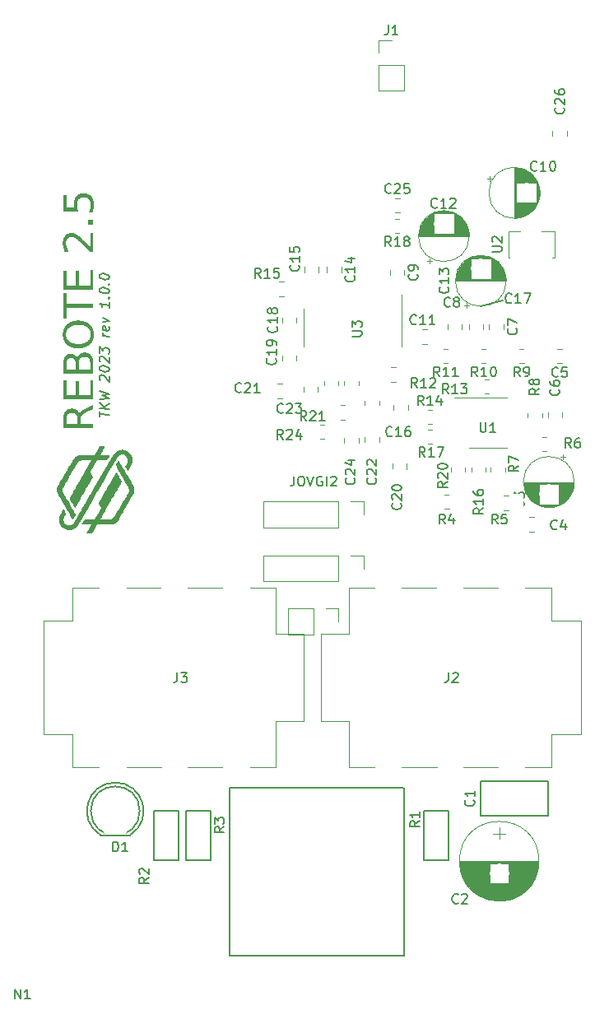
<source format=gto>
G04 #@! TF.GenerationSoftware,KiCad,Pcbnew,7.0.5.1-1-g8f565ef7f0-dirty-deb11*
G04 #@! TF.CreationDate,2023-08-10T15:27:45+00:00*
G04 #@! TF.ProjectId,rebote-smd,7265626f-7465-42d7-936d-642e6b696361,1.0.2*
G04 #@! TF.SameCoordinates,Original*
G04 #@! TF.FileFunction,Legend,Top*
G04 #@! TF.FilePolarity,Positive*
%FSLAX46Y46*%
G04 Gerber Fmt 4.6, Leading zero omitted, Abs format (unit mm)*
G04 Created by KiCad (PCBNEW 7.0.5.1-1-g8f565ef7f0-dirty-deb11) date 2023-08-10 15:27:45*
%MOMM*%
%LPD*%
G01*
G04 APERTURE LIST*
%ADD10C,0.150000*%
%ADD11C,0.120000*%
%ADD12R,2.600000X1.500000*%
%ADD13O,2.600000X1.500000*%
%ADD14R,2.000000X1.900000*%
%ADD15C,1.900000*%
%ADD16C,1.998980*%
%ADD17R,1.300000X1.300000*%
%ADD18C,1.300000*%
%ADD19O,3.000000X1.900000*%
%ADD20C,3.400000*%
%ADD21O,2.100000X2.100000*%
%ADD22C,2.000000*%
%ADD23C,2.300000*%
%ADD24C,2.398980*%
%ADD25C,1.700000*%
%ADD26C,1.924000*%
G04 APERTURE END LIST*
D10*
X162410000Y-83800000D02*
X160110000Y-84370000D01*
G36*
X120250000Y-94936217D02*
G01*
X119452791Y-95329692D01*
X119414595Y-95348709D01*
X119378041Y-95367657D01*
X119343131Y-95386536D01*
X119309863Y-95405347D01*
X119278238Y-95424088D01*
X119248257Y-95442762D01*
X119219918Y-95461366D01*
X119193222Y-95479902D01*
X119168169Y-95498369D01*
X119144759Y-95516767D01*
X119112724Y-95544236D01*
X119084386Y-95571550D01*
X119059744Y-95598710D01*
X119038799Y-95625715D01*
X119020598Y-95653426D01*
X119004186Y-95682979D01*
X118989565Y-95714374D01*
X118976735Y-95747611D01*
X118965695Y-95782690D01*
X118956445Y-95819610D01*
X118948985Y-95858373D01*
X118943316Y-95898977D01*
X118939437Y-95941423D01*
X118937845Y-95970743D01*
X118937049Y-96000883D01*
X118936950Y-96016259D01*
X118936950Y-96469818D01*
X120250000Y-96469818D01*
X120250000Y-96886008D01*
X117154954Y-96886008D01*
X117154954Y-96469818D01*
X117483217Y-96469818D01*
X118608688Y-96469818D01*
X118608688Y-95945917D01*
X118608129Y-95908851D01*
X118606455Y-95872942D01*
X118603664Y-95838189D01*
X118599757Y-95804592D01*
X118594734Y-95772152D01*
X118588595Y-95740868D01*
X118581339Y-95710740D01*
X118572967Y-95681769D01*
X118563479Y-95653953D01*
X118547153Y-95614399D01*
X118528316Y-95577446D01*
X118506968Y-95543095D01*
X118483108Y-95511346D01*
X118465806Y-95491625D01*
X118437693Y-95464127D01*
X118407210Y-95439333D01*
X118374358Y-95417243D01*
X118339135Y-95397859D01*
X118301543Y-95381180D01*
X118261580Y-95367205D01*
X118219248Y-95355935D01*
X118189710Y-95349924D01*
X118159119Y-95345116D01*
X118127474Y-95341509D01*
X118094776Y-95339105D01*
X118061025Y-95337903D01*
X118043754Y-95337752D01*
X118009487Y-95338354D01*
X117976297Y-95340157D01*
X117944183Y-95343162D01*
X117913145Y-95347370D01*
X117883183Y-95352779D01*
X117854298Y-95359391D01*
X117812987Y-95371562D01*
X117774098Y-95386439D01*
X117737631Y-95404020D01*
X117703585Y-95424306D01*
X117671960Y-95447297D01*
X117642757Y-95472992D01*
X117624633Y-95491625D01*
X117599360Y-95521640D01*
X117576574Y-95554257D01*
X117556273Y-95589475D01*
X117538457Y-95627295D01*
X117523128Y-95667716D01*
X117514290Y-95696110D01*
X117506556Y-95725659D01*
X117499927Y-95756365D01*
X117494403Y-95788227D01*
X117489984Y-95821246D01*
X117486669Y-95855421D01*
X117484459Y-95890752D01*
X117483355Y-95927240D01*
X117483217Y-95945917D01*
X117483217Y-96469818D01*
X117154954Y-96469818D01*
X117154954Y-95945917D01*
X117155171Y-95913206D01*
X117155821Y-95881019D01*
X117156905Y-95849356D01*
X117158423Y-95818216D01*
X117160374Y-95787601D01*
X117162759Y-95757509D01*
X117165578Y-95727940D01*
X117172516Y-95670375D01*
X117181189Y-95614906D01*
X117191596Y-95561531D01*
X117203737Y-95510251D01*
X117217613Y-95461067D01*
X117233224Y-95413978D01*
X117250569Y-95368984D01*
X117269648Y-95326085D01*
X117290462Y-95285281D01*
X117313011Y-95246572D01*
X117337294Y-95209959D01*
X117363312Y-95175440D01*
X117376971Y-95158967D01*
X117405607Y-95127468D01*
X117436013Y-95098001D01*
X117468187Y-95070567D01*
X117502130Y-95045165D01*
X117537842Y-95021795D01*
X117575323Y-95000457D01*
X117614572Y-94981151D01*
X117655591Y-94963878D01*
X117698378Y-94948636D01*
X117742934Y-94935427D01*
X117789259Y-94924250D01*
X117837353Y-94915105D01*
X117887216Y-94907993D01*
X117938848Y-94902912D01*
X117992248Y-94899864D01*
X118047418Y-94898848D01*
X118083576Y-94899375D01*
X118118962Y-94900955D01*
X118153574Y-94903588D01*
X118187414Y-94907274D01*
X118220482Y-94912014D01*
X118252776Y-94917807D01*
X118284298Y-94924654D01*
X118315047Y-94932554D01*
X118345023Y-94941507D01*
X118374226Y-94951513D01*
X118402656Y-94962573D01*
X118430314Y-94974685D01*
X118457199Y-94987852D01*
X118483311Y-95002071D01*
X118508650Y-95017344D01*
X118533217Y-95033670D01*
X118568312Y-95060031D01*
X118601335Y-95088556D01*
X118632283Y-95119245D01*
X118661158Y-95152097D01*
X118679256Y-95175201D01*
X118696432Y-95199267D01*
X118712686Y-95224294D01*
X118728019Y-95250283D01*
X118742431Y-95277234D01*
X118755920Y-95305146D01*
X118768488Y-95334020D01*
X118780135Y-95363856D01*
X118790859Y-95394653D01*
X118800662Y-95426413D01*
X118813623Y-95393005D01*
X118829788Y-95359826D01*
X118849160Y-95326876D01*
X118865792Y-95302314D01*
X118884228Y-95277881D01*
X118904467Y-95253576D01*
X118926509Y-95229400D01*
X118950354Y-95205353D01*
X118976002Y-95181435D01*
X118994103Y-95165561D01*
X119022827Y-95141787D01*
X119053497Y-95118000D01*
X119086111Y-95094200D01*
X119120670Y-95070387D01*
X119157174Y-95046561D01*
X119182591Y-95030670D01*
X119208872Y-95014773D01*
X119236017Y-94998871D01*
X119264027Y-94982962D01*
X119292901Y-94967048D01*
X119322639Y-94951129D01*
X119353242Y-94935203D01*
X119384709Y-94919272D01*
X119400767Y-94911304D01*
X120250000Y-94489253D01*
X120250000Y-94936217D01*
G37*
G36*
X117154954Y-93969748D02*
G01*
X117154954Y-92024354D01*
X117483217Y-92024354D01*
X117483217Y-93553558D01*
X118421109Y-93553558D01*
X118421109Y-92088101D01*
X118749371Y-92088101D01*
X118749371Y-93553558D01*
X119921737Y-93553558D01*
X119921737Y-91986985D01*
X120250000Y-91986985D01*
X120250000Y-93969748D01*
X117154954Y-93969748D01*
G37*
G36*
X119426679Y-89135569D02*
G01*
X119476753Y-89138858D01*
X119525345Y-89144339D01*
X119572455Y-89152012D01*
X119618081Y-89161878D01*
X119662225Y-89173937D01*
X119704887Y-89188188D01*
X119746065Y-89204631D01*
X119785762Y-89223267D01*
X119823975Y-89244096D01*
X119860706Y-89267117D01*
X119895954Y-89292330D01*
X119929720Y-89319736D01*
X119962003Y-89349334D01*
X119992803Y-89381125D01*
X120022121Y-89415108D01*
X120049716Y-89451023D01*
X120075530Y-89488793D01*
X120099564Y-89528417D01*
X120121818Y-89569897D01*
X120142291Y-89613231D01*
X120160984Y-89658419D01*
X120177897Y-89705463D01*
X120193030Y-89754361D01*
X120206382Y-89805114D01*
X120217954Y-89857721D01*
X120227746Y-89912184D01*
X120235757Y-89968501D01*
X120241988Y-90026673D01*
X120244436Y-90056454D01*
X120246439Y-90086699D01*
X120247997Y-90117408D01*
X120249109Y-90148580D01*
X120249777Y-90180217D01*
X120250000Y-90212316D01*
X120250000Y-91317271D01*
X117154954Y-91317271D01*
X117154954Y-90901081D01*
X117483217Y-90901081D01*
X118421109Y-90901081D01*
X118749371Y-90901081D01*
X119921737Y-90901081D01*
X119921737Y-90232833D01*
X119921173Y-90191562D01*
X119919482Y-90151649D01*
X119916662Y-90113092D01*
X119912715Y-90075891D01*
X119907641Y-90040048D01*
X119901438Y-90005561D01*
X119894108Y-89972431D01*
X119885650Y-89940657D01*
X119876065Y-89910240D01*
X119865351Y-89881180D01*
X119853510Y-89853477D01*
X119840542Y-89827130D01*
X119818974Y-89790154D01*
X119794869Y-89756230D01*
X119777390Y-89735310D01*
X119748848Y-89706371D01*
X119717626Y-89680278D01*
X119683726Y-89657032D01*
X119647147Y-89636632D01*
X119607889Y-89619079D01*
X119580228Y-89608958D01*
X119551377Y-89600102D01*
X119521335Y-89592512D01*
X119490103Y-89586186D01*
X119457680Y-89581126D01*
X119424066Y-89577330D01*
X119389261Y-89574800D01*
X119353266Y-89573535D01*
X119334822Y-89573377D01*
X119297887Y-89574010D01*
X119262190Y-89575907D01*
X119227729Y-89579070D01*
X119194504Y-89583498D01*
X119162516Y-89589191D01*
X119131764Y-89596149D01*
X119102249Y-89604372D01*
X119073970Y-89613860D01*
X119033870Y-89630465D01*
X118996553Y-89649916D01*
X118962017Y-89672213D01*
X118930264Y-89697357D01*
X118901292Y-89725347D01*
X118892254Y-89735310D01*
X118866719Y-89767199D01*
X118843696Y-89802140D01*
X118823185Y-89840134D01*
X118810906Y-89867159D01*
X118799743Y-89895541D01*
X118789697Y-89925279D01*
X118780766Y-89956374D01*
X118772953Y-89988826D01*
X118766255Y-90022635D01*
X118760674Y-90057800D01*
X118756209Y-90094322D01*
X118752860Y-90132201D01*
X118750627Y-90171436D01*
X118749511Y-90212028D01*
X118749371Y-90232833D01*
X118749371Y-90901081D01*
X118421109Y-90901081D01*
X118421109Y-90284856D01*
X118420657Y-90247361D01*
X118419300Y-90211080D01*
X118417039Y-90176012D01*
X118413873Y-90142158D01*
X118409803Y-90109517D01*
X118404829Y-90078090D01*
X118398950Y-90047876D01*
X118392166Y-90018876D01*
X118380295Y-89977651D01*
X118366389Y-89939157D01*
X118350448Y-89903394D01*
X118332472Y-89870361D01*
X118312461Y-89840059D01*
X118305338Y-89830565D01*
X118282562Y-89803852D01*
X118257648Y-89779766D01*
X118230595Y-89758308D01*
X118201405Y-89739477D01*
X118170077Y-89723274D01*
X118136610Y-89709699D01*
X118101005Y-89698751D01*
X118063263Y-89690430D01*
X118023382Y-89684737D01*
X117981363Y-89681672D01*
X117952163Y-89681088D01*
X117909105Y-89682402D01*
X117868134Y-89686343D01*
X117829249Y-89692912D01*
X117792451Y-89702108D01*
X117757739Y-89713932D01*
X117725114Y-89728383D01*
X117694576Y-89745462D01*
X117666124Y-89765169D01*
X117639759Y-89787503D01*
X117615480Y-89812464D01*
X117600453Y-89830565D01*
X117579502Y-89859957D01*
X117560611Y-89892080D01*
X117543781Y-89926933D01*
X117529012Y-89964517D01*
X117516304Y-90004831D01*
X117508977Y-90033224D01*
X117502565Y-90062831D01*
X117497070Y-90093652D01*
X117492490Y-90125685D01*
X117488826Y-90158933D01*
X117486079Y-90193394D01*
X117484247Y-90229069D01*
X117483331Y-90265957D01*
X117483217Y-90284856D01*
X117483217Y-90901081D01*
X117154954Y-90901081D01*
X117154954Y-90253349D01*
X117155147Y-90223841D01*
X117156686Y-90166104D01*
X117159766Y-90110073D01*
X117164386Y-90055749D01*
X117170545Y-90003129D01*
X117178245Y-89952216D01*
X117187484Y-89903009D01*
X117198263Y-89855508D01*
X117210582Y-89809712D01*
X117224441Y-89765622D01*
X117239840Y-89723239D01*
X117256778Y-89682561D01*
X117275257Y-89643589D01*
X117295275Y-89606323D01*
X117316833Y-89570762D01*
X117339932Y-89536908D01*
X117352058Y-89520621D01*
X117377254Y-89489388D01*
X117403750Y-89460170D01*
X117431545Y-89432968D01*
X117460639Y-89407780D01*
X117491033Y-89384608D01*
X117522727Y-89363450D01*
X117555719Y-89344308D01*
X117590012Y-89327180D01*
X117625603Y-89312068D01*
X117662495Y-89298970D01*
X117700685Y-89287888D01*
X117740175Y-89278820D01*
X117780965Y-89271768D01*
X117823054Y-89266730D01*
X117866442Y-89263708D01*
X117911130Y-89262700D01*
X117945852Y-89263215D01*
X117979674Y-89264761D01*
X118012599Y-89267337D01*
X118044624Y-89270943D01*
X118075751Y-89275580D01*
X118105979Y-89281247D01*
X118135308Y-89287945D01*
X118163738Y-89295673D01*
X118204699Y-89309197D01*
X118243637Y-89325039D01*
X118280553Y-89343200D01*
X118315447Y-89363679D01*
X118348319Y-89386477D01*
X118358827Y-89394591D01*
X118388782Y-89420403D01*
X118416547Y-89448378D01*
X118442122Y-89478517D01*
X118465508Y-89510820D01*
X118486704Y-89545287D01*
X118505711Y-89581918D01*
X118522528Y-89620712D01*
X118537155Y-89661671D01*
X118545690Y-89690179D01*
X118553252Y-89719648D01*
X118559841Y-89750079D01*
X118565457Y-89781472D01*
X118574361Y-89743631D01*
X118584404Y-89706860D01*
X118595587Y-89671159D01*
X118607909Y-89636529D01*
X118621370Y-89602970D01*
X118635970Y-89570480D01*
X118651710Y-89539062D01*
X118668588Y-89508714D01*
X118686606Y-89479436D01*
X118705763Y-89451229D01*
X118726059Y-89424092D01*
X118747494Y-89398026D01*
X118770068Y-89373030D01*
X118793782Y-89349105D01*
X118818634Y-89326250D01*
X118844626Y-89304466D01*
X118871600Y-89283881D01*
X118899398Y-89264624D01*
X118928020Y-89246695D01*
X118957466Y-89230094D01*
X118987737Y-89214821D01*
X119018832Y-89200876D01*
X119050752Y-89188259D01*
X119083496Y-89176971D01*
X119117064Y-89167010D01*
X119151456Y-89158378D01*
X119186673Y-89151074D01*
X119222714Y-89145097D01*
X119259579Y-89140449D01*
X119297269Y-89137129D01*
X119335783Y-89135137D01*
X119375122Y-89134473D01*
X119426679Y-89135569D01*
G37*
G36*
X118748352Y-85841969D02*
G01*
X118792923Y-85843105D01*
X118836921Y-85844997D01*
X118880347Y-85847647D01*
X118923200Y-85851054D01*
X118965481Y-85855218D01*
X119007189Y-85860138D01*
X119048325Y-85865816D01*
X119088888Y-85872251D01*
X119128879Y-85879443D01*
X119168298Y-85887393D01*
X119207144Y-85896099D01*
X119245417Y-85905562D01*
X119283118Y-85915782D01*
X119320247Y-85926760D01*
X119356803Y-85938494D01*
X119392787Y-85950985D01*
X119428199Y-85964234D01*
X119463038Y-85978239D01*
X119497304Y-85993002D01*
X119530998Y-86008522D01*
X119564120Y-86024798D01*
X119596669Y-86041832D01*
X119628646Y-86059623D01*
X119660050Y-86078171D01*
X119690882Y-86097476D01*
X119721141Y-86117538D01*
X119750828Y-86138357D01*
X119779943Y-86159933D01*
X119808485Y-86182266D01*
X119836454Y-86205357D01*
X119863852Y-86229204D01*
X119890494Y-86253683D01*
X119916290Y-86278669D01*
X119941241Y-86304161D01*
X119965346Y-86330160D01*
X119988605Y-86356666D01*
X120011018Y-86383678D01*
X120032586Y-86411197D01*
X120053308Y-86439222D01*
X120073184Y-86467754D01*
X120092214Y-86496793D01*
X120110398Y-86526338D01*
X120127737Y-86556390D01*
X120144230Y-86586949D01*
X120159877Y-86618014D01*
X120174678Y-86649586D01*
X120188633Y-86681664D01*
X120201743Y-86714249D01*
X120214007Y-86747340D01*
X120225425Y-86780939D01*
X120235998Y-86815043D01*
X120245724Y-86849655D01*
X120254605Y-86884773D01*
X120262640Y-86920397D01*
X120269829Y-86956529D01*
X120276172Y-86993166D01*
X120281670Y-87030311D01*
X120286322Y-87067962D01*
X120290128Y-87106120D01*
X120293088Y-87144784D01*
X120295203Y-87183955D01*
X120296471Y-87223633D01*
X120296894Y-87263817D01*
X120296472Y-87304137D01*
X120295205Y-87343947D01*
X120293095Y-87383249D01*
X120290139Y-87422040D01*
X120286340Y-87460322D01*
X120281696Y-87498095D01*
X120276207Y-87535358D01*
X120269875Y-87572112D01*
X120262698Y-87608357D01*
X120254676Y-87644091D01*
X120245811Y-87679317D01*
X120236101Y-87714033D01*
X120225546Y-87748239D01*
X120214147Y-87781936D01*
X120201904Y-87815123D01*
X120188817Y-87847801D01*
X120174885Y-87879970D01*
X120160109Y-87911629D01*
X120144488Y-87942778D01*
X120128023Y-87973418D01*
X120110714Y-88003549D01*
X120092560Y-88033170D01*
X120073562Y-88062282D01*
X120053720Y-88090884D01*
X120033033Y-88118977D01*
X120011502Y-88146560D01*
X119989127Y-88173634D01*
X119965907Y-88200198D01*
X119941843Y-88226253D01*
X119916934Y-88251798D01*
X119891181Y-88276834D01*
X119864584Y-88301360D01*
X119837275Y-88325253D01*
X119809386Y-88348387D01*
X119780918Y-88370762D01*
X119751870Y-88392379D01*
X119722242Y-88413237D01*
X119692035Y-88433337D01*
X119661249Y-88452679D01*
X119629882Y-88471262D01*
X119597936Y-88489086D01*
X119565411Y-88506152D01*
X119532305Y-88522460D01*
X119498621Y-88538009D01*
X119464356Y-88552799D01*
X119429512Y-88566831D01*
X119394089Y-88580105D01*
X119358086Y-88592620D01*
X119321503Y-88604376D01*
X119284341Y-88615375D01*
X119246599Y-88625614D01*
X119208277Y-88635095D01*
X119169376Y-88643818D01*
X119129895Y-88651782D01*
X119089835Y-88658988D01*
X119049195Y-88665435D01*
X119007975Y-88671123D01*
X118966176Y-88676054D01*
X118923797Y-88680225D01*
X118880839Y-88683639D01*
X118837301Y-88686293D01*
X118793183Y-88688189D01*
X118748486Y-88689327D01*
X118703210Y-88689706D01*
X118657977Y-88689327D01*
X118613322Y-88688189D01*
X118569243Y-88686293D01*
X118525740Y-88683639D01*
X118482815Y-88680225D01*
X118440466Y-88676054D01*
X118398694Y-88671123D01*
X118357499Y-88665435D01*
X118316881Y-88658988D01*
X118276839Y-88651782D01*
X118237374Y-88643818D01*
X118198486Y-88635095D01*
X118160174Y-88625614D01*
X118122439Y-88615375D01*
X118085281Y-88604376D01*
X118048700Y-88592620D01*
X118012695Y-88580105D01*
X117977267Y-88566831D01*
X117942416Y-88552799D01*
X117908142Y-88538009D01*
X117874444Y-88522460D01*
X117841323Y-88506152D01*
X117808779Y-88489086D01*
X117776812Y-88471262D01*
X117745421Y-88452679D01*
X117714607Y-88433337D01*
X117684370Y-88413237D01*
X117654709Y-88392379D01*
X117625626Y-88370762D01*
X117597119Y-88348387D01*
X117569188Y-88325253D01*
X117541835Y-88301360D01*
X117515147Y-88276834D01*
X117489307Y-88251798D01*
X117464314Y-88226253D01*
X117440169Y-88200198D01*
X117416870Y-88173634D01*
X117394419Y-88146560D01*
X117372815Y-88118977D01*
X117352058Y-88090884D01*
X117332149Y-88062282D01*
X117313086Y-88033170D01*
X117294871Y-88003549D01*
X117277503Y-87973418D01*
X117260982Y-87942778D01*
X117245309Y-87911629D01*
X117230482Y-87879970D01*
X117216503Y-87847801D01*
X117203371Y-87815123D01*
X117191087Y-87781936D01*
X117179649Y-87748239D01*
X117169059Y-87714033D01*
X117159316Y-87679317D01*
X117150420Y-87644091D01*
X117142372Y-87608357D01*
X117135170Y-87572112D01*
X117128816Y-87535358D01*
X117123309Y-87498095D01*
X117118650Y-87460322D01*
X117114837Y-87422040D01*
X117111872Y-87383249D01*
X117109754Y-87343947D01*
X117108483Y-87304137D01*
X117108060Y-87263817D01*
X117108068Y-87263084D01*
X117436322Y-87263084D01*
X117437650Y-87319049D01*
X117441634Y-87373554D01*
X117448275Y-87426600D01*
X117457571Y-87478186D01*
X117469524Y-87528312D01*
X117484132Y-87576978D01*
X117501397Y-87624185D01*
X117521318Y-87669931D01*
X117543896Y-87714219D01*
X117569129Y-87757046D01*
X117597018Y-87798414D01*
X117627564Y-87838322D01*
X117660766Y-87876770D01*
X117696624Y-87913758D01*
X117735138Y-87949287D01*
X117776308Y-87983356D01*
X117819771Y-88015653D01*
X117865163Y-88045867D01*
X117912484Y-88073997D01*
X117961734Y-88100043D01*
X118012913Y-88124006D01*
X118066022Y-88145884D01*
X118121060Y-88165680D01*
X118149302Y-88174796D01*
X118178026Y-88183391D01*
X118207233Y-88191465D01*
X118236922Y-88199019D01*
X118267094Y-88206051D01*
X118297747Y-88212563D01*
X118328883Y-88218553D01*
X118360502Y-88224023D01*
X118392602Y-88228972D01*
X118425185Y-88233400D01*
X118458250Y-88237307D01*
X118491797Y-88240693D01*
X118525827Y-88243558D01*
X118560339Y-88245902D01*
X118595333Y-88247725D01*
X118630810Y-88249027D01*
X118666768Y-88249809D01*
X118703210Y-88250069D01*
X118739560Y-88249809D01*
X118775432Y-88249027D01*
X118810824Y-88247725D01*
X118845737Y-88245902D01*
X118880170Y-88243558D01*
X118914124Y-88240693D01*
X118947598Y-88237307D01*
X118980593Y-88233400D01*
X119013109Y-88228972D01*
X119045145Y-88224023D01*
X119076701Y-88218553D01*
X119107779Y-88212563D01*
X119138377Y-88206051D01*
X119168495Y-88199019D01*
X119198134Y-88191465D01*
X119227294Y-88183391D01*
X119255974Y-88174796D01*
X119284175Y-88165680D01*
X119311896Y-88156042D01*
X119365900Y-88135205D01*
X119417987Y-88112285D01*
X119468156Y-88087280D01*
X119516407Y-88060192D01*
X119562741Y-88031021D01*
X119607157Y-87999765D01*
X119628646Y-87983356D01*
X119669816Y-87949287D01*
X119708330Y-87913758D01*
X119744188Y-87876770D01*
X119777390Y-87838322D01*
X119807935Y-87798414D01*
X119835825Y-87757046D01*
X119861058Y-87714219D01*
X119883635Y-87669931D01*
X119903556Y-87624185D01*
X119920821Y-87576978D01*
X119935430Y-87528312D01*
X119947383Y-87478186D01*
X119956679Y-87426600D01*
X119963319Y-87373554D01*
X119967304Y-87319049D01*
X119968632Y-87263084D01*
X119967304Y-87207216D01*
X119963319Y-87152820D01*
X119956679Y-87099894D01*
X119947383Y-87048440D01*
X119935430Y-86998457D01*
X119920821Y-86949946D01*
X119903556Y-86902905D01*
X119883635Y-86857336D01*
X119861058Y-86813237D01*
X119835825Y-86770610D01*
X119807935Y-86729454D01*
X119777390Y-86689770D01*
X119744188Y-86651556D01*
X119708330Y-86614814D01*
X119669816Y-86579543D01*
X119628646Y-86545743D01*
X119585189Y-86513623D01*
X119539814Y-86483575D01*
X119492521Y-86455600D01*
X119443311Y-86429697D01*
X119392183Y-86405866D01*
X119339138Y-86384107D01*
X119284175Y-86364421D01*
X119255974Y-86355355D01*
X119227294Y-86346807D01*
X119198134Y-86338777D01*
X119168495Y-86331265D01*
X119138377Y-86324271D01*
X119107779Y-86317795D01*
X119076701Y-86311838D01*
X119045145Y-86306398D01*
X119013109Y-86301476D01*
X118980593Y-86297073D01*
X118947598Y-86293187D01*
X118914124Y-86289820D01*
X118880170Y-86286971D01*
X118845737Y-86284639D01*
X118810824Y-86282826D01*
X118775432Y-86281531D01*
X118739560Y-86280754D01*
X118703210Y-86280495D01*
X118666768Y-86280754D01*
X118630810Y-86281531D01*
X118595333Y-86282826D01*
X118560339Y-86284639D01*
X118525827Y-86286971D01*
X118491797Y-86289820D01*
X118458250Y-86293187D01*
X118425185Y-86297073D01*
X118392602Y-86301476D01*
X118360502Y-86306398D01*
X118328883Y-86311838D01*
X118297747Y-86317795D01*
X118267094Y-86324271D01*
X118236922Y-86331265D01*
X118207233Y-86338777D01*
X118178026Y-86346807D01*
X118149302Y-86355355D01*
X118121060Y-86364421D01*
X118093300Y-86374005D01*
X118039227Y-86394728D01*
X117987083Y-86417522D01*
X117936868Y-86442389D01*
X117888582Y-86469329D01*
X117842226Y-86498340D01*
X117797798Y-86529424D01*
X117776308Y-86545743D01*
X117735138Y-86579543D01*
X117696624Y-86614814D01*
X117660766Y-86651556D01*
X117627564Y-86689770D01*
X117597018Y-86729454D01*
X117569129Y-86770610D01*
X117543896Y-86813237D01*
X117521318Y-86857336D01*
X117501397Y-86902905D01*
X117484132Y-86949946D01*
X117469524Y-86998457D01*
X117457571Y-87048440D01*
X117448275Y-87099894D01*
X117441634Y-87152820D01*
X117437650Y-87207216D01*
X117436322Y-87263084D01*
X117108068Y-87263084D01*
X117108483Y-87223633D01*
X117109754Y-87183955D01*
X117111872Y-87144784D01*
X117114837Y-87106120D01*
X117118650Y-87067962D01*
X117123309Y-87030311D01*
X117128816Y-86993166D01*
X117135170Y-86956529D01*
X117142372Y-86920397D01*
X117150420Y-86884773D01*
X117159316Y-86849655D01*
X117169059Y-86815043D01*
X117179649Y-86780939D01*
X117191087Y-86747340D01*
X117203371Y-86714249D01*
X117216503Y-86681664D01*
X117230482Y-86649586D01*
X117245309Y-86618014D01*
X117260982Y-86586949D01*
X117277503Y-86556390D01*
X117294871Y-86526338D01*
X117313086Y-86496793D01*
X117332149Y-86467754D01*
X117352058Y-86439222D01*
X117372815Y-86411197D01*
X117394419Y-86383678D01*
X117416870Y-86356666D01*
X117440169Y-86330160D01*
X117464314Y-86304161D01*
X117489307Y-86278669D01*
X117515147Y-86253683D01*
X117541835Y-86229204D01*
X117569188Y-86205357D01*
X117597119Y-86182266D01*
X117625626Y-86159933D01*
X117654709Y-86138357D01*
X117684370Y-86117538D01*
X117714607Y-86097476D01*
X117745421Y-86078171D01*
X117776812Y-86059623D01*
X117808779Y-86041832D01*
X117841323Y-86024798D01*
X117874444Y-86008522D01*
X117908142Y-85993002D01*
X117942416Y-85978239D01*
X117977267Y-85964234D01*
X118012695Y-85950985D01*
X118048700Y-85938494D01*
X118085281Y-85926760D01*
X118122439Y-85915782D01*
X118160174Y-85905562D01*
X118198486Y-85896099D01*
X118237374Y-85887393D01*
X118276839Y-85879443D01*
X118316881Y-85872251D01*
X118357499Y-85865816D01*
X118398694Y-85860138D01*
X118440466Y-85855218D01*
X118482815Y-85851054D01*
X118525740Y-85847647D01*
X118569243Y-85844997D01*
X118613322Y-85843105D01*
X118657977Y-85841969D01*
X118703210Y-85841591D01*
X118748352Y-85841969D01*
G37*
G36*
X117154954Y-85632763D02*
G01*
X117154954Y-83030111D01*
X117483217Y-83030111D01*
X117483217Y-84121877D01*
X120250000Y-84121877D01*
X120250000Y-84540265D01*
X117483217Y-84540265D01*
X117483217Y-85632763D01*
X117154954Y-85632763D01*
G37*
G36*
X117154954Y-82641765D02*
G01*
X117154954Y-80696371D01*
X117483217Y-80696371D01*
X117483217Y-82225575D01*
X118421109Y-82225575D01*
X118421109Y-80760118D01*
X118749371Y-80760118D01*
X118749371Y-82225575D01*
X119921737Y-82225575D01*
X119921737Y-80659002D01*
X120250000Y-80659002D01*
X120250000Y-82641765D01*
X117154954Y-82641765D01*
G37*
G36*
X119921737Y-78260048D02*
G01*
X119921737Y-76807048D01*
X120250000Y-76807048D01*
X120250000Y-78760502D01*
X119921737Y-78760502D01*
X119889743Y-78730245D01*
X119856410Y-78698644D01*
X119821737Y-78665697D01*
X119785724Y-78631404D01*
X119748372Y-78595767D01*
X119709681Y-78558784D01*
X119669650Y-78520456D01*
X119628279Y-78480783D01*
X119607092Y-78460442D01*
X119585569Y-78439764D01*
X119563712Y-78418751D01*
X119541520Y-78397401D01*
X119518993Y-78375714D01*
X119496131Y-78353692D01*
X119472934Y-78331333D01*
X119449402Y-78308637D01*
X119425535Y-78285606D01*
X119401334Y-78262238D01*
X119376797Y-78238534D01*
X119351926Y-78214493D01*
X119326720Y-78190116D01*
X119301179Y-78165403D01*
X119275303Y-78140354D01*
X119249092Y-78114968D01*
X119222962Y-78089665D01*
X119197418Y-78064957D01*
X119172461Y-78040842D01*
X119148090Y-78017321D01*
X119124307Y-77994393D01*
X119101110Y-77972060D01*
X119078500Y-77950321D01*
X119056476Y-77929176D01*
X119035040Y-77908624D01*
X118993927Y-77869303D01*
X118955161Y-77832357D01*
X118918742Y-77797788D01*
X118884670Y-77765593D01*
X118852945Y-77735775D01*
X118823567Y-77708332D01*
X118796537Y-77683264D01*
X118771853Y-77660573D01*
X118749516Y-77640257D01*
X118720411Y-77614237D01*
X118703942Y-77599860D01*
X118675549Y-77575417D01*
X118647705Y-77551912D01*
X118620411Y-77529346D01*
X118593667Y-77507719D01*
X118567472Y-77487031D01*
X118541826Y-77467282D01*
X118516730Y-77448471D01*
X118492184Y-77430600D01*
X118468187Y-77413667D01*
X118433222Y-77390028D01*
X118399494Y-77368501D01*
X118367002Y-77349086D01*
X118335746Y-77331784D01*
X118315596Y-77321423D01*
X118285828Y-77307150D01*
X118256151Y-77294281D01*
X118226563Y-77282815D01*
X118197066Y-77272754D01*
X118167659Y-77264096D01*
X118138342Y-77256843D01*
X118109115Y-77250993D01*
X118079978Y-77246547D01*
X118041269Y-77242804D01*
X118002721Y-77241556D01*
X117971760Y-77242228D01*
X117941527Y-77244246D01*
X117912020Y-77247609D01*
X117869123Y-77255176D01*
X117827862Y-77265770D01*
X117788237Y-77279391D01*
X117750247Y-77296038D01*
X117713894Y-77315712D01*
X117679176Y-77338413D01*
X117646093Y-77364141D01*
X117614647Y-77392896D01*
X117594591Y-77413747D01*
X117566307Y-77446947D01*
X117540804Y-77481977D01*
X117518084Y-77518835D01*
X117498146Y-77557522D01*
X117480990Y-77598038D01*
X117471098Y-77626065D01*
X117462443Y-77654905D01*
X117455024Y-77684557D01*
X117448841Y-77715023D01*
X117443895Y-77746301D01*
X117440186Y-77778392D01*
X117437713Y-77811296D01*
X117436476Y-77845013D01*
X117436322Y-77862177D01*
X117436940Y-77899052D01*
X117438795Y-77936314D01*
X117441886Y-77973962D01*
X117446214Y-78011997D01*
X117451778Y-78050418D01*
X117458579Y-78089225D01*
X117466616Y-78128419D01*
X117475889Y-78167999D01*
X117486399Y-78207966D01*
X117498146Y-78248319D01*
X117506664Y-78275436D01*
X117520347Y-78316373D01*
X117535292Y-78357850D01*
X117545956Y-78385803D01*
X117557182Y-78413996D01*
X117568969Y-78442429D01*
X117581316Y-78471103D01*
X117594225Y-78500017D01*
X117607695Y-78529172D01*
X117621725Y-78558567D01*
X117636317Y-78588202D01*
X117651469Y-78618078D01*
X117667183Y-78648194D01*
X117683457Y-78678551D01*
X117700293Y-78709148D01*
X117717690Y-78739986D01*
X117295638Y-78739986D01*
X117284186Y-78708699D01*
X117273095Y-78677669D01*
X117262365Y-78646898D01*
X117251995Y-78616383D01*
X117241986Y-78586127D01*
X117232337Y-78556128D01*
X117223049Y-78526387D01*
X117214122Y-78496903D01*
X117205555Y-78467677D01*
X117197349Y-78438708D01*
X117189504Y-78409997D01*
X117182019Y-78381544D01*
X117171468Y-78339347D01*
X117161729Y-78297729D01*
X117155687Y-78270307D01*
X117147175Y-78229563D01*
X117139501Y-78189489D01*
X117132664Y-78150085D01*
X117126664Y-78111350D01*
X117121501Y-78073286D01*
X117117176Y-78035891D01*
X117113687Y-77999166D01*
X117111036Y-77963110D01*
X117109222Y-77927724D01*
X117108246Y-77893009D01*
X117108060Y-77870237D01*
X117108296Y-77840522D01*
X117109004Y-77811186D01*
X117111838Y-77753653D01*
X117116560Y-77697636D01*
X117123172Y-77643137D01*
X117131673Y-77590154D01*
X117142063Y-77538689D01*
X117154342Y-77488740D01*
X117168510Y-77440308D01*
X117184567Y-77393394D01*
X117202513Y-77347996D01*
X117222348Y-77304115D01*
X117244072Y-77261752D01*
X117267686Y-77220905D01*
X117293188Y-77181575D01*
X117320579Y-77143762D01*
X117349860Y-77107466D01*
X117380720Y-77073040D01*
X117412852Y-77040834D01*
X117446254Y-77010849D01*
X117480927Y-76983086D01*
X117516871Y-76957543D01*
X117554085Y-76934222D01*
X117592571Y-76913122D01*
X117632327Y-76894242D01*
X117673354Y-76877584D01*
X117715652Y-76863147D01*
X117759220Y-76850931D01*
X117804060Y-76840936D01*
X117850170Y-76833163D01*
X117897552Y-76827610D01*
X117946204Y-76824278D01*
X117996127Y-76823168D01*
X118031817Y-76823792D01*
X118067173Y-76825666D01*
X118102193Y-76828790D01*
X118136879Y-76833163D01*
X118171230Y-76838785D01*
X118205246Y-76845656D01*
X118238927Y-76853777D01*
X118272274Y-76863147D01*
X118305285Y-76873767D01*
X118337962Y-76885636D01*
X118359560Y-76894242D01*
X118392380Y-76908593D01*
X118426270Y-76924991D01*
X118461228Y-76943437D01*
X118497256Y-76963932D01*
X118534352Y-76986474D01*
X118559677Y-77002640D01*
X118585477Y-77019716D01*
X118611752Y-77037702D01*
X118638503Y-77056598D01*
X118665728Y-77076405D01*
X118693429Y-77097122D01*
X118721604Y-77118749D01*
X118750255Y-77141286D01*
X118764759Y-77152896D01*
X118789327Y-77174434D01*
X118816994Y-77199598D01*
X118842417Y-77223100D01*
X118871845Y-77250569D01*
X118893690Y-77271085D01*
X118917314Y-77293365D01*
X118942719Y-77317407D01*
X118969905Y-77343213D01*
X118998871Y-77370782D01*
X119029617Y-77400114D01*
X119062143Y-77431209D01*
X119096449Y-77464068D01*
X119114270Y-77481158D01*
X119151256Y-77516572D01*
X119190039Y-77553755D01*
X119230620Y-77592707D01*
X119272998Y-77633428D01*
X119294861Y-77654452D01*
X119317173Y-77675918D01*
X119339935Y-77697826D01*
X119363146Y-77720176D01*
X119386807Y-77742969D01*
X119410917Y-77766204D01*
X119435476Y-77789881D01*
X119460484Y-77814000D01*
X119485943Y-77838561D01*
X119511850Y-77863565D01*
X119538207Y-77889011D01*
X119565013Y-77914899D01*
X119592268Y-77941229D01*
X119619973Y-77968002D01*
X119648127Y-77995216D01*
X119676731Y-78022873D01*
X119705784Y-78050972D01*
X119735286Y-78079514D01*
X119765238Y-78108497D01*
X119795639Y-78137923D01*
X119826490Y-78167791D01*
X119857789Y-78198101D01*
X119889539Y-78228854D01*
X119921737Y-78260048D01*
G37*
G36*
X119734159Y-75948290D02*
G01*
X119734159Y-75513782D01*
X120250000Y-75513782D01*
X120250000Y-75948290D01*
X119734159Y-75948290D01*
G37*
G36*
X117154954Y-74610327D02*
G01*
X117154954Y-72976343D01*
X117483217Y-72976343D01*
X117483217Y-74229309D01*
X118291416Y-74229309D01*
X118282826Y-74200933D01*
X118274915Y-74172594D01*
X118266320Y-74138633D01*
X118258704Y-74104725D01*
X118252066Y-74070868D01*
X118248185Y-74048325D01*
X118243205Y-74014253D01*
X118239255Y-73980181D01*
X118236336Y-73946109D01*
X118234446Y-73912037D01*
X118233588Y-73877965D01*
X118233531Y-73866608D01*
X118233802Y-73834623D01*
X118234618Y-73803058D01*
X118235978Y-73771912D01*
X118237881Y-73741185D01*
X118240328Y-73710878D01*
X118243319Y-73680990D01*
X118246854Y-73651521D01*
X118250933Y-73622472D01*
X118260722Y-73565631D01*
X118272686Y-73510468D01*
X118286825Y-73456981D01*
X118303140Y-73405172D01*
X118321630Y-73355040D01*
X118342295Y-73306586D01*
X118365135Y-73259809D01*
X118390151Y-73214709D01*
X118417342Y-73171286D01*
X118446709Y-73129540D01*
X118478250Y-73089472D01*
X118511967Y-73051081D01*
X118547453Y-73014614D01*
X118584485Y-72980499D01*
X118623062Y-72948737D01*
X118663184Y-72919327D01*
X118704852Y-72892271D01*
X118748066Y-72867567D01*
X118792826Y-72845216D01*
X118839131Y-72825218D01*
X118886981Y-72807572D01*
X118936378Y-72792279D01*
X118987319Y-72779339D01*
X119039807Y-72768752D01*
X119093840Y-72760517D01*
X119149418Y-72754635D01*
X119206543Y-72751106D01*
X119265212Y-72749930D01*
X119295591Y-72750232D01*
X119325542Y-72751138D01*
X119355067Y-72752647D01*
X119412839Y-72757479D01*
X119468904Y-72764726D01*
X119523263Y-72774389D01*
X119575916Y-72786467D01*
X119626864Y-72800962D01*
X119676106Y-72817872D01*
X119723641Y-72837197D01*
X119769471Y-72858939D01*
X119813595Y-72883096D01*
X119856013Y-72909669D01*
X119896726Y-72938657D01*
X119935732Y-72970062D01*
X119973032Y-73003882D01*
X120008627Y-73040117D01*
X120025785Y-73059141D01*
X120058614Y-73098783D01*
X120089326Y-73140405D01*
X120117919Y-73184008D01*
X120144395Y-73229592D01*
X120168752Y-73277157D01*
X120190992Y-73326702D01*
X120211113Y-73378227D01*
X120229117Y-73431734D01*
X120245002Y-73487221D01*
X120252150Y-73515707D01*
X120258769Y-73544688D01*
X120264859Y-73574165D01*
X120270419Y-73604137D01*
X120275449Y-73634604D01*
X120279950Y-73665566D01*
X120283921Y-73697023D01*
X120287363Y-73728975D01*
X120290275Y-73761423D01*
X120292658Y-73794366D01*
X120294511Y-73827803D01*
X120295835Y-73861737D01*
X120296629Y-73896165D01*
X120296894Y-73931088D01*
X120296585Y-73967423D01*
X120295658Y-74003886D01*
X120294112Y-74040478D01*
X120291948Y-74077199D01*
X120289166Y-74114048D01*
X120285766Y-74151027D01*
X120281747Y-74188134D01*
X120277110Y-74225370D01*
X120271855Y-74262735D01*
X120265982Y-74300229D01*
X120261723Y-74325296D01*
X120254819Y-74363062D01*
X120247298Y-74401073D01*
X120239157Y-74439329D01*
X120230399Y-74477830D01*
X120221022Y-74516575D01*
X120211028Y-74555565D01*
X120200414Y-74594799D01*
X120189183Y-74634279D01*
X120177333Y-74674003D01*
X120164866Y-74713971D01*
X120156210Y-74740753D01*
X119734159Y-74740753D01*
X119755881Y-74705885D01*
X119776534Y-74670798D01*
X119796118Y-74635491D01*
X119814633Y-74599966D01*
X119832079Y-74564222D01*
X119848456Y-74528259D01*
X119863764Y-74492077D01*
X119878002Y-74455676D01*
X119891172Y-74419056D01*
X119903273Y-74382217D01*
X119910746Y-74357536D01*
X119921091Y-74320242D01*
X119930418Y-74282549D01*
X119938728Y-74244456D01*
X119946020Y-74205964D01*
X119952295Y-74167073D01*
X119957552Y-74127783D01*
X119961792Y-74088093D01*
X119965014Y-74048004D01*
X119967219Y-74007516D01*
X119968406Y-73966628D01*
X119968632Y-73939148D01*
X119967893Y-73895124D01*
X119965678Y-73852263D01*
X119961986Y-73810563D01*
X119956816Y-73770025D01*
X119950170Y-73730650D01*
X119942047Y-73692436D01*
X119932448Y-73655385D01*
X119921371Y-73619495D01*
X119908817Y-73584768D01*
X119894786Y-73551203D01*
X119879279Y-73518800D01*
X119862295Y-73487558D01*
X119843833Y-73457479D01*
X119823895Y-73428562D01*
X119802480Y-73400807D01*
X119779588Y-73374214D01*
X119755339Y-73349015D01*
X119730037Y-73325442D01*
X119703682Y-73303495D01*
X119676273Y-73283173D01*
X119647811Y-73264477D01*
X119618296Y-73247407D01*
X119587727Y-73231962D01*
X119556106Y-73218143D01*
X119523430Y-73205950D01*
X119489702Y-73195383D01*
X119454920Y-73186441D01*
X119419085Y-73179125D01*
X119382197Y-73173435D01*
X119344255Y-73169371D01*
X119305261Y-73166932D01*
X119265212Y-73166120D01*
X119225167Y-73166932D01*
X119186181Y-73169371D01*
X119148253Y-73173435D01*
X119111385Y-73179125D01*
X119075576Y-73186441D01*
X119040826Y-73195383D01*
X119007134Y-73205950D01*
X118974502Y-73218143D01*
X118942929Y-73231962D01*
X118912415Y-73247407D01*
X118882960Y-73264477D01*
X118854564Y-73283173D01*
X118827227Y-73303495D01*
X118800949Y-73325442D01*
X118775730Y-73349015D01*
X118751570Y-73374214D01*
X118728589Y-73400804D01*
X118707091Y-73428551D01*
X118687075Y-73457454D01*
X118668542Y-73487513D01*
X118651492Y-73518728D01*
X118635924Y-73551100D01*
X118621839Y-73584628D01*
X118609237Y-73619312D01*
X118598117Y-73655153D01*
X118588480Y-73692150D01*
X118580326Y-73730303D01*
X118573654Y-73769613D01*
X118568465Y-73810079D01*
X118564758Y-73851702D01*
X118562534Y-73894480D01*
X118561793Y-73938415D01*
X118562096Y-73969733D01*
X118563004Y-74001038D01*
X118564517Y-74032330D01*
X118566636Y-74063609D01*
X118569360Y-74094875D01*
X118572689Y-74126128D01*
X118576624Y-74157369D01*
X118581164Y-74188596D01*
X118586310Y-74219811D01*
X118592061Y-74251013D01*
X118596231Y-74271807D01*
X118602892Y-74302921D01*
X118610236Y-74334163D01*
X118618262Y-74365535D01*
X118626971Y-74397035D01*
X118636363Y-74428664D01*
X118646437Y-74460422D01*
X118657194Y-74492308D01*
X118668634Y-74524323D01*
X118680756Y-74556468D01*
X118693561Y-74588741D01*
X118702477Y-74610327D01*
X117154954Y-74610327D01*
G37*
X120879819Y-95737030D02*
X120879819Y-95165601D01*
X121879819Y-95576316D02*
X120879819Y-95451316D01*
X121879819Y-94957268D02*
X120879819Y-94832268D01*
X121879819Y-94385839D02*
X121308390Y-94742982D01*
X120879819Y-94260839D02*
X121451247Y-94903696D01*
X120879819Y-93927506D02*
X121879819Y-93814411D01*
X121879819Y-93814411D02*
X121165533Y-93534649D01*
X121165533Y-93534649D02*
X121879819Y-93433458D01*
X121879819Y-93433458D02*
X120879819Y-93070363D01*
X120975057Y-91987029D02*
X120927438Y-91933458D01*
X120927438Y-91933458D02*
X120879819Y-91832268D01*
X120879819Y-91832268D02*
X120879819Y-91594172D01*
X120879819Y-91594172D02*
X120927438Y-91504887D01*
X120927438Y-91504887D02*
X120975057Y-91463220D01*
X120975057Y-91463220D02*
X121070295Y-91427506D01*
X121070295Y-91427506D02*
X121165533Y-91439410D01*
X121165533Y-91439410D02*
X121308390Y-91504887D01*
X121308390Y-91504887D02*
X121879819Y-92147744D01*
X121879819Y-92147744D02*
X121879819Y-91528696D01*
X120879819Y-90784648D02*
X120879819Y-90689410D01*
X120879819Y-90689410D02*
X120927438Y-90600125D01*
X120927438Y-90600125D02*
X120975057Y-90558458D01*
X120975057Y-90558458D02*
X121070295Y-90522744D01*
X121070295Y-90522744D02*
X121260771Y-90498934D01*
X121260771Y-90498934D02*
X121498866Y-90528696D01*
X121498866Y-90528696D02*
X121689342Y-90600125D01*
X121689342Y-90600125D02*
X121784580Y-90659648D01*
X121784580Y-90659648D02*
X121832200Y-90713220D01*
X121832200Y-90713220D02*
X121879819Y-90814410D01*
X121879819Y-90814410D02*
X121879819Y-90909648D01*
X121879819Y-90909648D02*
X121832200Y-90998934D01*
X121832200Y-90998934D02*
X121784580Y-91040601D01*
X121784580Y-91040601D02*
X121689342Y-91076315D01*
X121689342Y-91076315D02*
X121498866Y-91100125D01*
X121498866Y-91100125D02*
X121260771Y-91070363D01*
X121260771Y-91070363D02*
X121070295Y-90998934D01*
X121070295Y-90998934D02*
X120975057Y-90939410D01*
X120975057Y-90939410D02*
X120927438Y-90885839D01*
X120927438Y-90885839D02*
X120879819Y-90784648D01*
X120975057Y-90082267D02*
X120927438Y-90028696D01*
X120927438Y-90028696D02*
X120879819Y-89927506D01*
X120879819Y-89927506D02*
X120879819Y-89689410D01*
X120879819Y-89689410D02*
X120927438Y-89600125D01*
X120927438Y-89600125D02*
X120975057Y-89558458D01*
X120975057Y-89558458D02*
X121070295Y-89522744D01*
X121070295Y-89522744D02*
X121165533Y-89534648D01*
X121165533Y-89534648D02*
X121308390Y-89600125D01*
X121308390Y-89600125D02*
X121879819Y-90242982D01*
X121879819Y-90242982D02*
X121879819Y-89623934D01*
X120879819Y-89165601D02*
X120879819Y-88546553D01*
X120879819Y-88546553D02*
X121260771Y-88927506D01*
X121260771Y-88927506D02*
X121260771Y-88784648D01*
X121260771Y-88784648D02*
X121308390Y-88695363D01*
X121308390Y-88695363D02*
X121356009Y-88653696D01*
X121356009Y-88653696D02*
X121451247Y-88617982D01*
X121451247Y-88617982D02*
X121689342Y-88647744D01*
X121689342Y-88647744D02*
X121784580Y-88707267D01*
X121784580Y-88707267D02*
X121832200Y-88760839D01*
X121832200Y-88760839D02*
X121879819Y-88862029D01*
X121879819Y-88862029D02*
X121879819Y-89147744D01*
X121879819Y-89147744D02*
X121832200Y-89237029D01*
X121832200Y-89237029D02*
X121784580Y-89278696D01*
X121879819Y-87481077D02*
X121213152Y-87397743D01*
X121403628Y-87421553D02*
X121308390Y-87362029D01*
X121308390Y-87362029D02*
X121260771Y-87308458D01*
X121260771Y-87308458D02*
X121213152Y-87207267D01*
X121213152Y-87207267D02*
X121213152Y-87112029D01*
X121832200Y-86475124D02*
X121879819Y-86576314D01*
X121879819Y-86576314D02*
X121879819Y-86766791D01*
X121879819Y-86766791D02*
X121832200Y-86856076D01*
X121832200Y-86856076D02*
X121736961Y-86891791D01*
X121736961Y-86891791D02*
X121356009Y-86844172D01*
X121356009Y-86844172D02*
X121260771Y-86784648D01*
X121260771Y-86784648D02*
X121213152Y-86683457D01*
X121213152Y-86683457D02*
X121213152Y-86492981D01*
X121213152Y-86492981D02*
X121260771Y-86403695D01*
X121260771Y-86403695D02*
X121356009Y-86367981D01*
X121356009Y-86367981D02*
X121451247Y-86379886D01*
X121451247Y-86379886D02*
X121546485Y-86867981D01*
X121213152Y-86016790D02*
X121879819Y-85862029D01*
X121879819Y-85862029D02*
X121213152Y-85540600D01*
X121879819Y-83957266D02*
X121879819Y-84528695D01*
X121879819Y-84242980D02*
X120879819Y-84117980D01*
X120879819Y-84117980D02*
X121022676Y-84231076D01*
X121022676Y-84231076D02*
X121117914Y-84338219D01*
X121117914Y-84338219D02*
X121165533Y-84439409D01*
X121784580Y-83516790D02*
X121832200Y-83475123D01*
X121832200Y-83475123D02*
X121879819Y-83528695D01*
X121879819Y-83528695D02*
X121832200Y-83570361D01*
X121832200Y-83570361D02*
X121784580Y-83516790D01*
X121784580Y-83516790D02*
X121879819Y-83528695D01*
X120879819Y-82737028D02*
X120879819Y-82641790D01*
X120879819Y-82641790D02*
X120927438Y-82552505D01*
X120927438Y-82552505D02*
X120975057Y-82510838D01*
X120975057Y-82510838D02*
X121070295Y-82475124D01*
X121070295Y-82475124D02*
X121260771Y-82451314D01*
X121260771Y-82451314D02*
X121498866Y-82481076D01*
X121498866Y-82481076D02*
X121689342Y-82552505D01*
X121689342Y-82552505D02*
X121784580Y-82612028D01*
X121784580Y-82612028D02*
X121832200Y-82665600D01*
X121832200Y-82665600D02*
X121879819Y-82766790D01*
X121879819Y-82766790D02*
X121879819Y-82862028D01*
X121879819Y-82862028D02*
X121832200Y-82951314D01*
X121832200Y-82951314D02*
X121784580Y-82992981D01*
X121784580Y-82992981D02*
X121689342Y-83028695D01*
X121689342Y-83028695D02*
X121498866Y-83052505D01*
X121498866Y-83052505D02*
X121260771Y-83022743D01*
X121260771Y-83022743D02*
X121070295Y-82951314D01*
X121070295Y-82951314D02*
X120975057Y-82891790D01*
X120975057Y-82891790D02*
X120927438Y-82838219D01*
X120927438Y-82838219D02*
X120879819Y-82737028D01*
X121784580Y-82088219D02*
X121832200Y-82046552D01*
X121832200Y-82046552D02*
X121879819Y-82100124D01*
X121879819Y-82100124D02*
X121832200Y-82141790D01*
X121832200Y-82141790D02*
X121784580Y-82088219D01*
X121784580Y-82088219D02*
X121879819Y-82100124D01*
X120879819Y-81308457D02*
X120879819Y-81213219D01*
X120879819Y-81213219D02*
X120927438Y-81123934D01*
X120927438Y-81123934D02*
X120975057Y-81082267D01*
X120975057Y-81082267D02*
X121070295Y-81046553D01*
X121070295Y-81046553D02*
X121260771Y-81022743D01*
X121260771Y-81022743D02*
X121498866Y-81052505D01*
X121498866Y-81052505D02*
X121689342Y-81123934D01*
X121689342Y-81123934D02*
X121784580Y-81183457D01*
X121784580Y-81183457D02*
X121832200Y-81237029D01*
X121832200Y-81237029D02*
X121879819Y-81338219D01*
X121879819Y-81338219D02*
X121879819Y-81433457D01*
X121879819Y-81433457D02*
X121832200Y-81522743D01*
X121832200Y-81522743D02*
X121784580Y-81564410D01*
X121784580Y-81564410D02*
X121689342Y-81600124D01*
X121689342Y-81600124D02*
X121498866Y-81623934D01*
X121498866Y-81623934D02*
X121260771Y-81594172D01*
X121260771Y-81594172D02*
X121070295Y-81522743D01*
X121070295Y-81522743D02*
X120975057Y-81463219D01*
X120975057Y-81463219D02*
X120927438Y-81409648D01*
X120927438Y-81409648D02*
X120879819Y-81308457D01*
X128876666Y-122054819D02*
X128876666Y-122769104D01*
X128876666Y-122769104D02*
X128829047Y-122911961D01*
X128829047Y-122911961D02*
X128733809Y-123007200D01*
X128733809Y-123007200D02*
X128590952Y-123054819D01*
X128590952Y-123054819D02*
X128495714Y-123054819D01*
X129257619Y-122054819D02*
X129876666Y-122054819D01*
X129876666Y-122054819D02*
X129543333Y-122435771D01*
X129543333Y-122435771D02*
X129686190Y-122435771D01*
X129686190Y-122435771D02*
X129781428Y-122483390D01*
X129781428Y-122483390D02*
X129829047Y-122531009D01*
X129829047Y-122531009D02*
X129876666Y-122626247D01*
X129876666Y-122626247D02*
X129876666Y-122864342D01*
X129876666Y-122864342D02*
X129829047Y-122959580D01*
X129829047Y-122959580D02*
X129781428Y-123007200D01*
X129781428Y-123007200D02*
X129686190Y-123054819D01*
X129686190Y-123054819D02*
X129400476Y-123054819D01*
X129400476Y-123054819D02*
X129305238Y-123007200D01*
X129305238Y-123007200D02*
X129257619Y-122959580D01*
X150576666Y-55449819D02*
X150576666Y-56164104D01*
X150576666Y-56164104D02*
X150529047Y-56306961D01*
X150529047Y-56306961D02*
X150433809Y-56402200D01*
X150433809Y-56402200D02*
X150290952Y-56449819D01*
X150290952Y-56449819D02*
X150195714Y-56449819D01*
X151576666Y-56449819D02*
X151005238Y-56449819D01*
X151290952Y-56449819D02*
X151290952Y-55449819D01*
X151290952Y-55449819D02*
X151195714Y-55592676D01*
X151195714Y-55592676D02*
X151100476Y-55687914D01*
X151100476Y-55687914D02*
X151005238Y-55735533D01*
X140876190Y-101854819D02*
X140876190Y-102569104D01*
X140876190Y-102569104D02*
X140828571Y-102711961D01*
X140828571Y-102711961D02*
X140733333Y-102807200D01*
X140733333Y-102807200D02*
X140590476Y-102854819D01*
X140590476Y-102854819D02*
X140495238Y-102854819D01*
X141542857Y-101854819D02*
X141733333Y-101854819D01*
X141733333Y-101854819D02*
X141828571Y-101902438D01*
X141828571Y-101902438D02*
X141923809Y-101997676D01*
X141923809Y-101997676D02*
X141971428Y-102188152D01*
X141971428Y-102188152D02*
X141971428Y-102521485D01*
X141971428Y-102521485D02*
X141923809Y-102711961D01*
X141923809Y-102711961D02*
X141828571Y-102807200D01*
X141828571Y-102807200D02*
X141733333Y-102854819D01*
X141733333Y-102854819D02*
X141542857Y-102854819D01*
X141542857Y-102854819D02*
X141447619Y-102807200D01*
X141447619Y-102807200D02*
X141352381Y-102711961D01*
X141352381Y-102711961D02*
X141304762Y-102521485D01*
X141304762Y-102521485D02*
X141304762Y-102188152D01*
X141304762Y-102188152D02*
X141352381Y-101997676D01*
X141352381Y-101997676D02*
X141447619Y-101902438D01*
X141447619Y-101902438D02*
X141542857Y-101854819D01*
X142257143Y-101854819D02*
X142590476Y-102854819D01*
X142590476Y-102854819D02*
X142923809Y-101854819D01*
X143780952Y-101902438D02*
X143685714Y-101854819D01*
X143685714Y-101854819D02*
X143542857Y-101854819D01*
X143542857Y-101854819D02*
X143400000Y-101902438D01*
X143400000Y-101902438D02*
X143304762Y-101997676D01*
X143304762Y-101997676D02*
X143257143Y-102092914D01*
X143257143Y-102092914D02*
X143209524Y-102283390D01*
X143209524Y-102283390D02*
X143209524Y-102426247D01*
X143209524Y-102426247D02*
X143257143Y-102616723D01*
X143257143Y-102616723D02*
X143304762Y-102711961D01*
X143304762Y-102711961D02*
X143400000Y-102807200D01*
X143400000Y-102807200D02*
X143542857Y-102854819D01*
X143542857Y-102854819D02*
X143638095Y-102854819D01*
X143638095Y-102854819D02*
X143780952Y-102807200D01*
X143780952Y-102807200D02*
X143828571Y-102759580D01*
X143828571Y-102759580D02*
X143828571Y-102426247D01*
X143828571Y-102426247D02*
X143638095Y-102426247D01*
X144257143Y-102854819D02*
X144257143Y-101854819D01*
X144685714Y-101950057D02*
X144733333Y-101902438D01*
X144733333Y-101902438D02*
X144828571Y-101854819D01*
X144828571Y-101854819D02*
X145066666Y-101854819D01*
X145066666Y-101854819D02*
X145161904Y-101902438D01*
X145161904Y-101902438D02*
X145209523Y-101950057D01*
X145209523Y-101950057D02*
X145257142Y-102045295D01*
X145257142Y-102045295D02*
X145257142Y-102140533D01*
X145257142Y-102140533D02*
X145209523Y-102283390D01*
X145209523Y-102283390D02*
X144638095Y-102854819D01*
X144638095Y-102854819D02*
X145257142Y-102854819D01*
X157783333Y-145709580D02*
X157735714Y-145757200D01*
X157735714Y-145757200D02*
X157592857Y-145804819D01*
X157592857Y-145804819D02*
X157497619Y-145804819D01*
X157497619Y-145804819D02*
X157354762Y-145757200D01*
X157354762Y-145757200D02*
X157259524Y-145661961D01*
X157259524Y-145661961D02*
X157211905Y-145566723D01*
X157211905Y-145566723D02*
X157164286Y-145376247D01*
X157164286Y-145376247D02*
X157164286Y-145233390D01*
X157164286Y-145233390D02*
X157211905Y-145042914D01*
X157211905Y-145042914D02*
X157259524Y-144947676D01*
X157259524Y-144947676D02*
X157354762Y-144852438D01*
X157354762Y-144852438D02*
X157497619Y-144804819D01*
X157497619Y-144804819D02*
X157592857Y-144804819D01*
X157592857Y-144804819D02*
X157735714Y-144852438D01*
X157735714Y-144852438D02*
X157783333Y-144900057D01*
X158164286Y-144900057D02*
X158211905Y-144852438D01*
X158211905Y-144852438D02*
X158307143Y-144804819D01*
X158307143Y-144804819D02*
X158545238Y-144804819D01*
X158545238Y-144804819D02*
X158640476Y-144852438D01*
X158640476Y-144852438D02*
X158688095Y-144900057D01*
X158688095Y-144900057D02*
X158735714Y-144995295D01*
X158735714Y-144995295D02*
X158735714Y-145090533D01*
X158735714Y-145090533D02*
X158688095Y-145233390D01*
X158688095Y-145233390D02*
X158116667Y-145804819D01*
X158116667Y-145804819D02*
X158735714Y-145804819D01*
X122261905Y-140454819D02*
X122261905Y-139454819D01*
X122261905Y-139454819D02*
X122500000Y-139454819D01*
X122500000Y-139454819D02*
X122642857Y-139502438D01*
X122642857Y-139502438D02*
X122738095Y-139597676D01*
X122738095Y-139597676D02*
X122785714Y-139692914D01*
X122785714Y-139692914D02*
X122833333Y-139883390D01*
X122833333Y-139883390D02*
X122833333Y-140026247D01*
X122833333Y-140026247D02*
X122785714Y-140216723D01*
X122785714Y-140216723D02*
X122738095Y-140311961D01*
X122738095Y-140311961D02*
X122642857Y-140407200D01*
X122642857Y-140407200D02*
X122500000Y-140454819D01*
X122500000Y-140454819D02*
X122261905Y-140454819D01*
X123785714Y-140454819D02*
X123214286Y-140454819D01*
X123500000Y-140454819D02*
X123500000Y-139454819D01*
X123500000Y-139454819D02*
X123404762Y-139597676D01*
X123404762Y-139597676D02*
X123309524Y-139692914D01*
X123309524Y-139692914D02*
X123214286Y-139740533D01*
X153804819Y-137316666D02*
X153328628Y-137649999D01*
X153804819Y-137888094D02*
X152804819Y-137888094D01*
X152804819Y-137888094D02*
X152804819Y-137507142D01*
X152804819Y-137507142D02*
X152852438Y-137411904D01*
X152852438Y-137411904D02*
X152900057Y-137364285D01*
X152900057Y-137364285D02*
X152995295Y-137316666D01*
X152995295Y-137316666D02*
X153138152Y-137316666D01*
X153138152Y-137316666D02*
X153233390Y-137364285D01*
X153233390Y-137364285D02*
X153281009Y-137411904D01*
X153281009Y-137411904D02*
X153328628Y-137507142D01*
X153328628Y-137507142D02*
X153328628Y-137888094D01*
X153804819Y-136364285D02*
X153804819Y-136935713D01*
X153804819Y-136649999D02*
X152804819Y-136649999D01*
X152804819Y-136649999D02*
X152947676Y-136745237D01*
X152947676Y-136745237D02*
X153042914Y-136840475D01*
X153042914Y-136840475D02*
X153090533Y-136935713D01*
X125964819Y-143146666D02*
X125488628Y-143479999D01*
X125964819Y-143718094D02*
X124964819Y-143718094D01*
X124964819Y-143718094D02*
X124964819Y-143337142D01*
X124964819Y-143337142D02*
X125012438Y-143241904D01*
X125012438Y-143241904D02*
X125060057Y-143194285D01*
X125060057Y-143194285D02*
X125155295Y-143146666D01*
X125155295Y-143146666D02*
X125298152Y-143146666D01*
X125298152Y-143146666D02*
X125393390Y-143194285D01*
X125393390Y-143194285D02*
X125441009Y-143241904D01*
X125441009Y-143241904D02*
X125488628Y-143337142D01*
X125488628Y-143337142D02*
X125488628Y-143718094D01*
X125060057Y-142765713D02*
X125012438Y-142718094D01*
X125012438Y-142718094D02*
X124964819Y-142622856D01*
X124964819Y-142622856D02*
X124964819Y-142384761D01*
X124964819Y-142384761D02*
X125012438Y-142289523D01*
X125012438Y-142289523D02*
X125060057Y-142241904D01*
X125060057Y-142241904D02*
X125155295Y-142194285D01*
X125155295Y-142194285D02*
X125250533Y-142194285D01*
X125250533Y-142194285D02*
X125393390Y-142241904D01*
X125393390Y-142241904D02*
X125964819Y-142813332D01*
X125964819Y-142813332D02*
X125964819Y-142194285D01*
X133714819Y-137916666D02*
X133238628Y-138249999D01*
X133714819Y-138488094D02*
X132714819Y-138488094D01*
X132714819Y-138488094D02*
X132714819Y-138107142D01*
X132714819Y-138107142D02*
X132762438Y-138011904D01*
X132762438Y-138011904D02*
X132810057Y-137964285D01*
X132810057Y-137964285D02*
X132905295Y-137916666D01*
X132905295Y-137916666D02*
X133048152Y-137916666D01*
X133048152Y-137916666D02*
X133143390Y-137964285D01*
X133143390Y-137964285D02*
X133191009Y-138011904D01*
X133191009Y-138011904D02*
X133238628Y-138107142D01*
X133238628Y-138107142D02*
X133238628Y-138488094D01*
X132714819Y-137583332D02*
X132714819Y-136964285D01*
X132714819Y-136964285D02*
X133095771Y-137297618D01*
X133095771Y-137297618D02*
X133095771Y-137154761D01*
X133095771Y-137154761D02*
X133143390Y-137059523D01*
X133143390Y-137059523D02*
X133191009Y-137011904D01*
X133191009Y-137011904D02*
X133286247Y-136964285D01*
X133286247Y-136964285D02*
X133524342Y-136964285D01*
X133524342Y-136964285D02*
X133619580Y-137011904D01*
X133619580Y-137011904D02*
X133667200Y-137059523D01*
X133667200Y-137059523D02*
X133714819Y-137154761D01*
X133714819Y-137154761D02*
X133714819Y-137440475D01*
X133714819Y-137440475D02*
X133667200Y-137535713D01*
X133667200Y-137535713D02*
X133619580Y-137583332D01*
X159359580Y-135166666D02*
X159407200Y-135214285D01*
X159407200Y-135214285D02*
X159454819Y-135357142D01*
X159454819Y-135357142D02*
X159454819Y-135452380D01*
X159454819Y-135452380D02*
X159407200Y-135595237D01*
X159407200Y-135595237D02*
X159311961Y-135690475D01*
X159311961Y-135690475D02*
X159216723Y-135738094D01*
X159216723Y-135738094D02*
X159026247Y-135785713D01*
X159026247Y-135785713D02*
X158883390Y-135785713D01*
X158883390Y-135785713D02*
X158692914Y-135738094D01*
X158692914Y-135738094D02*
X158597676Y-135690475D01*
X158597676Y-135690475D02*
X158502438Y-135595237D01*
X158502438Y-135595237D02*
X158454819Y-135452380D01*
X158454819Y-135452380D02*
X158454819Y-135357142D01*
X158454819Y-135357142D02*
X158502438Y-135214285D01*
X158502438Y-135214285D02*
X158550057Y-135166666D01*
X159454819Y-134214285D02*
X159454819Y-134785713D01*
X159454819Y-134499999D02*
X158454819Y-134499999D01*
X158454819Y-134499999D02*
X158597676Y-134595237D01*
X158597676Y-134595237D02*
X158692914Y-134690475D01*
X158692914Y-134690475D02*
X158740533Y-134785713D01*
X156776666Y-122054819D02*
X156776666Y-122769104D01*
X156776666Y-122769104D02*
X156729047Y-122911961D01*
X156729047Y-122911961D02*
X156633809Y-123007200D01*
X156633809Y-123007200D02*
X156490952Y-123054819D01*
X156490952Y-123054819D02*
X156395714Y-123054819D01*
X157205238Y-122150057D02*
X157252857Y-122102438D01*
X157252857Y-122102438D02*
X157348095Y-122054819D01*
X157348095Y-122054819D02*
X157586190Y-122054819D01*
X157586190Y-122054819D02*
X157681428Y-122102438D01*
X157681428Y-122102438D02*
X157729047Y-122150057D01*
X157729047Y-122150057D02*
X157776666Y-122245295D01*
X157776666Y-122245295D02*
X157776666Y-122340533D01*
X157776666Y-122340533D02*
X157729047Y-122483390D01*
X157729047Y-122483390D02*
X157157619Y-123054819D01*
X157157619Y-123054819D02*
X157776666Y-123054819D01*
X141369580Y-80142857D02*
X141417200Y-80190476D01*
X141417200Y-80190476D02*
X141464819Y-80333333D01*
X141464819Y-80333333D02*
X141464819Y-80428571D01*
X141464819Y-80428571D02*
X141417200Y-80571428D01*
X141417200Y-80571428D02*
X141321961Y-80666666D01*
X141321961Y-80666666D02*
X141226723Y-80714285D01*
X141226723Y-80714285D02*
X141036247Y-80761904D01*
X141036247Y-80761904D02*
X140893390Y-80761904D01*
X140893390Y-80761904D02*
X140702914Y-80714285D01*
X140702914Y-80714285D02*
X140607676Y-80666666D01*
X140607676Y-80666666D02*
X140512438Y-80571428D01*
X140512438Y-80571428D02*
X140464819Y-80428571D01*
X140464819Y-80428571D02*
X140464819Y-80333333D01*
X140464819Y-80333333D02*
X140512438Y-80190476D01*
X140512438Y-80190476D02*
X140560057Y-80142857D01*
X141464819Y-79190476D02*
X141464819Y-79761904D01*
X141464819Y-79476190D02*
X140464819Y-79476190D01*
X140464819Y-79476190D02*
X140607676Y-79571428D01*
X140607676Y-79571428D02*
X140702914Y-79666666D01*
X140702914Y-79666666D02*
X140750533Y-79761904D01*
X140464819Y-78285714D02*
X140464819Y-78761904D01*
X140464819Y-78761904D02*
X140941009Y-78809523D01*
X140941009Y-78809523D02*
X140893390Y-78761904D01*
X140893390Y-78761904D02*
X140845771Y-78666666D01*
X140845771Y-78666666D02*
X140845771Y-78428571D01*
X140845771Y-78428571D02*
X140893390Y-78333333D01*
X140893390Y-78333333D02*
X140941009Y-78285714D01*
X140941009Y-78285714D02*
X141036247Y-78238095D01*
X141036247Y-78238095D02*
X141274342Y-78238095D01*
X141274342Y-78238095D02*
X141369580Y-78285714D01*
X141369580Y-78285714D02*
X141417200Y-78333333D01*
X141417200Y-78333333D02*
X141464819Y-78428571D01*
X141464819Y-78428571D02*
X141464819Y-78666666D01*
X141464819Y-78666666D02*
X141417200Y-78761904D01*
X141417200Y-78761904D02*
X141369580Y-78809523D01*
X168125580Y-92931666D02*
X168173200Y-92979285D01*
X168173200Y-92979285D02*
X168220819Y-93122142D01*
X168220819Y-93122142D02*
X168220819Y-93217380D01*
X168220819Y-93217380D02*
X168173200Y-93360237D01*
X168173200Y-93360237D02*
X168077961Y-93455475D01*
X168077961Y-93455475D02*
X167982723Y-93503094D01*
X167982723Y-93503094D02*
X167792247Y-93550713D01*
X167792247Y-93550713D02*
X167649390Y-93550713D01*
X167649390Y-93550713D02*
X167458914Y-93503094D01*
X167458914Y-93503094D02*
X167363676Y-93455475D01*
X167363676Y-93455475D02*
X167268438Y-93360237D01*
X167268438Y-93360237D02*
X167220819Y-93217380D01*
X167220819Y-93217380D02*
X167220819Y-93122142D01*
X167220819Y-93122142D02*
X167268438Y-92979285D01*
X167268438Y-92979285D02*
X167316057Y-92931666D01*
X167220819Y-92074523D02*
X167220819Y-92264999D01*
X167220819Y-92264999D02*
X167268438Y-92360237D01*
X167268438Y-92360237D02*
X167316057Y-92407856D01*
X167316057Y-92407856D02*
X167458914Y-92503094D01*
X167458914Y-92503094D02*
X167649390Y-92550713D01*
X167649390Y-92550713D02*
X168030342Y-92550713D01*
X168030342Y-92550713D02*
X168125580Y-92503094D01*
X168125580Y-92503094D02*
X168173200Y-92455475D01*
X168173200Y-92455475D02*
X168220819Y-92360237D01*
X168220819Y-92360237D02*
X168220819Y-92169761D01*
X168220819Y-92169761D02*
X168173200Y-92074523D01*
X168173200Y-92074523D02*
X168125580Y-92026904D01*
X168125580Y-92026904D02*
X168030342Y-91979285D01*
X168030342Y-91979285D02*
X167792247Y-91979285D01*
X167792247Y-91979285D02*
X167697009Y-92026904D01*
X167697009Y-92026904D02*
X167649390Y-92074523D01*
X167649390Y-92074523D02*
X167601771Y-92169761D01*
X167601771Y-92169761D02*
X167601771Y-92360237D01*
X167601771Y-92360237D02*
X167649390Y-92455475D01*
X167649390Y-92455475D02*
X167697009Y-92503094D01*
X167697009Y-92503094D02*
X167792247Y-92550713D01*
X163964819Y-100766666D02*
X163488628Y-101099999D01*
X163964819Y-101338094D02*
X162964819Y-101338094D01*
X162964819Y-101338094D02*
X162964819Y-100957142D01*
X162964819Y-100957142D02*
X163012438Y-100861904D01*
X163012438Y-100861904D02*
X163060057Y-100814285D01*
X163060057Y-100814285D02*
X163155295Y-100766666D01*
X163155295Y-100766666D02*
X163298152Y-100766666D01*
X163298152Y-100766666D02*
X163393390Y-100814285D01*
X163393390Y-100814285D02*
X163441009Y-100861904D01*
X163441009Y-100861904D02*
X163488628Y-100957142D01*
X163488628Y-100957142D02*
X163488628Y-101338094D01*
X162964819Y-100433332D02*
X162964819Y-99766666D01*
X162964819Y-99766666D02*
X163964819Y-100195237D01*
X168043333Y-91539580D02*
X167995714Y-91587200D01*
X167995714Y-91587200D02*
X167852857Y-91634819D01*
X167852857Y-91634819D02*
X167757619Y-91634819D01*
X167757619Y-91634819D02*
X167614762Y-91587200D01*
X167614762Y-91587200D02*
X167519524Y-91491961D01*
X167519524Y-91491961D02*
X167471905Y-91396723D01*
X167471905Y-91396723D02*
X167424286Y-91206247D01*
X167424286Y-91206247D02*
X167424286Y-91063390D01*
X167424286Y-91063390D02*
X167471905Y-90872914D01*
X167471905Y-90872914D02*
X167519524Y-90777676D01*
X167519524Y-90777676D02*
X167614762Y-90682438D01*
X167614762Y-90682438D02*
X167757619Y-90634819D01*
X167757619Y-90634819D02*
X167852857Y-90634819D01*
X167852857Y-90634819D02*
X167995714Y-90682438D01*
X167995714Y-90682438D02*
X168043333Y-90730057D01*
X168948095Y-90634819D02*
X168471905Y-90634819D01*
X168471905Y-90634819D02*
X168424286Y-91111009D01*
X168424286Y-91111009D02*
X168471905Y-91063390D01*
X168471905Y-91063390D02*
X168567143Y-91015771D01*
X168567143Y-91015771D02*
X168805238Y-91015771D01*
X168805238Y-91015771D02*
X168900476Y-91063390D01*
X168900476Y-91063390D02*
X168948095Y-91111009D01*
X168948095Y-91111009D02*
X168995714Y-91206247D01*
X168995714Y-91206247D02*
X168995714Y-91444342D01*
X168995714Y-91444342D02*
X168948095Y-91539580D01*
X168948095Y-91539580D02*
X168900476Y-91587200D01*
X168900476Y-91587200D02*
X168805238Y-91634819D01*
X168805238Y-91634819D02*
X168567143Y-91634819D01*
X168567143Y-91634819D02*
X168471905Y-91587200D01*
X168471905Y-91587200D02*
X168424286Y-91539580D01*
X151869580Y-104642857D02*
X151917200Y-104690476D01*
X151917200Y-104690476D02*
X151964819Y-104833333D01*
X151964819Y-104833333D02*
X151964819Y-104928571D01*
X151964819Y-104928571D02*
X151917200Y-105071428D01*
X151917200Y-105071428D02*
X151821961Y-105166666D01*
X151821961Y-105166666D02*
X151726723Y-105214285D01*
X151726723Y-105214285D02*
X151536247Y-105261904D01*
X151536247Y-105261904D02*
X151393390Y-105261904D01*
X151393390Y-105261904D02*
X151202914Y-105214285D01*
X151202914Y-105214285D02*
X151107676Y-105166666D01*
X151107676Y-105166666D02*
X151012438Y-105071428D01*
X151012438Y-105071428D02*
X150964819Y-104928571D01*
X150964819Y-104928571D02*
X150964819Y-104833333D01*
X150964819Y-104833333D02*
X151012438Y-104690476D01*
X151012438Y-104690476D02*
X151060057Y-104642857D01*
X151060057Y-104261904D02*
X151012438Y-104214285D01*
X151012438Y-104214285D02*
X150964819Y-104119047D01*
X150964819Y-104119047D02*
X150964819Y-103880952D01*
X150964819Y-103880952D02*
X151012438Y-103785714D01*
X151012438Y-103785714D02*
X151060057Y-103738095D01*
X151060057Y-103738095D02*
X151155295Y-103690476D01*
X151155295Y-103690476D02*
X151250533Y-103690476D01*
X151250533Y-103690476D02*
X151393390Y-103738095D01*
X151393390Y-103738095D02*
X151964819Y-104309523D01*
X151964819Y-104309523D02*
X151964819Y-103690476D01*
X150964819Y-103071428D02*
X150964819Y-102976190D01*
X150964819Y-102976190D02*
X151012438Y-102880952D01*
X151012438Y-102880952D02*
X151060057Y-102833333D01*
X151060057Y-102833333D02*
X151155295Y-102785714D01*
X151155295Y-102785714D02*
X151345771Y-102738095D01*
X151345771Y-102738095D02*
X151583866Y-102738095D01*
X151583866Y-102738095D02*
X151774342Y-102785714D01*
X151774342Y-102785714D02*
X151869580Y-102833333D01*
X151869580Y-102833333D02*
X151917200Y-102880952D01*
X151917200Y-102880952D02*
X151964819Y-102976190D01*
X151964819Y-102976190D02*
X151964819Y-103071428D01*
X151964819Y-103071428D02*
X151917200Y-103166666D01*
X151917200Y-103166666D02*
X151869580Y-103214285D01*
X151869580Y-103214285D02*
X151774342Y-103261904D01*
X151774342Y-103261904D02*
X151583866Y-103309523D01*
X151583866Y-103309523D02*
X151345771Y-103309523D01*
X151345771Y-103309523D02*
X151155295Y-103261904D01*
X151155295Y-103261904D02*
X151060057Y-103214285D01*
X151060057Y-103214285D02*
X151012438Y-103166666D01*
X151012438Y-103166666D02*
X150964819Y-103071428D01*
X156664819Y-102442857D02*
X156188628Y-102776190D01*
X156664819Y-103014285D02*
X155664819Y-103014285D01*
X155664819Y-103014285D02*
X155664819Y-102633333D01*
X155664819Y-102633333D02*
X155712438Y-102538095D01*
X155712438Y-102538095D02*
X155760057Y-102490476D01*
X155760057Y-102490476D02*
X155855295Y-102442857D01*
X155855295Y-102442857D02*
X155998152Y-102442857D01*
X155998152Y-102442857D02*
X156093390Y-102490476D01*
X156093390Y-102490476D02*
X156141009Y-102538095D01*
X156141009Y-102538095D02*
X156188628Y-102633333D01*
X156188628Y-102633333D02*
X156188628Y-103014285D01*
X155760057Y-102061904D02*
X155712438Y-102014285D01*
X155712438Y-102014285D02*
X155664819Y-101919047D01*
X155664819Y-101919047D02*
X155664819Y-101680952D01*
X155664819Y-101680952D02*
X155712438Y-101585714D01*
X155712438Y-101585714D02*
X155760057Y-101538095D01*
X155760057Y-101538095D02*
X155855295Y-101490476D01*
X155855295Y-101490476D02*
X155950533Y-101490476D01*
X155950533Y-101490476D02*
X156093390Y-101538095D01*
X156093390Y-101538095D02*
X156664819Y-102109523D01*
X156664819Y-102109523D02*
X156664819Y-101490476D01*
X155664819Y-100871428D02*
X155664819Y-100776190D01*
X155664819Y-100776190D02*
X155712438Y-100680952D01*
X155712438Y-100680952D02*
X155760057Y-100633333D01*
X155760057Y-100633333D02*
X155855295Y-100585714D01*
X155855295Y-100585714D02*
X156045771Y-100538095D01*
X156045771Y-100538095D02*
X156283866Y-100538095D01*
X156283866Y-100538095D02*
X156474342Y-100585714D01*
X156474342Y-100585714D02*
X156569580Y-100633333D01*
X156569580Y-100633333D02*
X156617200Y-100680952D01*
X156617200Y-100680952D02*
X156664819Y-100776190D01*
X156664819Y-100776190D02*
X156664819Y-100871428D01*
X156664819Y-100871428D02*
X156617200Y-100966666D01*
X156617200Y-100966666D02*
X156569580Y-101014285D01*
X156569580Y-101014285D02*
X156474342Y-101061904D01*
X156474342Y-101061904D02*
X156283866Y-101109523D01*
X156283866Y-101109523D02*
X156045771Y-101109523D01*
X156045771Y-101109523D02*
X155855295Y-101061904D01*
X155855295Y-101061904D02*
X155760057Y-101014285D01*
X155760057Y-101014285D02*
X155712438Y-100966666D01*
X155712438Y-100966666D02*
X155664819Y-100871428D01*
X137467142Y-81454819D02*
X137133809Y-80978628D01*
X136895714Y-81454819D02*
X136895714Y-80454819D01*
X136895714Y-80454819D02*
X137276666Y-80454819D01*
X137276666Y-80454819D02*
X137371904Y-80502438D01*
X137371904Y-80502438D02*
X137419523Y-80550057D01*
X137419523Y-80550057D02*
X137467142Y-80645295D01*
X137467142Y-80645295D02*
X137467142Y-80788152D01*
X137467142Y-80788152D02*
X137419523Y-80883390D01*
X137419523Y-80883390D02*
X137371904Y-80931009D01*
X137371904Y-80931009D02*
X137276666Y-80978628D01*
X137276666Y-80978628D02*
X136895714Y-80978628D01*
X138419523Y-81454819D02*
X137848095Y-81454819D01*
X138133809Y-81454819D02*
X138133809Y-80454819D01*
X138133809Y-80454819D02*
X138038571Y-80597676D01*
X138038571Y-80597676D02*
X137943333Y-80692914D01*
X137943333Y-80692914D02*
X137848095Y-80740533D01*
X139324285Y-80454819D02*
X138848095Y-80454819D01*
X138848095Y-80454819D02*
X138800476Y-80931009D01*
X138800476Y-80931009D02*
X138848095Y-80883390D01*
X138848095Y-80883390D02*
X138943333Y-80835771D01*
X138943333Y-80835771D02*
X139181428Y-80835771D01*
X139181428Y-80835771D02*
X139276666Y-80883390D01*
X139276666Y-80883390D02*
X139324285Y-80931009D01*
X139324285Y-80931009D02*
X139371904Y-81026247D01*
X139371904Y-81026247D02*
X139371904Y-81264342D01*
X139371904Y-81264342D02*
X139324285Y-81359580D01*
X139324285Y-81359580D02*
X139276666Y-81407200D01*
X139276666Y-81407200D02*
X139181428Y-81454819D01*
X139181428Y-81454819D02*
X138943333Y-81454819D01*
X138943333Y-81454819D02*
X138848095Y-81407200D01*
X138848095Y-81407200D02*
X138800476Y-81359580D01*
X165867142Y-70359580D02*
X165819523Y-70407200D01*
X165819523Y-70407200D02*
X165676666Y-70454819D01*
X165676666Y-70454819D02*
X165581428Y-70454819D01*
X165581428Y-70454819D02*
X165438571Y-70407200D01*
X165438571Y-70407200D02*
X165343333Y-70311961D01*
X165343333Y-70311961D02*
X165295714Y-70216723D01*
X165295714Y-70216723D02*
X165248095Y-70026247D01*
X165248095Y-70026247D02*
X165248095Y-69883390D01*
X165248095Y-69883390D02*
X165295714Y-69692914D01*
X165295714Y-69692914D02*
X165343333Y-69597676D01*
X165343333Y-69597676D02*
X165438571Y-69502438D01*
X165438571Y-69502438D02*
X165581428Y-69454819D01*
X165581428Y-69454819D02*
X165676666Y-69454819D01*
X165676666Y-69454819D02*
X165819523Y-69502438D01*
X165819523Y-69502438D02*
X165867142Y-69550057D01*
X166819523Y-70454819D02*
X166248095Y-70454819D01*
X166533809Y-70454819D02*
X166533809Y-69454819D01*
X166533809Y-69454819D02*
X166438571Y-69597676D01*
X166438571Y-69597676D02*
X166343333Y-69692914D01*
X166343333Y-69692914D02*
X166248095Y-69740533D01*
X167438571Y-69454819D02*
X167533809Y-69454819D01*
X167533809Y-69454819D02*
X167629047Y-69502438D01*
X167629047Y-69502438D02*
X167676666Y-69550057D01*
X167676666Y-69550057D02*
X167724285Y-69645295D01*
X167724285Y-69645295D02*
X167771904Y-69835771D01*
X167771904Y-69835771D02*
X167771904Y-70073866D01*
X167771904Y-70073866D02*
X167724285Y-70264342D01*
X167724285Y-70264342D02*
X167676666Y-70359580D01*
X167676666Y-70359580D02*
X167629047Y-70407200D01*
X167629047Y-70407200D02*
X167533809Y-70454819D01*
X167533809Y-70454819D02*
X167438571Y-70454819D01*
X167438571Y-70454819D02*
X167343333Y-70407200D01*
X167343333Y-70407200D02*
X167295714Y-70359580D01*
X167295714Y-70359580D02*
X167248095Y-70264342D01*
X167248095Y-70264342D02*
X167200476Y-70073866D01*
X167200476Y-70073866D02*
X167200476Y-69835771D01*
X167200476Y-69835771D02*
X167248095Y-69645295D01*
X167248095Y-69645295D02*
X167295714Y-69550057D01*
X167295714Y-69550057D02*
X167343333Y-69502438D01*
X167343333Y-69502438D02*
X167438571Y-69454819D01*
X150867142Y-72659580D02*
X150819523Y-72707200D01*
X150819523Y-72707200D02*
X150676666Y-72754819D01*
X150676666Y-72754819D02*
X150581428Y-72754819D01*
X150581428Y-72754819D02*
X150438571Y-72707200D01*
X150438571Y-72707200D02*
X150343333Y-72611961D01*
X150343333Y-72611961D02*
X150295714Y-72516723D01*
X150295714Y-72516723D02*
X150248095Y-72326247D01*
X150248095Y-72326247D02*
X150248095Y-72183390D01*
X150248095Y-72183390D02*
X150295714Y-71992914D01*
X150295714Y-71992914D02*
X150343333Y-71897676D01*
X150343333Y-71897676D02*
X150438571Y-71802438D01*
X150438571Y-71802438D02*
X150581428Y-71754819D01*
X150581428Y-71754819D02*
X150676666Y-71754819D01*
X150676666Y-71754819D02*
X150819523Y-71802438D01*
X150819523Y-71802438D02*
X150867142Y-71850057D01*
X151248095Y-71850057D02*
X151295714Y-71802438D01*
X151295714Y-71802438D02*
X151390952Y-71754819D01*
X151390952Y-71754819D02*
X151629047Y-71754819D01*
X151629047Y-71754819D02*
X151724285Y-71802438D01*
X151724285Y-71802438D02*
X151771904Y-71850057D01*
X151771904Y-71850057D02*
X151819523Y-71945295D01*
X151819523Y-71945295D02*
X151819523Y-72040533D01*
X151819523Y-72040533D02*
X151771904Y-72183390D01*
X151771904Y-72183390D02*
X151200476Y-72754819D01*
X151200476Y-72754819D02*
X151819523Y-72754819D01*
X152724285Y-71754819D02*
X152248095Y-71754819D01*
X152248095Y-71754819D02*
X152200476Y-72231009D01*
X152200476Y-72231009D02*
X152248095Y-72183390D01*
X152248095Y-72183390D02*
X152343333Y-72135771D01*
X152343333Y-72135771D02*
X152581428Y-72135771D01*
X152581428Y-72135771D02*
X152676666Y-72183390D01*
X152676666Y-72183390D02*
X152724285Y-72231009D01*
X152724285Y-72231009D02*
X152771904Y-72326247D01*
X152771904Y-72326247D02*
X152771904Y-72564342D01*
X152771904Y-72564342D02*
X152724285Y-72659580D01*
X152724285Y-72659580D02*
X152676666Y-72707200D01*
X152676666Y-72707200D02*
X152581428Y-72754819D01*
X152581428Y-72754819D02*
X152343333Y-72754819D01*
X152343333Y-72754819D02*
X152248095Y-72707200D01*
X152248095Y-72707200D02*
X152200476Y-72659580D01*
X161264819Y-78761904D02*
X162074342Y-78761904D01*
X162074342Y-78761904D02*
X162169580Y-78714285D01*
X162169580Y-78714285D02*
X162217200Y-78666666D01*
X162217200Y-78666666D02*
X162264819Y-78571428D01*
X162264819Y-78571428D02*
X162264819Y-78380952D01*
X162264819Y-78380952D02*
X162217200Y-78285714D01*
X162217200Y-78285714D02*
X162169580Y-78238095D01*
X162169580Y-78238095D02*
X162074342Y-78190476D01*
X162074342Y-78190476D02*
X161264819Y-78190476D01*
X161360057Y-77761904D02*
X161312438Y-77714285D01*
X161312438Y-77714285D02*
X161264819Y-77619047D01*
X161264819Y-77619047D02*
X161264819Y-77380952D01*
X161264819Y-77380952D02*
X161312438Y-77285714D01*
X161312438Y-77285714D02*
X161360057Y-77238095D01*
X161360057Y-77238095D02*
X161455295Y-77190476D01*
X161455295Y-77190476D02*
X161550533Y-77190476D01*
X161550533Y-77190476D02*
X161693390Y-77238095D01*
X161693390Y-77238095D02*
X162264819Y-77809523D01*
X162264819Y-77809523D02*
X162264819Y-77190476D01*
X169399333Y-98919819D02*
X169066000Y-98443628D01*
X168827905Y-98919819D02*
X168827905Y-97919819D01*
X168827905Y-97919819D02*
X169208857Y-97919819D01*
X169208857Y-97919819D02*
X169304095Y-97967438D01*
X169304095Y-97967438D02*
X169351714Y-98015057D01*
X169351714Y-98015057D02*
X169399333Y-98110295D01*
X169399333Y-98110295D02*
X169399333Y-98253152D01*
X169399333Y-98253152D02*
X169351714Y-98348390D01*
X169351714Y-98348390D02*
X169304095Y-98396009D01*
X169304095Y-98396009D02*
X169208857Y-98443628D01*
X169208857Y-98443628D02*
X168827905Y-98443628D01*
X170256476Y-97919819D02*
X170066000Y-97919819D01*
X170066000Y-97919819D02*
X169970762Y-97967438D01*
X169970762Y-97967438D02*
X169923143Y-98015057D01*
X169923143Y-98015057D02*
X169827905Y-98157914D01*
X169827905Y-98157914D02*
X169780286Y-98348390D01*
X169780286Y-98348390D02*
X169780286Y-98729342D01*
X169780286Y-98729342D02*
X169827905Y-98824580D01*
X169827905Y-98824580D02*
X169875524Y-98872200D01*
X169875524Y-98872200D02*
X169970762Y-98919819D01*
X169970762Y-98919819D02*
X170161238Y-98919819D01*
X170161238Y-98919819D02*
X170256476Y-98872200D01*
X170256476Y-98872200D02*
X170304095Y-98824580D01*
X170304095Y-98824580D02*
X170351714Y-98729342D01*
X170351714Y-98729342D02*
X170351714Y-98491247D01*
X170351714Y-98491247D02*
X170304095Y-98396009D01*
X170304095Y-98396009D02*
X170256476Y-98348390D01*
X170256476Y-98348390D02*
X170161238Y-98300771D01*
X170161238Y-98300771D02*
X169970762Y-98300771D01*
X169970762Y-98300771D02*
X169875524Y-98348390D01*
X169875524Y-98348390D02*
X169827905Y-98396009D01*
X169827905Y-98396009D02*
X169780286Y-98491247D01*
X153549580Y-81066666D02*
X153597200Y-81114285D01*
X153597200Y-81114285D02*
X153644819Y-81257142D01*
X153644819Y-81257142D02*
X153644819Y-81352380D01*
X153644819Y-81352380D02*
X153597200Y-81495237D01*
X153597200Y-81495237D02*
X153501961Y-81590475D01*
X153501961Y-81590475D02*
X153406723Y-81638094D01*
X153406723Y-81638094D02*
X153216247Y-81685713D01*
X153216247Y-81685713D02*
X153073390Y-81685713D01*
X153073390Y-81685713D02*
X152882914Y-81638094D01*
X152882914Y-81638094D02*
X152787676Y-81590475D01*
X152787676Y-81590475D02*
X152692438Y-81495237D01*
X152692438Y-81495237D02*
X152644819Y-81352380D01*
X152644819Y-81352380D02*
X152644819Y-81257142D01*
X152644819Y-81257142D02*
X152692438Y-81114285D01*
X152692438Y-81114285D02*
X152740057Y-81066666D01*
X153644819Y-80590475D02*
X153644819Y-80399999D01*
X153644819Y-80399999D02*
X153597200Y-80304761D01*
X153597200Y-80304761D02*
X153549580Y-80257142D01*
X153549580Y-80257142D02*
X153406723Y-80161904D01*
X153406723Y-80161904D02*
X153216247Y-80114285D01*
X153216247Y-80114285D02*
X152835295Y-80114285D01*
X152835295Y-80114285D02*
X152740057Y-80161904D01*
X152740057Y-80161904D02*
X152692438Y-80209523D01*
X152692438Y-80209523D02*
X152644819Y-80304761D01*
X152644819Y-80304761D02*
X152644819Y-80495237D01*
X152644819Y-80495237D02*
X152692438Y-80590475D01*
X152692438Y-80590475D02*
X152740057Y-80638094D01*
X152740057Y-80638094D02*
X152835295Y-80685713D01*
X152835295Y-80685713D02*
X153073390Y-80685713D01*
X153073390Y-80685713D02*
X153168628Y-80638094D01*
X153168628Y-80638094D02*
X153216247Y-80590475D01*
X153216247Y-80590475D02*
X153263866Y-80495237D01*
X153263866Y-80495237D02*
X153263866Y-80304761D01*
X153263866Y-80304761D02*
X153216247Y-80209523D01*
X153216247Y-80209523D02*
X153168628Y-80161904D01*
X153168628Y-80161904D02*
X153073390Y-80114285D01*
X156767142Y-93354819D02*
X156433809Y-92878628D01*
X156195714Y-93354819D02*
X156195714Y-92354819D01*
X156195714Y-92354819D02*
X156576666Y-92354819D01*
X156576666Y-92354819D02*
X156671904Y-92402438D01*
X156671904Y-92402438D02*
X156719523Y-92450057D01*
X156719523Y-92450057D02*
X156767142Y-92545295D01*
X156767142Y-92545295D02*
X156767142Y-92688152D01*
X156767142Y-92688152D02*
X156719523Y-92783390D01*
X156719523Y-92783390D02*
X156671904Y-92831009D01*
X156671904Y-92831009D02*
X156576666Y-92878628D01*
X156576666Y-92878628D02*
X156195714Y-92878628D01*
X157719523Y-93354819D02*
X157148095Y-93354819D01*
X157433809Y-93354819D02*
X157433809Y-92354819D01*
X157433809Y-92354819D02*
X157338571Y-92497676D01*
X157338571Y-92497676D02*
X157243333Y-92592914D01*
X157243333Y-92592914D02*
X157148095Y-92640533D01*
X158052857Y-92354819D02*
X158671904Y-92354819D01*
X158671904Y-92354819D02*
X158338571Y-92735771D01*
X158338571Y-92735771D02*
X158481428Y-92735771D01*
X158481428Y-92735771D02*
X158576666Y-92783390D01*
X158576666Y-92783390D02*
X158624285Y-92831009D01*
X158624285Y-92831009D02*
X158671904Y-92926247D01*
X158671904Y-92926247D02*
X158671904Y-93164342D01*
X158671904Y-93164342D02*
X158624285Y-93259580D01*
X158624285Y-93259580D02*
X158576666Y-93307200D01*
X158576666Y-93307200D02*
X158481428Y-93354819D01*
X158481428Y-93354819D02*
X158195714Y-93354819D01*
X158195714Y-93354819D02*
X158100476Y-93307200D01*
X158100476Y-93307200D02*
X158052857Y-93259580D01*
X142167142Y-96154819D02*
X141833809Y-95678628D01*
X141595714Y-96154819D02*
X141595714Y-95154819D01*
X141595714Y-95154819D02*
X141976666Y-95154819D01*
X141976666Y-95154819D02*
X142071904Y-95202438D01*
X142071904Y-95202438D02*
X142119523Y-95250057D01*
X142119523Y-95250057D02*
X142167142Y-95345295D01*
X142167142Y-95345295D02*
X142167142Y-95488152D01*
X142167142Y-95488152D02*
X142119523Y-95583390D01*
X142119523Y-95583390D02*
X142071904Y-95631009D01*
X142071904Y-95631009D02*
X141976666Y-95678628D01*
X141976666Y-95678628D02*
X141595714Y-95678628D01*
X142548095Y-95250057D02*
X142595714Y-95202438D01*
X142595714Y-95202438D02*
X142690952Y-95154819D01*
X142690952Y-95154819D02*
X142929047Y-95154819D01*
X142929047Y-95154819D02*
X143024285Y-95202438D01*
X143024285Y-95202438D02*
X143071904Y-95250057D01*
X143071904Y-95250057D02*
X143119523Y-95345295D01*
X143119523Y-95345295D02*
X143119523Y-95440533D01*
X143119523Y-95440533D02*
X143071904Y-95583390D01*
X143071904Y-95583390D02*
X142500476Y-96154819D01*
X142500476Y-96154819D02*
X143119523Y-96154819D01*
X144071904Y-96154819D02*
X143500476Y-96154819D01*
X143786190Y-96154819D02*
X143786190Y-95154819D01*
X143786190Y-95154819D02*
X143690952Y-95297676D01*
X143690952Y-95297676D02*
X143595714Y-95392914D01*
X143595714Y-95392914D02*
X143500476Y-95440533D01*
X147069580Y-102042857D02*
X147117200Y-102090476D01*
X147117200Y-102090476D02*
X147164819Y-102233333D01*
X147164819Y-102233333D02*
X147164819Y-102328571D01*
X147164819Y-102328571D02*
X147117200Y-102471428D01*
X147117200Y-102471428D02*
X147021961Y-102566666D01*
X147021961Y-102566666D02*
X146926723Y-102614285D01*
X146926723Y-102614285D02*
X146736247Y-102661904D01*
X146736247Y-102661904D02*
X146593390Y-102661904D01*
X146593390Y-102661904D02*
X146402914Y-102614285D01*
X146402914Y-102614285D02*
X146307676Y-102566666D01*
X146307676Y-102566666D02*
X146212438Y-102471428D01*
X146212438Y-102471428D02*
X146164819Y-102328571D01*
X146164819Y-102328571D02*
X146164819Y-102233333D01*
X146164819Y-102233333D02*
X146212438Y-102090476D01*
X146212438Y-102090476D02*
X146260057Y-102042857D01*
X146260057Y-101661904D02*
X146212438Y-101614285D01*
X146212438Y-101614285D02*
X146164819Y-101519047D01*
X146164819Y-101519047D02*
X146164819Y-101280952D01*
X146164819Y-101280952D02*
X146212438Y-101185714D01*
X146212438Y-101185714D02*
X146260057Y-101138095D01*
X146260057Y-101138095D02*
X146355295Y-101090476D01*
X146355295Y-101090476D02*
X146450533Y-101090476D01*
X146450533Y-101090476D02*
X146593390Y-101138095D01*
X146593390Y-101138095D02*
X147164819Y-101709523D01*
X147164819Y-101709523D02*
X147164819Y-101090476D01*
X146498152Y-100233333D02*
X147164819Y-100233333D01*
X146117200Y-100471428D02*
X146831485Y-100709523D01*
X146831485Y-100709523D02*
X146831485Y-100090476D01*
X153467142Y-86159580D02*
X153419523Y-86207200D01*
X153419523Y-86207200D02*
X153276666Y-86254819D01*
X153276666Y-86254819D02*
X153181428Y-86254819D01*
X153181428Y-86254819D02*
X153038571Y-86207200D01*
X153038571Y-86207200D02*
X152943333Y-86111961D01*
X152943333Y-86111961D02*
X152895714Y-86016723D01*
X152895714Y-86016723D02*
X152848095Y-85826247D01*
X152848095Y-85826247D02*
X152848095Y-85683390D01*
X152848095Y-85683390D02*
X152895714Y-85492914D01*
X152895714Y-85492914D02*
X152943333Y-85397676D01*
X152943333Y-85397676D02*
X153038571Y-85302438D01*
X153038571Y-85302438D02*
X153181428Y-85254819D01*
X153181428Y-85254819D02*
X153276666Y-85254819D01*
X153276666Y-85254819D02*
X153419523Y-85302438D01*
X153419523Y-85302438D02*
X153467142Y-85350057D01*
X154419523Y-86254819D02*
X153848095Y-86254819D01*
X154133809Y-86254819D02*
X154133809Y-85254819D01*
X154133809Y-85254819D02*
X154038571Y-85397676D01*
X154038571Y-85397676D02*
X153943333Y-85492914D01*
X153943333Y-85492914D02*
X153848095Y-85540533D01*
X155371904Y-86254819D02*
X154800476Y-86254819D01*
X155086190Y-86254819D02*
X155086190Y-85254819D01*
X155086190Y-85254819D02*
X154990952Y-85397676D01*
X154990952Y-85397676D02*
X154895714Y-85492914D01*
X154895714Y-85492914D02*
X154800476Y-85540533D01*
X139767142Y-98054819D02*
X139433809Y-97578628D01*
X139195714Y-98054819D02*
X139195714Y-97054819D01*
X139195714Y-97054819D02*
X139576666Y-97054819D01*
X139576666Y-97054819D02*
X139671904Y-97102438D01*
X139671904Y-97102438D02*
X139719523Y-97150057D01*
X139719523Y-97150057D02*
X139767142Y-97245295D01*
X139767142Y-97245295D02*
X139767142Y-97388152D01*
X139767142Y-97388152D02*
X139719523Y-97483390D01*
X139719523Y-97483390D02*
X139671904Y-97531009D01*
X139671904Y-97531009D02*
X139576666Y-97578628D01*
X139576666Y-97578628D02*
X139195714Y-97578628D01*
X140148095Y-97150057D02*
X140195714Y-97102438D01*
X140195714Y-97102438D02*
X140290952Y-97054819D01*
X140290952Y-97054819D02*
X140529047Y-97054819D01*
X140529047Y-97054819D02*
X140624285Y-97102438D01*
X140624285Y-97102438D02*
X140671904Y-97150057D01*
X140671904Y-97150057D02*
X140719523Y-97245295D01*
X140719523Y-97245295D02*
X140719523Y-97340533D01*
X140719523Y-97340533D02*
X140671904Y-97483390D01*
X140671904Y-97483390D02*
X140100476Y-98054819D01*
X140100476Y-98054819D02*
X140719523Y-98054819D01*
X141576666Y-97388152D02*
X141576666Y-98054819D01*
X141338571Y-97007200D02*
X141100476Y-97721485D01*
X141100476Y-97721485D02*
X141719523Y-97721485D01*
X156719580Y-82392857D02*
X156767200Y-82440476D01*
X156767200Y-82440476D02*
X156814819Y-82583333D01*
X156814819Y-82583333D02*
X156814819Y-82678571D01*
X156814819Y-82678571D02*
X156767200Y-82821428D01*
X156767200Y-82821428D02*
X156671961Y-82916666D01*
X156671961Y-82916666D02*
X156576723Y-82964285D01*
X156576723Y-82964285D02*
X156386247Y-83011904D01*
X156386247Y-83011904D02*
X156243390Y-83011904D01*
X156243390Y-83011904D02*
X156052914Y-82964285D01*
X156052914Y-82964285D02*
X155957676Y-82916666D01*
X155957676Y-82916666D02*
X155862438Y-82821428D01*
X155862438Y-82821428D02*
X155814819Y-82678571D01*
X155814819Y-82678571D02*
X155814819Y-82583333D01*
X155814819Y-82583333D02*
X155862438Y-82440476D01*
X155862438Y-82440476D02*
X155910057Y-82392857D01*
X156814819Y-81440476D02*
X156814819Y-82011904D01*
X156814819Y-81726190D02*
X155814819Y-81726190D01*
X155814819Y-81726190D02*
X155957676Y-81821428D01*
X155957676Y-81821428D02*
X156052914Y-81916666D01*
X156052914Y-81916666D02*
X156100533Y-82011904D01*
X155814819Y-81107142D02*
X155814819Y-80488095D01*
X155814819Y-80488095D02*
X156195771Y-80821428D01*
X156195771Y-80821428D02*
X156195771Y-80678571D01*
X156195771Y-80678571D02*
X156243390Y-80583333D01*
X156243390Y-80583333D02*
X156291009Y-80535714D01*
X156291009Y-80535714D02*
X156386247Y-80488095D01*
X156386247Y-80488095D02*
X156624342Y-80488095D01*
X156624342Y-80488095D02*
X156719580Y-80535714D01*
X156719580Y-80535714D02*
X156767200Y-80583333D01*
X156767200Y-80583333D02*
X156814819Y-80678571D01*
X156814819Y-80678571D02*
X156814819Y-80964285D01*
X156814819Y-80964285D02*
X156767200Y-81059523D01*
X156767200Y-81059523D02*
X156719580Y-81107142D01*
X163749580Y-86666666D02*
X163797200Y-86714285D01*
X163797200Y-86714285D02*
X163844819Y-86857142D01*
X163844819Y-86857142D02*
X163844819Y-86952380D01*
X163844819Y-86952380D02*
X163797200Y-87095237D01*
X163797200Y-87095237D02*
X163701961Y-87190475D01*
X163701961Y-87190475D02*
X163606723Y-87238094D01*
X163606723Y-87238094D02*
X163416247Y-87285713D01*
X163416247Y-87285713D02*
X163273390Y-87285713D01*
X163273390Y-87285713D02*
X163082914Y-87238094D01*
X163082914Y-87238094D02*
X162987676Y-87190475D01*
X162987676Y-87190475D02*
X162892438Y-87095237D01*
X162892438Y-87095237D02*
X162844819Y-86952380D01*
X162844819Y-86952380D02*
X162844819Y-86857142D01*
X162844819Y-86857142D02*
X162892438Y-86714285D01*
X162892438Y-86714285D02*
X162940057Y-86666666D01*
X162844819Y-86333332D02*
X162844819Y-85666666D01*
X162844819Y-85666666D02*
X163844819Y-86095237D01*
X150967142Y-97659580D02*
X150919523Y-97707200D01*
X150919523Y-97707200D02*
X150776666Y-97754819D01*
X150776666Y-97754819D02*
X150681428Y-97754819D01*
X150681428Y-97754819D02*
X150538571Y-97707200D01*
X150538571Y-97707200D02*
X150443333Y-97611961D01*
X150443333Y-97611961D02*
X150395714Y-97516723D01*
X150395714Y-97516723D02*
X150348095Y-97326247D01*
X150348095Y-97326247D02*
X150348095Y-97183390D01*
X150348095Y-97183390D02*
X150395714Y-96992914D01*
X150395714Y-96992914D02*
X150443333Y-96897676D01*
X150443333Y-96897676D02*
X150538571Y-96802438D01*
X150538571Y-96802438D02*
X150681428Y-96754819D01*
X150681428Y-96754819D02*
X150776666Y-96754819D01*
X150776666Y-96754819D02*
X150919523Y-96802438D01*
X150919523Y-96802438D02*
X150967142Y-96850057D01*
X151919523Y-97754819D02*
X151348095Y-97754819D01*
X151633809Y-97754819D02*
X151633809Y-96754819D01*
X151633809Y-96754819D02*
X151538571Y-96897676D01*
X151538571Y-96897676D02*
X151443333Y-96992914D01*
X151443333Y-96992914D02*
X151348095Y-97040533D01*
X152776666Y-96754819D02*
X152586190Y-96754819D01*
X152586190Y-96754819D02*
X152490952Y-96802438D01*
X152490952Y-96802438D02*
X152443333Y-96850057D01*
X152443333Y-96850057D02*
X152348095Y-96992914D01*
X152348095Y-96992914D02*
X152300476Y-97183390D01*
X152300476Y-97183390D02*
X152300476Y-97564342D01*
X152300476Y-97564342D02*
X152348095Y-97659580D01*
X152348095Y-97659580D02*
X152395714Y-97707200D01*
X152395714Y-97707200D02*
X152490952Y-97754819D01*
X152490952Y-97754819D02*
X152681428Y-97754819D01*
X152681428Y-97754819D02*
X152776666Y-97707200D01*
X152776666Y-97707200D02*
X152824285Y-97659580D01*
X152824285Y-97659580D02*
X152871904Y-97564342D01*
X152871904Y-97564342D02*
X152871904Y-97326247D01*
X152871904Y-97326247D02*
X152824285Y-97231009D01*
X152824285Y-97231009D02*
X152776666Y-97183390D01*
X152776666Y-97183390D02*
X152681428Y-97135771D01*
X152681428Y-97135771D02*
X152490952Y-97135771D01*
X152490952Y-97135771D02*
X152395714Y-97183390D01*
X152395714Y-97183390D02*
X152348095Y-97231009D01*
X152348095Y-97231009D02*
X152300476Y-97326247D01*
X166120819Y-92831666D02*
X165644628Y-93164999D01*
X166120819Y-93403094D02*
X165120819Y-93403094D01*
X165120819Y-93403094D02*
X165120819Y-93022142D01*
X165120819Y-93022142D02*
X165168438Y-92926904D01*
X165168438Y-92926904D02*
X165216057Y-92879285D01*
X165216057Y-92879285D02*
X165311295Y-92831666D01*
X165311295Y-92831666D02*
X165454152Y-92831666D01*
X165454152Y-92831666D02*
X165549390Y-92879285D01*
X165549390Y-92879285D02*
X165597009Y-92926904D01*
X165597009Y-92926904D02*
X165644628Y-93022142D01*
X165644628Y-93022142D02*
X165644628Y-93403094D01*
X165549390Y-92260237D02*
X165501771Y-92355475D01*
X165501771Y-92355475D02*
X165454152Y-92403094D01*
X165454152Y-92403094D02*
X165358914Y-92450713D01*
X165358914Y-92450713D02*
X165311295Y-92450713D01*
X165311295Y-92450713D02*
X165216057Y-92403094D01*
X165216057Y-92403094D02*
X165168438Y-92355475D01*
X165168438Y-92355475D02*
X165120819Y-92260237D01*
X165120819Y-92260237D02*
X165120819Y-92069761D01*
X165120819Y-92069761D02*
X165168438Y-91974523D01*
X165168438Y-91974523D02*
X165216057Y-91926904D01*
X165216057Y-91926904D02*
X165311295Y-91879285D01*
X165311295Y-91879285D02*
X165358914Y-91879285D01*
X165358914Y-91879285D02*
X165454152Y-91926904D01*
X165454152Y-91926904D02*
X165501771Y-91974523D01*
X165501771Y-91974523D02*
X165549390Y-92069761D01*
X165549390Y-92069761D02*
X165549390Y-92260237D01*
X165549390Y-92260237D02*
X165597009Y-92355475D01*
X165597009Y-92355475D02*
X165644628Y-92403094D01*
X165644628Y-92403094D02*
X165739866Y-92450713D01*
X165739866Y-92450713D02*
X165930342Y-92450713D01*
X165930342Y-92450713D02*
X166025580Y-92403094D01*
X166025580Y-92403094D02*
X166073200Y-92355475D01*
X166073200Y-92355475D02*
X166120819Y-92260237D01*
X166120819Y-92260237D02*
X166120819Y-92069761D01*
X166120819Y-92069761D02*
X166073200Y-91974523D01*
X166073200Y-91974523D02*
X166025580Y-91926904D01*
X166025580Y-91926904D02*
X165930342Y-91879285D01*
X165930342Y-91879285D02*
X165739866Y-91879285D01*
X165739866Y-91879285D02*
X165644628Y-91926904D01*
X165644628Y-91926904D02*
X165597009Y-91974523D01*
X165597009Y-91974523D02*
X165549390Y-92069761D01*
X139089580Y-86442857D02*
X139137200Y-86490476D01*
X139137200Y-86490476D02*
X139184819Y-86633333D01*
X139184819Y-86633333D02*
X139184819Y-86728571D01*
X139184819Y-86728571D02*
X139137200Y-86871428D01*
X139137200Y-86871428D02*
X139041961Y-86966666D01*
X139041961Y-86966666D02*
X138946723Y-87014285D01*
X138946723Y-87014285D02*
X138756247Y-87061904D01*
X138756247Y-87061904D02*
X138613390Y-87061904D01*
X138613390Y-87061904D02*
X138422914Y-87014285D01*
X138422914Y-87014285D02*
X138327676Y-86966666D01*
X138327676Y-86966666D02*
X138232438Y-86871428D01*
X138232438Y-86871428D02*
X138184819Y-86728571D01*
X138184819Y-86728571D02*
X138184819Y-86633333D01*
X138184819Y-86633333D02*
X138232438Y-86490476D01*
X138232438Y-86490476D02*
X138280057Y-86442857D01*
X139184819Y-85490476D02*
X139184819Y-86061904D01*
X139184819Y-85776190D02*
X138184819Y-85776190D01*
X138184819Y-85776190D02*
X138327676Y-85871428D01*
X138327676Y-85871428D02*
X138422914Y-85966666D01*
X138422914Y-85966666D02*
X138470533Y-86061904D01*
X138613390Y-84919047D02*
X138565771Y-85014285D01*
X138565771Y-85014285D02*
X138518152Y-85061904D01*
X138518152Y-85061904D02*
X138422914Y-85109523D01*
X138422914Y-85109523D02*
X138375295Y-85109523D01*
X138375295Y-85109523D02*
X138280057Y-85061904D01*
X138280057Y-85061904D02*
X138232438Y-85014285D01*
X138232438Y-85014285D02*
X138184819Y-84919047D01*
X138184819Y-84919047D02*
X138184819Y-84728571D01*
X138184819Y-84728571D02*
X138232438Y-84633333D01*
X138232438Y-84633333D02*
X138280057Y-84585714D01*
X138280057Y-84585714D02*
X138375295Y-84538095D01*
X138375295Y-84538095D02*
X138422914Y-84538095D01*
X138422914Y-84538095D02*
X138518152Y-84585714D01*
X138518152Y-84585714D02*
X138565771Y-84633333D01*
X138565771Y-84633333D02*
X138613390Y-84728571D01*
X138613390Y-84728571D02*
X138613390Y-84919047D01*
X138613390Y-84919047D02*
X138661009Y-85014285D01*
X138661009Y-85014285D02*
X138708628Y-85061904D01*
X138708628Y-85061904D02*
X138803866Y-85109523D01*
X138803866Y-85109523D02*
X138994342Y-85109523D01*
X138994342Y-85109523D02*
X139089580Y-85061904D01*
X139089580Y-85061904D02*
X139137200Y-85014285D01*
X139137200Y-85014285D02*
X139184819Y-84919047D01*
X139184819Y-84919047D02*
X139184819Y-84728571D01*
X139184819Y-84728571D02*
X139137200Y-84633333D01*
X139137200Y-84633333D02*
X139089580Y-84585714D01*
X139089580Y-84585714D02*
X138994342Y-84538095D01*
X138994342Y-84538095D02*
X138803866Y-84538095D01*
X138803866Y-84538095D02*
X138708628Y-84585714D01*
X138708628Y-84585714D02*
X138661009Y-84633333D01*
X138661009Y-84633333D02*
X138613390Y-84728571D01*
X149269580Y-102042857D02*
X149317200Y-102090476D01*
X149317200Y-102090476D02*
X149364819Y-102233333D01*
X149364819Y-102233333D02*
X149364819Y-102328571D01*
X149364819Y-102328571D02*
X149317200Y-102471428D01*
X149317200Y-102471428D02*
X149221961Y-102566666D01*
X149221961Y-102566666D02*
X149126723Y-102614285D01*
X149126723Y-102614285D02*
X148936247Y-102661904D01*
X148936247Y-102661904D02*
X148793390Y-102661904D01*
X148793390Y-102661904D02*
X148602914Y-102614285D01*
X148602914Y-102614285D02*
X148507676Y-102566666D01*
X148507676Y-102566666D02*
X148412438Y-102471428D01*
X148412438Y-102471428D02*
X148364819Y-102328571D01*
X148364819Y-102328571D02*
X148364819Y-102233333D01*
X148364819Y-102233333D02*
X148412438Y-102090476D01*
X148412438Y-102090476D02*
X148460057Y-102042857D01*
X148460057Y-101661904D02*
X148412438Y-101614285D01*
X148412438Y-101614285D02*
X148364819Y-101519047D01*
X148364819Y-101519047D02*
X148364819Y-101280952D01*
X148364819Y-101280952D02*
X148412438Y-101185714D01*
X148412438Y-101185714D02*
X148460057Y-101138095D01*
X148460057Y-101138095D02*
X148555295Y-101090476D01*
X148555295Y-101090476D02*
X148650533Y-101090476D01*
X148650533Y-101090476D02*
X148793390Y-101138095D01*
X148793390Y-101138095D02*
X149364819Y-101709523D01*
X149364819Y-101709523D02*
X149364819Y-101090476D01*
X148460057Y-100709523D02*
X148412438Y-100661904D01*
X148412438Y-100661904D02*
X148364819Y-100566666D01*
X148364819Y-100566666D02*
X148364819Y-100328571D01*
X148364819Y-100328571D02*
X148412438Y-100233333D01*
X148412438Y-100233333D02*
X148460057Y-100185714D01*
X148460057Y-100185714D02*
X148555295Y-100138095D01*
X148555295Y-100138095D02*
X148650533Y-100138095D01*
X148650533Y-100138095D02*
X148793390Y-100185714D01*
X148793390Y-100185714D02*
X149364819Y-100757142D01*
X149364819Y-100757142D02*
X149364819Y-100138095D01*
X160364819Y-105142857D02*
X159888628Y-105476190D01*
X160364819Y-105714285D02*
X159364819Y-105714285D01*
X159364819Y-105714285D02*
X159364819Y-105333333D01*
X159364819Y-105333333D02*
X159412438Y-105238095D01*
X159412438Y-105238095D02*
X159460057Y-105190476D01*
X159460057Y-105190476D02*
X159555295Y-105142857D01*
X159555295Y-105142857D02*
X159698152Y-105142857D01*
X159698152Y-105142857D02*
X159793390Y-105190476D01*
X159793390Y-105190476D02*
X159841009Y-105238095D01*
X159841009Y-105238095D02*
X159888628Y-105333333D01*
X159888628Y-105333333D02*
X159888628Y-105714285D01*
X160364819Y-104190476D02*
X160364819Y-104761904D01*
X160364819Y-104476190D02*
X159364819Y-104476190D01*
X159364819Y-104476190D02*
X159507676Y-104571428D01*
X159507676Y-104571428D02*
X159602914Y-104666666D01*
X159602914Y-104666666D02*
X159650533Y-104761904D01*
X159364819Y-103333333D02*
X159364819Y-103523809D01*
X159364819Y-103523809D02*
X159412438Y-103619047D01*
X159412438Y-103619047D02*
X159460057Y-103666666D01*
X159460057Y-103666666D02*
X159602914Y-103761904D01*
X159602914Y-103761904D02*
X159793390Y-103809523D01*
X159793390Y-103809523D02*
X160174342Y-103809523D01*
X160174342Y-103809523D02*
X160269580Y-103761904D01*
X160269580Y-103761904D02*
X160317200Y-103714285D01*
X160317200Y-103714285D02*
X160364819Y-103619047D01*
X160364819Y-103619047D02*
X160364819Y-103428571D01*
X160364819Y-103428571D02*
X160317200Y-103333333D01*
X160317200Y-103333333D02*
X160269580Y-103285714D01*
X160269580Y-103285714D02*
X160174342Y-103238095D01*
X160174342Y-103238095D02*
X159936247Y-103238095D01*
X159936247Y-103238095D02*
X159841009Y-103285714D01*
X159841009Y-103285714D02*
X159793390Y-103333333D01*
X159793390Y-103333333D02*
X159745771Y-103428571D01*
X159745771Y-103428571D02*
X159745771Y-103619047D01*
X159745771Y-103619047D02*
X159793390Y-103714285D01*
X159793390Y-103714285D02*
X159841009Y-103761904D01*
X159841009Y-103761904D02*
X159936247Y-103809523D01*
X138969580Y-89742857D02*
X139017200Y-89790476D01*
X139017200Y-89790476D02*
X139064819Y-89933333D01*
X139064819Y-89933333D02*
X139064819Y-90028571D01*
X139064819Y-90028571D02*
X139017200Y-90171428D01*
X139017200Y-90171428D02*
X138921961Y-90266666D01*
X138921961Y-90266666D02*
X138826723Y-90314285D01*
X138826723Y-90314285D02*
X138636247Y-90361904D01*
X138636247Y-90361904D02*
X138493390Y-90361904D01*
X138493390Y-90361904D02*
X138302914Y-90314285D01*
X138302914Y-90314285D02*
X138207676Y-90266666D01*
X138207676Y-90266666D02*
X138112438Y-90171428D01*
X138112438Y-90171428D02*
X138064819Y-90028571D01*
X138064819Y-90028571D02*
X138064819Y-89933333D01*
X138064819Y-89933333D02*
X138112438Y-89790476D01*
X138112438Y-89790476D02*
X138160057Y-89742857D01*
X139064819Y-88790476D02*
X139064819Y-89361904D01*
X139064819Y-89076190D02*
X138064819Y-89076190D01*
X138064819Y-89076190D02*
X138207676Y-89171428D01*
X138207676Y-89171428D02*
X138302914Y-89266666D01*
X138302914Y-89266666D02*
X138350533Y-89361904D01*
X139064819Y-88314285D02*
X139064819Y-88123809D01*
X139064819Y-88123809D02*
X139017200Y-88028571D01*
X139017200Y-88028571D02*
X138969580Y-87980952D01*
X138969580Y-87980952D02*
X138826723Y-87885714D01*
X138826723Y-87885714D02*
X138636247Y-87838095D01*
X138636247Y-87838095D02*
X138255295Y-87838095D01*
X138255295Y-87838095D02*
X138160057Y-87885714D01*
X138160057Y-87885714D02*
X138112438Y-87933333D01*
X138112438Y-87933333D02*
X138064819Y-88028571D01*
X138064819Y-88028571D02*
X138064819Y-88219047D01*
X138064819Y-88219047D02*
X138112438Y-88314285D01*
X138112438Y-88314285D02*
X138160057Y-88361904D01*
X138160057Y-88361904D02*
X138255295Y-88409523D01*
X138255295Y-88409523D02*
X138493390Y-88409523D01*
X138493390Y-88409523D02*
X138588628Y-88361904D01*
X138588628Y-88361904D02*
X138636247Y-88314285D01*
X138636247Y-88314285D02*
X138683866Y-88219047D01*
X138683866Y-88219047D02*
X138683866Y-88028571D01*
X138683866Y-88028571D02*
X138636247Y-87933333D01*
X138636247Y-87933333D02*
X138588628Y-87885714D01*
X138588628Y-87885714D02*
X138493390Y-87838095D01*
X154367142Y-99854819D02*
X154033809Y-99378628D01*
X153795714Y-99854819D02*
X153795714Y-98854819D01*
X153795714Y-98854819D02*
X154176666Y-98854819D01*
X154176666Y-98854819D02*
X154271904Y-98902438D01*
X154271904Y-98902438D02*
X154319523Y-98950057D01*
X154319523Y-98950057D02*
X154367142Y-99045295D01*
X154367142Y-99045295D02*
X154367142Y-99188152D01*
X154367142Y-99188152D02*
X154319523Y-99283390D01*
X154319523Y-99283390D02*
X154271904Y-99331009D01*
X154271904Y-99331009D02*
X154176666Y-99378628D01*
X154176666Y-99378628D02*
X153795714Y-99378628D01*
X155319523Y-99854819D02*
X154748095Y-99854819D01*
X155033809Y-99854819D02*
X155033809Y-98854819D01*
X155033809Y-98854819D02*
X154938571Y-98997676D01*
X154938571Y-98997676D02*
X154843333Y-99092914D01*
X154843333Y-99092914D02*
X154748095Y-99140533D01*
X155652857Y-98854819D02*
X156319523Y-98854819D01*
X156319523Y-98854819D02*
X155890952Y-99854819D01*
X147049580Y-81242857D02*
X147097200Y-81290476D01*
X147097200Y-81290476D02*
X147144819Y-81433333D01*
X147144819Y-81433333D02*
X147144819Y-81528571D01*
X147144819Y-81528571D02*
X147097200Y-81671428D01*
X147097200Y-81671428D02*
X147001961Y-81766666D01*
X147001961Y-81766666D02*
X146906723Y-81814285D01*
X146906723Y-81814285D02*
X146716247Y-81861904D01*
X146716247Y-81861904D02*
X146573390Y-81861904D01*
X146573390Y-81861904D02*
X146382914Y-81814285D01*
X146382914Y-81814285D02*
X146287676Y-81766666D01*
X146287676Y-81766666D02*
X146192438Y-81671428D01*
X146192438Y-81671428D02*
X146144819Y-81528571D01*
X146144819Y-81528571D02*
X146144819Y-81433333D01*
X146144819Y-81433333D02*
X146192438Y-81290476D01*
X146192438Y-81290476D02*
X146240057Y-81242857D01*
X147144819Y-80290476D02*
X147144819Y-80861904D01*
X147144819Y-80576190D02*
X146144819Y-80576190D01*
X146144819Y-80576190D02*
X146287676Y-80671428D01*
X146287676Y-80671428D02*
X146382914Y-80766666D01*
X146382914Y-80766666D02*
X146430533Y-80861904D01*
X146478152Y-79433333D02*
X147144819Y-79433333D01*
X146097200Y-79671428D02*
X146811485Y-79909523D01*
X146811485Y-79909523D02*
X146811485Y-79290476D01*
X150867142Y-78204819D02*
X150533809Y-77728628D01*
X150295714Y-78204819D02*
X150295714Y-77204819D01*
X150295714Y-77204819D02*
X150676666Y-77204819D01*
X150676666Y-77204819D02*
X150771904Y-77252438D01*
X150771904Y-77252438D02*
X150819523Y-77300057D01*
X150819523Y-77300057D02*
X150867142Y-77395295D01*
X150867142Y-77395295D02*
X150867142Y-77538152D01*
X150867142Y-77538152D02*
X150819523Y-77633390D01*
X150819523Y-77633390D02*
X150771904Y-77681009D01*
X150771904Y-77681009D02*
X150676666Y-77728628D01*
X150676666Y-77728628D02*
X150295714Y-77728628D01*
X151819523Y-78204819D02*
X151248095Y-78204819D01*
X151533809Y-78204819D02*
X151533809Y-77204819D01*
X151533809Y-77204819D02*
X151438571Y-77347676D01*
X151438571Y-77347676D02*
X151343333Y-77442914D01*
X151343333Y-77442914D02*
X151248095Y-77490533D01*
X152390952Y-77633390D02*
X152295714Y-77585771D01*
X152295714Y-77585771D02*
X152248095Y-77538152D01*
X152248095Y-77538152D02*
X152200476Y-77442914D01*
X152200476Y-77442914D02*
X152200476Y-77395295D01*
X152200476Y-77395295D02*
X152248095Y-77300057D01*
X152248095Y-77300057D02*
X152295714Y-77252438D01*
X152295714Y-77252438D02*
X152390952Y-77204819D01*
X152390952Y-77204819D02*
X152581428Y-77204819D01*
X152581428Y-77204819D02*
X152676666Y-77252438D01*
X152676666Y-77252438D02*
X152724285Y-77300057D01*
X152724285Y-77300057D02*
X152771904Y-77395295D01*
X152771904Y-77395295D02*
X152771904Y-77442914D01*
X152771904Y-77442914D02*
X152724285Y-77538152D01*
X152724285Y-77538152D02*
X152676666Y-77585771D01*
X152676666Y-77585771D02*
X152581428Y-77633390D01*
X152581428Y-77633390D02*
X152390952Y-77633390D01*
X152390952Y-77633390D02*
X152295714Y-77681009D01*
X152295714Y-77681009D02*
X152248095Y-77728628D01*
X152248095Y-77728628D02*
X152200476Y-77823866D01*
X152200476Y-77823866D02*
X152200476Y-78014342D01*
X152200476Y-78014342D02*
X152248095Y-78109580D01*
X152248095Y-78109580D02*
X152295714Y-78157200D01*
X152295714Y-78157200D02*
X152390952Y-78204819D01*
X152390952Y-78204819D02*
X152581428Y-78204819D01*
X152581428Y-78204819D02*
X152676666Y-78157200D01*
X152676666Y-78157200D02*
X152724285Y-78109580D01*
X152724285Y-78109580D02*
X152771904Y-78014342D01*
X152771904Y-78014342D02*
X152771904Y-77823866D01*
X152771904Y-77823866D02*
X152724285Y-77728628D01*
X152724285Y-77728628D02*
X152676666Y-77681009D01*
X152676666Y-77681009D02*
X152581428Y-77633390D01*
X156943333Y-84359580D02*
X156895714Y-84407200D01*
X156895714Y-84407200D02*
X156752857Y-84454819D01*
X156752857Y-84454819D02*
X156657619Y-84454819D01*
X156657619Y-84454819D02*
X156514762Y-84407200D01*
X156514762Y-84407200D02*
X156419524Y-84311961D01*
X156419524Y-84311961D02*
X156371905Y-84216723D01*
X156371905Y-84216723D02*
X156324286Y-84026247D01*
X156324286Y-84026247D02*
X156324286Y-83883390D01*
X156324286Y-83883390D02*
X156371905Y-83692914D01*
X156371905Y-83692914D02*
X156419524Y-83597676D01*
X156419524Y-83597676D02*
X156514762Y-83502438D01*
X156514762Y-83502438D02*
X156657619Y-83454819D01*
X156657619Y-83454819D02*
X156752857Y-83454819D01*
X156752857Y-83454819D02*
X156895714Y-83502438D01*
X156895714Y-83502438D02*
X156943333Y-83550057D01*
X157514762Y-83883390D02*
X157419524Y-83835771D01*
X157419524Y-83835771D02*
X157371905Y-83788152D01*
X157371905Y-83788152D02*
X157324286Y-83692914D01*
X157324286Y-83692914D02*
X157324286Y-83645295D01*
X157324286Y-83645295D02*
X157371905Y-83550057D01*
X157371905Y-83550057D02*
X157419524Y-83502438D01*
X157419524Y-83502438D02*
X157514762Y-83454819D01*
X157514762Y-83454819D02*
X157705238Y-83454819D01*
X157705238Y-83454819D02*
X157800476Y-83502438D01*
X157800476Y-83502438D02*
X157848095Y-83550057D01*
X157848095Y-83550057D02*
X157895714Y-83645295D01*
X157895714Y-83645295D02*
X157895714Y-83692914D01*
X157895714Y-83692914D02*
X157848095Y-83788152D01*
X157848095Y-83788152D02*
X157800476Y-83835771D01*
X157800476Y-83835771D02*
X157705238Y-83883390D01*
X157705238Y-83883390D02*
X157514762Y-83883390D01*
X157514762Y-83883390D02*
X157419524Y-83931009D01*
X157419524Y-83931009D02*
X157371905Y-83978628D01*
X157371905Y-83978628D02*
X157324286Y-84073866D01*
X157324286Y-84073866D02*
X157324286Y-84264342D01*
X157324286Y-84264342D02*
X157371905Y-84359580D01*
X157371905Y-84359580D02*
X157419524Y-84407200D01*
X157419524Y-84407200D02*
X157514762Y-84454819D01*
X157514762Y-84454819D02*
X157705238Y-84454819D01*
X157705238Y-84454819D02*
X157800476Y-84407200D01*
X157800476Y-84407200D02*
X157848095Y-84359580D01*
X157848095Y-84359580D02*
X157895714Y-84264342D01*
X157895714Y-84264342D02*
X157895714Y-84073866D01*
X157895714Y-84073866D02*
X157848095Y-83978628D01*
X157848095Y-83978628D02*
X157800476Y-83931009D01*
X157800476Y-83931009D02*
X157705238Y-83883390D01*
X167943333Y-107259580D02*
X167895714Y-107307200D01*
X167895714Y-107307200D02*
X167752857Y-107354819D01*
X167752857Y-107354819D02*
X167657619Y-107354819D01*
X167657619Y-107354819D02*
X167514762Y-107307200D01*
X167514762Y-107307200D02*
X167419524Y-107211961D01*
X167419524Y-107211961D02*
X167371905Y-107116723D01*
X167371905Y-107116723D02*
X167324286Y-106926247D01*
X167324286Y-106926247D02*
X167324286Y-106783390D01*
X167324286Y-106783390D02*
X167371905Y-106592914D01*
X167371905Y-106592914D02*
X167419524Y-106497676D01*
X167419524Y-106497676D02*
X167514762Y-106402438D01*
X167514762Y-106402438D02*
X167657619Y-106354819D01*
X167657619Y-106354819D02*
X167752857Y-106354819D01*
X167752857Y-106354819D02*
X167895714Y-106402438D01*
X167895714Y-106402438D02*
X167943333Y-106450057D01*
X168800476Y-106688152D02*
X168800476Y-107354819D01*
X168562381Y-106307200D02*
X168324286Y-107021485D01*
X168324286Y-107021485D02*
X168943333Y-107021485D01*
X160054095Y-96319819D02*
X160054095Y-97129342D01*
X160054095Y-97129342D02*
X160101714Y-97224580D01*
X160101714Y-97224580D02*
X160149333Y-97272200D01*
X160149333Y-97272200D02*
X160244571Y-97319819D01*
X160244571Y-97319819D02*
X160435047Y-97319819D01*
X160435047Y-97319819D02*
X160530285Y-97272200D01*
X160530285Y-97272200D02*
X160577904Y-97224580D01*
X160577904Y-97224580D02*
X160625523Y-97129342D01*
X160625523Y-97129342D02*
X160625523Y-96319819D01*
X161625523Y-97319819D02*
X161054095Y-97319819D01*
X161339809Y-97319819D02*
X161339809Y-96319819D01*
X161339809Y-96319819D02*
X161244571Y-96462676D01*
X161244571Y-96462676D02*
X161149333Y-96557914D01*
X161149333Y-96557914D02*
X161054095Y-96605533D01*
X164469580Y-104461554D02*
X164517200Y-104509173D01*
X164517200Y-104509173D02*
X164564819Y-104652030D01*
X164564819Y-104652030D02*
X164564819Y-104747268D01*
X164564819Y-104747268D02*
X164517200Y-104890125D01*
X164517200Y-104890125D02*
X164421961Y-104985363D01*
X164421961Y-104985363D02*
X164326723Y-105032982D01*
X164326723Y-105032982D02*
X164136247Y-105080601D01*
X164136247Y-105080601D02*
X163993390Y-105080601D01*
X163993390Y-105080601D02*
X163802914Y-105032982D01*
X163802914Y-105032982D02*
X163707676Y-104985363D01*
X163707676Y-104985363D02*
X163612438Y-104890125D01*
X163612438Y-104890125D02*
X163564819Y-104747268D01*
X163564819Y-104747268D02*
X163564819Y-104652030D01*
X163564819Y-104652030D02*
X163612438Y-104509173D01*
X163612438Y-104509173D02*
X163660057Y-104461554D01*
X163564819Y-104128220D02*
X163564819Y-103509173D01*
X163564819Y-103509173D02*
X163945771Y-103842506D01*
X163945771Y-103842506D02*
X163945771Y-103699649D01*
X163945771Y-103699649D02*
X163993390Y-103604411D01*
X163993390Y-103604411D02*
X164041009Y-103556792D01*
X164041009Y-103556792D02*
X164136247Y-103509173D01*
X164136247Y-103509173D02*
X164374342Y-103509173D01*
X164374342Y-103509173D02*
X164469580Y-103556792D01*
X164469580Y-103556792D02*
X164517200Y-103604411D01*
X164517200Y-103604411D02*
X164564819Y-103699649D01*
X164564819Y-103699649D02*
X164564819Y-103985363D01*
X164564819Y-103985363D02*
X164517200Y-104080601D01*
X164517200Y-104080601D02*
X164469580Y-104128220D01*
X156443333Y-106754819D02*
X156110000Y-106278628D01*
X155871905Y-106754819D02*
X155871905Y-105754819D01*
X155871905Y-105754819D02*
X156252857Y-105754819D01*
X156252857Y-105754819D02*
X156348095Y-105802438D01*
X156348095Y-105802438D02*
X156395714Y-105850057D01*
X156395714Y-105850057D02*
X156443333Y-105945295D01*
X156443333Y-105945295D02*
X156443333Y-106088152D01*
X156443333Y-106088152D02*
X156395714Y-106183390D01*
X156395714Y-106183390D02*
X156348095Y-106231009D01*
X156348095Y-106231009D02*
X156252857Y-106278628D01*
X156252857Y-106278628D02*
X155871905Y-106278628D01*
X157300476Y-106088152D02*
X157300476Y-106754819D01*
X157062381Y-105707200D02*
X156824286Y-106421485D01*
X156824286Y-106421485D02*
X157443333Y-106421485D01*
X163267142Y-83959580D02*
X163219523Y-84007200D01*
X163219523Y-84007200D02*
X163076666Y-84054819D01*
X163076666Y-84054819D02*
X162981428Y-84054819D01*
X162981428Y-84054819D02*
X162838571Y-84007200D01*
X162838571Y-84007200D02*
X162743333Y-83911961D01*
X162743333Y-83911961D02*
X162695714Y-83816723D01*
X162695714Y-83816723D02*
X162648095Y-83626247D01*
X162648095Y-83626247D02*
X162648095Y-83483390D01*
X162648095Y-83483390D02*
X162695714Y-83292914D01*
X162695714Y-83292914D02*
X162743333Y-83197676D01*
X162743333Y-83197676D02*
X162838571Y-83102438D01*
X162838571Y-83102438D02*
X162981428Y-83054819D01*
X162981428Y-83054819D02*
X163076666Y-83054819D01*
X163076666Y-83054819D02*
X163219523Y-83102438D01*
X163219523Y-83102438D02*
X163267142Y-83150057D01*
X164219523Y-84054819D02*
X163648095Y-84054819D01*
X163933809Y-84054819D02*
X163933809Y-83054819D01*
X163933809Y-83054819D02*
X163838571Y-83197676D01*
X163838571Y-83197676D02*
X163743333Y-83292914D01*
X163743333Y-83292914D02*
X163648095Y-83340533D01*
X164552857Y-83054819D02*
X165219523Y-83054819D01*
X165219523Y-83054819D02*
X164790952Y-84054819D01*
X155867142Y-91604819D02*
X155533809Y-91128628D01*
X155295714Y-91604819D02*
X155295714Y-90604819D01*
X155295714Y-90604819D02*
X155676666Y-90604819D01*
X155676666Y-90604819D02*
X155771904Y-90652438D01*
X155771904Y-90652438D02*
X155819523Y-90700057D01*
X155819523Y-90700057D02*
X155867142Y-90795295D01*
X155867142Y-90795295D02*
X155867142Y-90938152D01*
X155867142Y-90938152D02*
X155819523Y-91033390D01*
X155819523Y-91033390D02*
X155771904Y-91081009D01*
X155771904Y-91081009D02*
X155676666Y-91128628D01*
X155676666Y-91128628D02*
X155295714Y-91128628D01*
X156819523Y-91604819D02*
X156248095Y-91604819D01*
X156533809Y-91604819D02*
X156533809Y-90604819D01*
X156533809Y-90604819D02*
X156438571Y-90747676D01*
X156438571Y-90747676D02*
X156343333Y-90842914D01*
X156343333Y-90842914D02*
X156248095Y-90890533D01*
X157771904Y-91604819D02*
X157200476Y-91604819D01*
X157486190Y-91604819D02*
X157486190Y-90604819D01*
X157486190Y-90604819D02*
X157390952Y-90747676D01*
X157390952Y-90747676D02*
X157295714Y-90842914D01*
X157295714Y-90842914D02*
X157200476Y-90890533D01*
X146864819Y-87461904D02*
X147674342Y-87461904D01*
X147674342Y-87461904D02*
X147769580Y-87414285D01*
X147769580Y-87414285D02*
X147817200Y-87366666D01*
X147817200Y-87366666D02*
X147864819Y-87271428D01*
X147864819Y-87271428D02*
X147864819Y-87080952D01*
X147864819Y-87080952D02*
X147817200Y-86985714D01*
X147817200Y-86985714D02*
X147769580Y-86938095D01*
X147769580Y-86938095D02*
X147674342Y-86890476D01*
X147674342Y-86890476D02*
X146864819Y-86890476D01*
X146864819Y-86509523D02*
X146864819Y-85890476D01*
X146864819Y-85890476D02*
X147245771Y-86223809D01*
X147245771Y-86223809D02*
X147245771Y-86080952D01*
X147245771Y-86080952D02*
X147293390Y-85985714D01*
X147293390Y-85985714D02*
X147341009Y-85938095D01*
X147341009Y-85938095D02*
X147436247Y-85890476D01*
X147436247Y-85890476D02*
X147674342Y-85890476D01*
X147674342Y-85890476D02*
X147769580Y-85938095D01*
X147769580Y-85938095D02*
X147817200Y-85985714D01*
X147817200Y-85985714D02*
X147864819Y-86080952D01*
X147864819Y-86080952D02*
X147864819Y-86366666D01*
X147864819Y-86366666D02*
X147817200Y-86461904D01*
X147817200Y-86461904D02*
X147769580Y-86509523D01*
X112178095Y-155613904D02*
X112178095Y-154613904D01*
X112178095Y-154613904D02*
X112749523Y-155613904D01*
X112749523Y-155613904D02*
X112749523Y-154613904D01*
X113749523Y-155613904D02*
X113178095Y-155613904D01*
X113463809Y-155613904D02*
X113463809Y-154613904D01*
X113463809Y-154613904D02*
X113368571Y-154756761D01*
X113368571Y-154756761D02*
X113273333Y-154851999D01*
X113273333Y-154851999D02*
X113178095Y-154899618D01*
X155617142Y-74159580D02*
X155569523Y-74207200D01*
X155569523Y-74207200D02*
X155426666Y-74254819D01*
X155426666Y-74254819D02*
X155331428Y-74254819D01*
X155331428Y-74254819D02*
X155188571Y-74207200D01*
X155188571Y-74207200D02*
X155093333Y-74111961D01*
X155093333Y-74111961D02*
X155045714Y-74016723D01*
X155045714Y-74016723D02*
X154998095Y-73826247D01*
X154998095Y-73826247D02*
X154998095Y-73683390D01*
X154998095Y-73683390D02*
X155045714Y-73492914D01*
X155045714Y-73492914D02*
X155093333Y-73397676D01*
X155093333Y-73397676D02*
X155188571Y-73302438D01*
X155188571Y-73302438D02*
X155331428Y-73254819D01*
X155331428Y-73254819D02*
X155426666Y-73254819D01*
X155426666Y-73254819D02*
X155569523Y-73302438D01*
X155569523Y-73302438D02*
X155617142Y-73350057D01*
X156569523Y-74254819D02*
X155998095Y-74254819D01*
X156283809Y-74254819D02*
X156283809Y-73254819D01*
X156283809Y-73254819D02*
X156188571Y-73397676D01*
X156188571Y-73397676D02*
X156093333Y-73492914D01*
X156093333Y-73492914D02*
X155998095Y-73540533D01*
X156950476Y-73350057D02*
X156998095Y-73302438D01*
X156998095Y-73302438D02*
X157093333Y-73254819D01*
X157093333Y-73254819D02*
X157331428Y-73254819D01*
X157331428Y-73254819D02*
X157426666Y-73302438D01*
X157426666Y-73302438D02*
X157474285Y-73350057D01*
X157474285Y-73350057D02*
X157521904Y-73445295D01*
X157521904Y-73445295D02*
X157521904Y-73540533D01*
X157521904Y-73540533D02*
X157474285Y-73683390D01*
X157474285Y-73683390D02*
X156902857Y-74254819D01*
X156902857Y-74254819D02*
X157521904Y-74254819D01*
X159767142Y-91604819D02*
X159433809Y-91128628D01*
X159195714Y-91604819D02*
X159195714Y-90604819D01*
X159195714Y-90604819D02*
X159576666Y-90604819D01*
X159576666Y-90604819D02*
X159671904Y-90652438D01*
X159671904Y-90652438D02*
X159719523Y-90700057D01*
X159719523Y-90700057D02*
X159767142Y-90795295D01*
X159767142Y-90795295D02*
X159767142Y-90938152D01*
X159767142Y-90938152D02*
X159719523Y-91033390D01*
X159719523Y-91033390D02*
X159671904Y-91081009D01*
X159671904Y-91081009D02*
X159576666Y-91128628D01*
X159576666Y-91128628D02*
X159195714Y-91128628D01*
X160719523Y-91604819D02*
X160148095Y-91604819D01*
X160433809Y-91604819D02*
X160433809Y-90604819D01*
X160433809Y-90604819D02*
X160338571Y-90747676D01*
X160338571Y-90747676D02*
X160243333Y-90842914D01*
X160243333Y-90842914D02*
X160148095Y-90890533D01*
X161338571Y-90604819D02*
X161433809Y-90604819D01*
X161433809Y-90604819D02*
X161529047Y-90652438D01*
X161529047Y-90652438D02*
X161576666Y-90700057D01*
X161576666Y-90700057D02*
X161624285Y-90795295D01*
X161624285Y-90795295D02*
X161671904Y-90985771D01*
X161671904Y-90985771D02*
X161671904Y-91223866D01*
X161671904Y-91223866D02*
X161624285Y-91414342D01*
X161624285Y-91414342D02*
X161576666Y-91509580D01*
X161576666Y-91509580D02*
X161529047Y-91557200D01*
X161529047Y-91557200D02*
X161433809Y-91604819D01*
X161433809Y-91604819D02*
X161338571Y-91604819D01*
X161338571Y-91604819D02*
X161243333Y-91557200D01*
X161243333Y-91557200D02*
X161195714Y-91509580D01*
X161195714Y-91509580D02*
X161148095Y-91414342D01*
X161148095Y-91414342D02*
X161100476Y-91223866D01*
X161100476Y-91223866D02*
X161100476Y-90985771D01*
X161100476Y-90985771D02*
X161148095Y-90795295D01*
X161148095Y-90795295D02*
X161195714Y-90700057D01*
X161195714Y-90700057D02*
X161243333Y-90652438D01*
X161243333Y-90652438D02*
X161338571Y-90604819D01*
X161843333Y-106754819D02*
X161510000Y-106278628D01*
X161271905Y-106754819D02*
X161271905Y-105754819D01*
X161271905Y-105754819D02*
X161652857Y-105754819D01*
X161652857Y-105754819D02*
X161748095Y-105802438D01*
X161748095Y-105802438D02*
X161795714Y-105850057D01*
X161795714Y-105850057D02*
X161843333Y-105945295D01*
X161843333Y-105945295D02*
X161843333Y-106088152D01*
X161843333Y-106088152D02*
X161795714Y-106183390D01*
X161795714Y-106183390D02*
X161748095Y-106231009D01*
X161748095Y-106231009D02*
X161652857Y-106278628D01*
X161652857Y-106278628D02*
X161271905Y-106278628D01*
X162748095Y-105754819D02*
X162271905Y-105754819D01*
X162271905Y-105754819D02*
X162224286Y-106231009D01*
X162224286Y-106231009D02*
X162271905Y-106183390D01*
X162271905Y-106183390D02*
X162367143Y-106135771D01*
X162367143Y-106135771D02*
X162605238Y-106135771D01*
X162605238Y-106135771D02*
X162700476Y-106183390D01*
X162700476Y-106183390D02*
X162748095Y-106231009D01*
X162748095Y-106231009D02*
X162795714Y-106326247D01*
X162795714Y-106326247D02*
X162795714Y-106564342D01*
X162795714Y-106564342D02*
X162748095Y-106659580D01*
X162748095Y-106659580D02*
X162700476Y-106707200D01*
X162700476Y-106707200D02*
X162605238Y-106754819D01*
X162605238Y-106754819D02*
X162367143Y-106754819D01*
X162367143Y-106754819D02*
X162271905Y-106707200D01*
X162271905Y-106707200D02*
X162224286Y-106659580D01*
X154223142Y-94554819D02*
X153889809Y-94078628D01*
X153651714Y-94554819D02*
X153651714Y-93554819D01*
X153651714Y-93554819D02*
X154032666Y-93554819D01*
X154032666Y-93554819D02*
X154127904Y-93602438D01*
X154127904Y-93602438D02*
X154175523Y-93650057D01*
X154175523Y-93650057D02*
X154223142Y-93745295D01*
X154223142Y-93745295D02*
X154223142Y-93888152D01*
X154223142Y-93888152D02*
X154175523Y-93983390D01*
X154175523Y-93983390D02*
X154127904Y-94031009D01*
X154127904Y-94031009D02*
X154032666Y-94078628D01*
X154032666Y-94078628D02*
X153651714Y-94078628D01*
X155175523Y-94554819D02*
X154604095Y-94554819D01*
X154889809Y-94554819D02*
X154889809Y-93554819D01*
X154889809Y-93554819D02*
X154794571Y-93697676D01*
X154794571Y-93697676D02*
X154699333Y-93792914D01*
X154699333Y-93792914D02*
X154604095Y-93840533D01*
X156032666Y-93888152D02*
X156032666Y-94554819D01*
X155794571Y-93507200D02*
X155556476Y-94221485D01*
X155556476Y-94221485D02*
X156175523Y-94221485D01*
X139767142Y-95259580D02*
X139719523Y-95307200D01*
X139719523Y-95307200D02*
X139576666Y-95354819D01*
X139576666Y-95354819D02*
X139481428Y-95354819D01*
X139481428Y-95354819D02*
X139338571Y-95307200D01*
X139338571Y-95307200D02*
X139243333Y-95211961D01*
X139243333Y-95211961D02*
X139195714Y-95116723D01*
X139195714Y-95116723D02*
X139148095Y-94926247D01*
X139148095Y-94926247D02*
X139148095Y-94783390D01*
X139148095Y-94783390D02*
X139195714Y-94592914D01*
X139195714Y-94592914D02*
X139243333Y-94497676D01*
X139243333Y-94497676D02*
X139338571Y-94402438D01*
X139338571Y-94402438D02*
X139481428Y-94354819D01*
X139481428Y-94354819D02*
X139576666Y-94354819D01*
X139576666Y-94354819D02*
X139719523Y-94402438D01*
X139719523Y-94402438D02*
X139767142Y-94450057D01*
X140148095Y-94450057D02*
X140195714Y-94402438D01*
X140195714Y-94402438D02*
X140290952Y-94354819D01*
X140290952Y-94354819D02*
X140529047Y-94354819D01*
X140529047Y-94354819D02*
X140624285Y-94402438D01*
X140624285Y-94402438D02*
X140671904Y-94450057D01*
X140671904Y-94450057D02*
X140719523Y-94545295D01*
X140719523Y-94545295D02*
X140719523Y-94640533D01*
X140719523Y-94640533D02*
X140671904Y-94783390D01*
X140671904Y-94783390D02*
X140100476Y-95354819D01*
X140100476Y-95354819D02*
X140719523Y-95354819D01*
X141052857Y-94354819D02*
X141671904Y-94354819D01*
X141671904Y-94354819D02*
X141338571Y-94735771D01*
X141338571Y-94735771D02*
X141481428Y-94735771D01*
X141481428Y-94735771D02*
X141576666Y-94783390D01*
X141576666Y-94783390D02*
X141624285Y-94831009D01*
X141624285Y-94831009D02*
X141671904Y-94926247D01*
X141671904Y-94926247D02*
X141671904Y-95164342D01*
X141671904Y-95164342D02*
X141624285Y-95259580D01*
X141624285Y-95259580D02*
X141576666Y-95307200D01*
X141576666Y-95307200D02*
X141481428Y-95354819D01*
X141481428Y-95354819D02*
X141195714Y-95354819D01*
X141195714Y-95354819D02*
X141100476Y-95307200D01*
X141100476Y-95307200D02*
X141052857Y-95259580D01*
X168619580Y-63942857D02*
X168667200Y-63990476D01*
X168667200Y-63990476D02*
X168714819Y-64133333D01*
X168714819Y-64133333D02*
X168714819Y-64228571D01*
X168714819Y-64228571D02*
X168667200Y-64371428D01*
X168667200Y-64371428D02*
X168571961Y-64466666D01*
X168571961Y-64466666D02*
X168476723Y-64514285D01*
X168476723Y-64514285D02*
X168286247Y-64561904D01*
X168286247Y-64561904D02*
X168143390Y-64561904D01*
X168143390Y-64561904D02*
X167952914Y-64514285D01*
X167952914Y-64514285D02*
X167857676Y-64466666D01*
X167857676Y-64466666D02*
X167762438Y-64371428D01*
X167762438Y-64371428D02*
X167714819Y-64228571D01*
X167714819Y-64228571D02*
X167714819Y-64133333D01*
X167714819Y-64133333D02*
X167762438Y-63990476D01*
X167762438Y-63990476D02*
X167810057Y-63942857D01*
X167810057Y-63561904D02*
X167762438Y-63514285D01*
X167762438Y-63514285D02*
X167714819Y-63419047D01*
X167714819Y-63419047D02*
X167714819Y-63180952D01*
X167714819Y-63180952D02*
X167762438Y-63085714D01*
X167762438Y-63085714D02*
X167810057Y-63038095D01*
X167810057Y-63038095D02*
X167905295Y-62990476D01*
X167905295Y-62990476D02*
X168000533Y-62990476D01*
X168000533Y-62990476D02*
X168143390Y-63038095D01*
X168143390Y-63038095D02*
X168714819Y-63609523D01*
X168714819Y-63609523D02*
X168714819Y-62990476D01*
X167714819Y-62133333D02*
X167714819Y-62323809D01*
X167714819Y-62323809D02*
X167762438Y-62419047D01*
X167762438Y-62419047D02*
X167810057Y-62466666D01*
X167810057Y-62466666D02*
X167952914Y-62561904D01*
X167952914Y-62561904D02*
X168143390Y-62609523D01*
X168143390Y-62609523D02*
X168524342Y-62609523D01*
X168524342Y-62609523D02*
X168619580Y-62561904D01*
X168619580Y-62561904D02*
X168667200Y-62514285D01*
X168667200Y-62514285D02*
X168714819Y-62419047D01*
X168714819Y-62419047D02*
X168714819Y-62228571D01*
X168714819Y-62228571D02*
X168667200Y-62133333D01*
X168667200Y-62133333D02*
X168619580Y-62085714D01*
X168619580Y-62085714D02*
X168524342Y-62038095D01*
X168524342Y-62038095D02*
X168286247Y-62038095D01*
X168286247Y-62038095D02*
X168191009Y-62085714D01*
X168191009Y-62085714D02*
X168143390Y-62133333D01*
X168143390Y-62133333D02*
X168095771Y-62228571D01*
X168095771Y-62228571D02*
X168095771Y-62419047D01*
X168095771Y-62419047D02*
X168143390Y-62514285D01*
X168143390Y-62514285D02*
X168191009Y-62561904D01*
X168191009Y-62561904D02*
X168286247Y-62609523D01*
X153567142Y-92754819D02*
X153233809Y-92278628D01*
X152995714Y-92754819D02*
X152995714Y-91754819D01*
X152995714Y-91754819D02*
X153376666Y-91754819D01*
X153376666Y-91754819D02*
X153471904Y-91802438D01*
X153471904Y-91802438D02*
X153519523Y-91850057D01*
X153519523Y-91850057D02*
X153567142Y-91945295D01*
X153567142Y-91945295D02*
X153567142Y-92088152D01*
X153567142Y-92088152D02*
X153519523Y-92183390D01*
X153519523Y-92183390D02*
X153471904Y-92231009D01*
X153471904Y-92231009D02*
X153376666Y-92278628D01*
X153376666Y-92278628D02*
X152995714Y-92278628D01*
X154519523Y-92754819D02*
X153948095Y-92754819D01*
X154233809Y-92754819D02*
X154233809Y-91754819D01*
X154233809Y-91754819D02*
X154138571Y-91897676D01*
X154138571Y-91897676D02*
X154043333Y-91992914D01*
X154043333Y-91992914D02*
X153948095Y-92040533D01*
X154900476Y-91850057D02*
X154948095Y-91802438D01*
X154948095Y-91802438D02*
X155043333Y-91754819D01*
X155043333Y-91754819D02*
X155281428Y-91754819D01*
X155281428Y-91754819D02*
X155376666Y-91802438D01*
X155376666Y-91802438D02*
X155424285Y-91850057D01*
X155424285Y-91850057D02*
X155471904Y-91945295D01*
X155471904Y-91945295D02*
X155471904Y-92040533D01*
X155471904Y-92040533D02*
X155424285Y-92183390D01*
X155424285Y-92183390D02*
X154852857Y-92754819D01*
X154852857Y-92754819D02*
X155471904Y-92754819D01*
X135467142Y-93159580D02*
X135419523Y-93207200D01*
X135419523Y-93207200D02*
X135276666Y-93254819D01*
X135276666Y-93254819D02*
X135181428Y-93254819D01*
X135181428Y-93254819D02*
X135038571Y-93207200D01*
X135038571Y-93207200D02*
X134943333Y-93111961D01*
X134943333Y-93111961D02*
X134895714Y-93016723D01*
X134895714Y-93016723D02*
X134848095Y-92826247D01*
X134848095Y-92826247D02*
X134848095Y-92683390D01*
X134848095Y-92683390D02*
X134895714Y-92492914D01*
X134895714Y-92492914D02*
X134943333Y-92397676D01*
X134943333Y-92397676D02*
X135038571Y-92302438D01*
X135038571Y-92302438D02*
X135181428Y-92254819D01*
X135181428Y-92254819D02*
X135276666Y-92254819D01*
X135276666Y-92254819D02*
X135419523Y-92302438D01*
X135419523Y-92302438D02*
X135467142Y-92350057D01*
X135848095Y-92350057D02*
X135895714Y-92302438D01*
X135895714Y-92302438D02*
X135990952Y-92254819D01*
X135990952Y-92254819D02*
X136229047Y-92254819D01*
X136229047Y-92254819D02*
X136324285Y-92302438D01*
X136324285Y-92302438D02*
X136371904Y-92350057D01*
X136371904Y-92350057D02*
X136419523Y-92445295D01*
X136419523Y-92445295D02*
X136419523Y-92540533D01*
X136419523Y-92540533D02*
X136371904Y-92683390D01*
X136371904Y-92683390D02*
X135800476Y-93254819D01*
X135800476Y-93254819D02*
X136419523Y-93254819D01*
X137371904Y-93254819D02*
X136800476Y-93254819D01*
X137086190Y-93254819D02*
X137086190Y-92254819D01*
X137086190Y-92254819D02*
X136990952Y-92397676D01*
X136990952Y-92397676D02*
X136895714Y-92492914D01*
X136895714Y-92492914D02*
X136800476Y-92540533D01*
X164143333Y-91604819D02*
X163810000Y-91128628D01*
X163571905Y-91604819D02*
X163571905Y-90604819D01*
X163571905Y-90604819D02*
X163952857Y-90604819D01*
X163952857Y-90604819D02*
X164048095Y-90652438D01*
X164048095Y-90652438D02*
X164095714Y-90700057D01*
X164095714Y-90700057D02*
X164143333Y-90795295D01*
X164143333Y-90795295D02*
X164143333Y-90938152D01*
X164143333Y-90938152D02*
X164095714Y-91033390D01*
X164095714Y-91033390D02*
X164048095Y-91081009D01*
X164048095Y-91081009D02*
X163952857Y-91128628D01*
X163952857Y-91128628D02*
X163571905Y-91128628D01*
X164619524Y-91604819D02*
X164810000Y-91604819D01*
X164810000Y-91604819D02*
X164905238Y-91557200D01*
X164905238Y-91557200D02*
X164952857Y-91509580D01*
X164952857Y-91509580D02*
X165048095Y-91366723D01*
X165048095Y-91366723D02*
X165095714Y-91176247D01*
X165095714Y-91176247D02*
X165095714Y-90795295D01*
X165095714Y-90795295D02*
X165048095Y-90700057D01*
X165048095Y-90700057D02*
X165000476Y-90652438D01*
X165000476Y-90652438D02*
X164905238Y-90604819D01*
X164905238Y-90604819D02*
X164714762Y-90604819D01*
X164714762Y-90604819D02*
X164619524Y-90652438D01*
X164619524Y-90652438D02*
X164571905Y-90700057D01*
X164571905Y-90700057D02*
X164524286Y-90795295D01*
X164524286Y-90795295D02*
X164524286Y-91033390D01*
X164524286Y-91033390D02*
X164571905Y-91128628D01*
X164571905Y-91128628D02*
X164619524Y-91176247D01*
X164619524Y-91176247D02*
X164714762Y-91223866D01*
X164714762Y-91223866D02*
X164905238Y-91223866D01*
X164905238Y-91223866D02*
X165000476Y-91176247D01*
X165000476Y-91176247D02*
X165048095Y-91128628D01*
X165048095Y-91128628D02*
X165095714Y-91033390D01*
X152250000Y-151175000D02*
X152250000Y-133875000D01*
X152250000Y-151175000D02*
X134250000Y-151175000D01*
X134250000Y-151175000D02*
X134250000Y-133875000D01*
X134250000Y-133875000D02*
X152150000Y-133875000D01*
D11*
X141895000Y-127020000D02*
X138975000Y-127020000D01*
X141895000Y-118120000D02*
X141895000Y-127020000D01*
X141895000Y-118080000D02*
X138975000Y-118080000D01*
X138975000Y-131770000D02*
X136345000Y-131770000D01*
X138975000Y-127020000D02*
X138975000Y-131770000D01*
X138975000Y-113330000D02*
X138975000Y-118080000D01*
X136345000Y-113330000D02*
X138975000Y-113330000D01*
X133545000Y-131770000D02*
X129945000Y-131770000D01*
X129945000Y-113330000D02*
X133545000Y-113330000D01*
X127245000Y-131770000D02*
X123645000Y-131770000D01*
X123645000Y-113330000D02*
X127245000Y-113330000D01*
X118125000Y-131770000D02*
X120845000Y-131770000D01*
X118125000Y-128370000D02*
X118125000Y-131770000D01*
X118125000Y-128370000D02*
X115125000Y-128370000D01*
X118125000Y-116730000D02*
X115125000Y-116730000D01*
X118125000Y-113330000D02*
X120845000Y-113330000D01*
X118125000Y-113330000D02*
X118125000Y-116730000D01*
X115125000Y-116730000D02*
X115125000Y-128370000D01*
X149580000Y-56995000D02*
X150910000Y-56995000D01*
X149580000Y-58325000D02*
X149580000Y-56995000D01*
X149580000Y-59595000D02*
X149580000Y-62195000D01*
X149580000Y-59595000D02*
X152240000Y-59595000D01*
X149580000Y-62195000D02*
X152240000Y-62195000D01*
X152240000Y-59595000D02*
X152240000Y-62195000D01*
X148030000Y-110020000D02*
X148030000Y-111350000D01*
X146700000Y-110020000D02*
X148030000Y-110020000D01*
X145430000Y-110020000D02*
X137750000Y-110020000D01*
X145430000Y-110020000D02*
X145430000Y-112680000D01*
X137750000Y-110020000D02*
X137750000Y-112680000D01*
X145430000Y-112680000D02*
X137750000Y-112680000D01*
X148030000Y-104470000D02*
X148030000Y-105800000D01*
X146700000Y-104470000D02*
X148030000Y-104470000D01*
X145430000Y-104470000D02*
X137750000Y-104470000D01*
X145430000Y-104470000D02*
X145430000Y-107130000D01*
X137750000Y-104470000D02*
X137750000Y-107130000D01*
X145430000Y-107130000D02*
X137750000Y-107130000D01*
X162000000Y-138000000D02*
X162000000Y-139200000D01*
X162650000Y-138600000D02*
X161350000Y-138600000D01*
X166050000Y-141450000D02*
X157950000Y-141450000D01*
X166050000Y-141490000D02*
X157950000Y-141490000D01*
X166050000Y-141530000D02*
X157950000Y-141530000D01*
X166049000Y-141570000D02*
X157951000Y-141570000D01*
X166047000Y-141610000D02*
X157953000Y-141610000D01*
X166046000Y-141650000D02*
X157954000Y-141650000D01*
X166043000Y-141690000D02*
X157957000Y-141690000D01*
X166041000Y-141730000D02*
X162980000Y-141730000D01*
X161020000Y-141730000D02*
X157959000Y-141730000D01*
X166038000Y-141770000D02*
X162980000Y-141770000D01*
X161020000Y-141770000D02*
X157962000Y-141770000D01*
X166035000Y-141810000D02*
X162980000Y-141810000D01*
X161020000Y-141810000D02*
X157965000Y-141810000D01*
X166031000Y-141850000D02*
X162980000Y-141850000D01*
X161020000Y-141850000D02*
X157969000Y-141850000D01*
X166027000Y-141890000D02*
X162980000Y-141890000D01*
X161020000Y-141890000D02*
X157973000Y-141890000D01*
X166022000Y-141930000D02*
X162980000Y-141930000D01*
X161020000Y-141930000D02*
X157978000Y-141930000D01*
X166017000Y-141970000D02*
X162980000Y-141970000D01*
X161020000Y-141970000D02*
X157983000Y-141970000D01*
X166012000Y-142010000D02*
X162980000Y-142010000D01*
X161020000Y-142010000D02*
X157988000Y-142010000D01*
X166006000Y-142050000D02*
X162980000Y-142050000D01*
X161020000Y-142050000D02*
X157994000Y-142050000D01*
X166000000Y-142090000D02*
X162980000Y-142090000D01*
X161020000Y-142090000D02*
X158000000Y-142090000D01*
X165994000Y-142130000D02*
X162980000Y-142130000D01*
X161020000Y-142130000D02*
X158006000Y-142130000D01*
X165987000Y-142171000D02*
X162980000Y-142171000D01*
X161020000Y-142171000D02*
X158013000Y-142171000D01*
X165979000Y-142211000D02*
X162980000Y-142211000D01*
X161020000Y-142211000D02*
X158021000Y-142211000D01*
X165971000Y-142251000D02*
X162980000Y-142251000D01*
X161020000Y-142251000D02*
X158029000Y-142251000D01*
X165963000Y-142291000D02*
X162980000Y-142291000D01*
X161020000Y-142291000D02*
X158037000Y-142291000D01*
X165955000Y-142331000D02*
X162980000Y-142331000D01*
X161020000Y-142331000D02*
X158045000Y-142331000D01*
X165946000Y-142371000D02*
X162980000Y-142371000D01*
X161020000Y-142371000D02*
X158054000Y-142371000D01*
X165936000Y-142411000D02*
X162980000Y-142411000D01*
X161020000Y-142411000D02*
X158064000Y-142411000D01*
X165926000Y-142451000D02*
X162980000Y-142451000D01*
X161020000Y-142451000D02*
X158074000Y-142451000D01*
X165916000Y-142491000D02*
X162980000Y-142491000D01*
X161020000Y-142491000D02*
X158084000Y-142491000D01*
X165905000Y-142531000D02*
X162980000Y-142531000D01*
X161020000Y-142531000D02*
X158095000Y-142531000D01*
X165894000Y-142571000D02*
X162980000Y-142571000D01*
X161020000Y-142571000D02*
X158106000Y-142571000D01*
X165883000Y-142611000D02*
X162980000Y-142611000D01*
X161020000Y-142611000D02*
X158117000Y-142611000D01*
X165870000Y-142651000D02*
X162980000Y-142651000D01*
X161020000Y-142651000D02*
X158130000Y-142651000D01*
X165858000Y-142691000D02*
X162980000Y-142691000D01*
X161020000Y-142691000D02*
X158142000Y-142691000D01*
X165845000Y-142731000D02*
X162980000Y-142731000D01*
X161020000Y-142731000D02*
X158155000Y-142731000D01*
X165832000Y-142771000D02*
X162980000Y-142771000D01*
X161020000Y-142771000D02*
X158168000Y-142771000D01*
X165818000Y-142811000D02*
X162980000Y-142811000D01*
X161020000Y-142811000D02*
X158182000Y-142811000D01*
X165803000Y-142851000D02*
X162980000Y-142851000D01*
X161020000Y-142851000D02*
X158197000Y-142851000D01*
X165789000Y-142891000D02*
X162980000Y-142891000D01*
X161020000Y-142891000D02*
X158211000Y-142891000D01*
X165773000Y-142931000D02*
X162980000Y-142931000D01*
X161020000Y-142931000D02*
X158227000Y-142931000D01*
X165758000Y-142971000D02*
X162980000Y-142971000D01*
X161020000Y-142971000D02*
X158242000Y-142971000D01*
X165741000Y-143011000D02*
X162980000Y-143011000D01*
X161020000Y-143011000D02*
X158259000Y-143011000D01*
X165725000Y-143051000D02*
X162980000Y-143051000D01*
X161020000Y-143051000D02*
X158275000Y-143051000D01*
X165707000Y-143091000D02*
X162980000Y-143091000D01*
X161020000Y-143091000D02*
X158293000Y-143091000D01*
X165690000Y-143131000D02*
X162980000Y-143131000D01*
X161020000Y-143131000D02*
X158310000Y-143131000D01*
X165671000Y-143171000D02*
X162980000Y-143171000D01*
X161020000Y-143171000D02*
X158329000Y-143171000D01*
X165652000Y-143211000D02*
X162980000Y-143211000D01*
X161020000Y-143211000D02*
X158348000Y-143211000D01*
X165633000Y-143251000D02*
X162980000Y-143251000D01*
X161020000Y-143251000D02*
X158367000Y-143251000D01*
X165613000Y-143291000D02*
X162980000Y-143291000D01*
X161020000Y-143291000D02*
X158387000Y-143291000D01*
X165593000Y-143331000D02*
X162980000Y-143331000D01*
X161020000Y-143331000D02*
X158407000Y-143331000D01*
X165572000Y-143371000D02*
X162980000Y-143371000D01*
X161020000Y-143371000D02*
X158428000Y-143371000D01*
X165550000Y-143411000D02*
X162980000Y-143411000D01*
X161020000Y-143411000D02*
X158450000Y-143411000D01*
X165528000Y-143451000D02*
X162980000Y-143451000D01*
X161020000Y-143451000D02*
X158472000Y-143451000D01*
X165505000Y-143491000D02*
X162980000Y-143491000D01*
X161020000Y-143491000D02*
X158495000Y-143491000D01*
X165482000Y-143531000D02*
X162980000Y-143531000D01*
X161020000Y-143531000D02*
X158518000Y-143531000D01*
X165458000Y-143571000D02*
X162980000Y-143571000D01*
X161020000Y-143571000D02*
X158542000Y-143571000D01*
X165434000Y-143611000D02*
X162980000Y-143611000D01*
X161020000Y-143611000D02*
X158566000Y-143611000D01*
X165408000Y-143651000D02*
X162980000Y-143651000D01*
X161020000Y-143651000D02*
X158592000Y-143651000D01*
X165383000Y-143691000D02*
X158617000Y-143691000D01*
X165356000Y-143731000D02*
X158644000Y-143731000D01*
X165329000Y-143771000D02*
X158671000Y-143771000D01*
X165301000Y-143811000D02*
X158699000Y-143811000D01*
X165272000Y-143851000D02*
X158728000Y-143851000D01*
X165243000Y-143891000D02*
X158757000Y-143891000D01*
X165213000Y-143931000D02*
X158787000Y-143931000D01*
X165182000Y-143971000D02*
X158818000Y-143971000D01*
X165150000Y-144011000D02*
X158850000Y-144011000D01*
X165118000Y-144051000D02*
X158882000Y-144051000D01*
X165084000Y-144091000D02*
X158916000Y-144091000D01*
X165050000Y-144131000D02*
X158950000Y-144131000D01*
X165015000Y-144171000D02*
X158985000Y-144171000D01*
X164979000Y-144211000D02*
X159021000Y-144211000D01*
X164942000Y-144251000D02*
X159058000Y-144251000D01*
X164904000Y-144291000D02*
X159096000Y-144291000D01*
X164865000Y-144331000D02*
X159135000Y-144331000D01*
X164824000Y-144371000D02*
X159176000Y-144371000D01*
X164783000Y-144411000D02*
X159217000Y-144411000D01*
X164740000Y-144451000D02*
X159260000Y-144451000D01*
X164697000Y-144491000D02*
X159303000Y-144491000D01*
X164652000Y-144531000D02*
X159348000Y-144531000D01*
X164605000Y-144571000D02*
X159395000Y-144571000D01*
X164557000Y-144611000D02*
X159443000Y-144611000D01*
X164508000Y-144651000D02*
X159492000Y-144651000D01*
X164457000Y-144691000D02*
X159543000Y-144691000D01*
X164404000Y-144731000D02*
X159596000Y-144731000D01*
X164349000Y-144771000D02*
X159651000Y-144771000D01*
X164293000Y-144811000D02*
X159707000Y-144811000D01*
X164234000Y-144851000D02*
X159766000Y-144851000D01*
X164173000Y-144891000D02*
X159827000Y-144891000D01*
X164109000Y-144931000D02*
X159891000Y-144931000D01*
X164043000Y-144971000D02*
X159957000Y-144971000D01*
X163974000Y-145011000D02*
X160026000Y-145011000D01*
X163902000Y-145051000D02*
X160098000Y-145051000D01*
X163826000Y-145091000D02*
X160174000Y-145091000D01*
X163745000Y-145131000D02*
X160255000Y-145131000D01*
X163660000Y-145171000D02*
X160340000Y-145171000D01*
X163570000Y-145211000D02*
X160430000Y-145211000D01*
X163473000Y-145251000D02*
X160527000Y-145251000D01*
X163369000Y-145291000D02*
X160631000Y-145291000D01*
X163254000Y-145331000D02*
X160746000Y-145331000D01*
X163127000Y-145371000D02*
X160873000Y-145371000D01*
X162983000Y-145411000D02*
X161017000Y-145411000D01*
X162814000Y-145451000D02*
X161186000Y-145451000D01*
X162598000Y-145491000D02*
X161402000Y-145491000D01*
X162246000Y-145531000D02*
X161754000Y-145531000D01*
X166090000Y-141450000D02*
G75*
G03*
X166090000Y-141450000I-4090000J0D01*
G01*
D10*
X124000000Y-138770000D02*
X121000000Y-138770000D01*
X124024903Y-138754887D02*
G75*
G03*
X121000000Y-138769999I-1524903J2484887D01*
G01*
X125017936Y-136270000D02*
G75*
G03*
X125017936Y-136270000I-2517936J0D01*
G01*
X156770000Y-136270000D02*
X156770000Y-141350000D01*
X154230000Y-136270000D02*
X156770000Y-136270000D01*
X156770000Y-141350000D02*
X154230000Y-141350000D01*
X154230000Y-141350000D02*
X154230000Y-136270000D01*
X126490000Y-141330000D02*
X126490000Y-136250000D01*
X129030000Y-141330000D02*
X126490000Y-141330000D01*
X126490000Y-136250000D02*
X129030000Y-136250000D01*
X129030000Y-136250000D02*
X129030000Y-141330000D01*
X132280000Y-136270000D02*
X132280000Y-141350000D01*
X129740000Y-136270000D02*
X132280000Y-136270000D01*
X132280000Y-141350000D02*
X129740000Y-141350000D01*
X129740000Y-141350000D02*
X129740000Y-136270000D01*
X160050000Y-133250000D02*
X167050000Y-133250000D01*
X160050000Y-136750000D02*
X160050000Y-133250000D01*
X167050000Y-133250000D02*
X167050000Y-136750000D01*
X167050000Y-136750000D02*
X160050000Y-136750000D01*
D11*
X145470000Y-115480000D02*
X145470000Y-116810000D01*
X144140000Y-115480000D02*
X145470000Y-115480000D01*
X142870000Y-115480000D02*
X140270000Y-115480000D01*
X142870000Y-115480000D02*
X142870000Y-118140000D01*
X140270000Y-115480000D02*
X140270000Y-118140000D01*
X142870000Y-118140000D02*
X140270000Y-118140000D01*
X143625000Y-118080000D02*
X146545000Y-118080000D01*
X143625000Y-126980000D02*
X143625000Y-118080000D01*
X143625000Y-127020000D02*
X146545000Y-127020000D01*
X146545000Y-113330000D02*
X149175000Y-113330000D01*
X146545000Y-118080000D02*
X146545000Y-113330000D01*
X146545000Y-131770000D02*
X146545000Y-127020000D01*
X149175000Y-131770000D02*
X146545000Y-131770000D01*
X151975000Y-113330000D02*
X155575000Y-113330000D01*
X155575000Y-131770000D02*
X151975000Y-131770000D01*
X158275000Y-113330000D02*
X161875000Y-113330000D01*
X161875000Y-131770000D02*
X158275000Y-131770000D01*
X167395000Y-113330000D02*
X164675000Y-113330000D01*
X167395000Y-116730000D02*
X167395000Y-113330000D01*
X167395000Y-116730000D02*
X170395000Y-116730000D01*
X167395000Y-128370000D02*
X170395000Y-128370000D01*
X167395000Y-131770000D02*
X164675000Y-131770000D01*
X167395000Y-131770000D02*
X167395000Y-128370000D01*
X170395000Y-128370000D02*
X170395000Y-116730000D01*
X143445000Y-80338748D02*
X143445000Y-80861252D01*
X141975000Y-80338748D02*
X141975000Y-80861252D01*
X167031000Y-95826252D02*
X167031000Y-95303748D01*
X168501000Y-95826252D02*
X168501000Y-95303748D01*
X161131000Y-101392064D02*
X161131000Y-100937936D01*
X162601000Y-101392064D02*
X162601000Y-100937936D01*
X168471252Y-90235000D02*
X167948748Y-90235000D01*
X168471252Y-88765000D02*
X167948748Y-88765000D01*
X152466000Y-100568748D02*
X152466000Y-101091252D01*
X150996000Y-100568748D02*
X150996000Y-101091252D01*
X158501000Y-100937936D02*
X158501000Y-101392064D01*
X157031000Y-100937936D02*
X157031000Y-101392064D01*
X139837064Y-83335000D02*
X139382936Y-83335000D01*
X139837064Y-81865000D02*
X139382936Y-81865000D01*
X160750113Y-71225000D02*
X161250113Y-71225000D01*
X161000113Y-70975000D02*
X161000113Y-71475000D01*
X163554888Y-70120000D02*
X163554888Y-75280000D01*
X163594888Y-70120000D02*
X163594888Y-75280000D01*
X163634888Y-70121000D02*
X163634888Y-75279000D01*
X163674888Y-70122000D02*
X163674888Y-75278000D01*
X163714888Y-70124000D02*
X163714888Y-75276000D01*
X163754888Y-70127000D02*
X163754888Y-75273000D01*
X163794888Y-70131000D02*
X163794888Y-71660000D01*
X163794888Y-73740000D02*
X163794888Y-75269000D01*
X163834888Y-70135000D02*
X163834888Y-71660000D01*
X163834888Y-73740000D02*
X163834888Y-75265000D01*
X163874888Y-70139000D02*
X163874888Y-71660000D01*
X163874888Y-73740000D02*
X163874888Y-75261000D01*
X163914888Y-70144000D02*
X163914888Y-71660000D01*
X163914888Y-73740000D02*
X163914888Y-75256000D01*
X163954888Y-70150000D02*
X163954888Y-71660000D01*
X163954888Y-73740000D02*
X163954888Y-75250000D01*
X163994888Y-70157000D02*
X163994888Y-71660000D01*
X163994888Y-73740000D02*
X163994888Y-75243000D01*
X164034888Y-70164000D02*
X164034888Y-71660000D01*
X164034888Y-73740000D02*
X164034888Y-75236000D01*
X164074888Y-70172000D02*
X164074888Y-71660000D01*
X164074888Y-73740000D02*
X164074888Y-75228000D01*
X164114888Y-70180000D02*
X164114888Y-71660000D01*
X164114888Y-73740000D02*
X164114888Y-75220000D01*
X164154888Y-70189000D02*
X164154888Y-71660000D01*
X164154888Y-73740000D02*
X164154888Y-75211000D01*
X164194888Y-70199000D02*
X164194888Y-71660000D01*
X164194888Y-73740000D02*
X164194888Y-75201000D01*
X164234888Y-70209000D02*
X164234888Y-71660000D01*
X164234888Y-73740000D02*
X164234888Y-75191000D01*
X164275888Y-70220000D02*
X164275888Y-71660000D01*
X164275888Y-73740000D02*
X164275888Y-75180000D01*
X164315888Y-70232000D02*
X164315888Y-71660000D01*
X164315888Y-73740000D02*
X164315888Y-75168000D01*
X164355888Y-70245000D02*
X164355888Y-71660000D01*
X164355888Y-73740000D02*
X164355888Y-75155000D01*
X164395888Y-70258000D02*
X164395888Y-71660000D01*
X164395888Y-73740000D02*
X164395888Y-75142000D01*
X164435888Y-70272000D02*
X164435888Y-71660000D01*
X164435888Y-73740000D02*
X164435888Y-75128000D01*
X164475888Y-70286000D02*
X164475888Y-71660000D01*
X164475888Y-73740000D02*
X164475888Y-75114000D01*
X164515888Y-70302000D02*
X164515888Y-71660000D01*
X164515888Y-73740000D02*
X164515888Y-75098000D01*
X164555888Y-70318000D02*
X164555888Y-71660000D01*
X164555888Y-73740000D02*
X164555888Y-75082000D01*
X164595888Y-70335000D02*
X164595888Y-71660000D01*
X164595888Y-73740000D02*
X164595888Y-75065000D01*
X164635888Y-70352000D02*
X164635888Y-71660000D01*
X164635888Y-73740000D02*
X164635888Y-75048000D01*
X164675888Y-70371000D02*
X164675888Y-71660000D01*
X164675888Y-73740000D02*
X164675888Y-75029000D01*
X164715888Y-70390000D02*
X164715888Y-71660000D01*
X164715888Y-73740000D02*
X164715888Y-75010000D01*
X164755888Y-70410000D02*
X164755888Y-71660000D01*
X164755888Y-73740000D02*
X164755888Y-74990000D01*
X164795888Y-70432000D02*
X164795888Y-71660000D01*
X164795888Y-73740000D02*
X164795888Y-74968000D01*
X164835888Y-70453000D02*
X164835888Y-71660000D01*
X164835888Y-73740000D02*
X164835888Y-74947000D01*
X164875888Y-70476000D02*
X164875888Y-71660000D01*
X164875888Y-73740000D02*
X164875888Y-74924000D01*
X164915888Y-70500000D02*
X164915888Y-71660000D01*
X164915888Y-73740000D02*
X164915888Y-74900000D01*
X164955888Y-70525000D02*
X164955888Y-71660000D01*
X164955888Y-73740000D02*
X164955888Y-74875000D01*
X164995888Y-70551000D02*
X164995888Y-71660000D01*
X164995888Y-73740000D02*
X164995888Y-74849000D01*
X165035888Y-70578000D02*
X165035888Y-71660000D01*
X165035888Y-73740000D02*
X165035888Y-74822000D01*
X165075888Y-70605000D02*
X165075888Y-71660000D01*
X165075888Y-73740000D02*
X165075888Y-74795000D01*
X165115888Y-70635000D02*
X165115888Y-71660000D01*
X165115888Y-73740000D02*
X165115888Y-74765000D01*
X165155888Y-70665000D02*
X165155888Y-71660000D01*
X165155888Y-73740000D02*
X165155888Y-74735000D01*
X165195888Y-70696000D02*
X165195888Y-71660000D01*
X165195888Y-73740000D02*
X165195888Y-74704000D01*
X165235888Y-70729000D02*
X165235888Y-71660000D01*
X165235888Y-73740000D02*
X165235888Y-74671000D01*
X165275888Y-70763000D02*
X165275888Y-71660000D01*
X165275888Y-73740000D02*
X165275888Y-74637000D01*
X165315888Y-70799000D02*
X165315888Y-71660000D01*
X165315888Y-73740000D02*
X165315888Y-74601000D01*
X165355888Y-70836000D02*
X165355888Y-71660000D01*
X165355888Y-73740000D02*
X165355888Y-74564000D01*
X165395888Y-70874000D02*
X165395888Y-71660000D01*
X165395888Y-73740000D02*
X165395888Y-74526000D01*
X165435888Y-70915000D02*
X165435888Y-71660000D01*
X165435888Y-73740000D02*
X165435888Y-74485000D01*
X165475888Y-70957000D02*
X165475888Y-71660000D01*
X165475888Y-73740000D02*
X165475888Y-74443000D01*
X165515888Y-71001000D02*
X165515888Y-71660000D01*
X165515888Y-73740000D02*
X165515888Y-74399000D01*
X165555888Y-71047000D02*
X165555888Y-71660000D01*
X165555888Y-73740000D02*
X165555888Y-74353000D01*
X165595888Y-71095000D02*
X165595888Y-71660000D01*
X165595888Y-73740000D02*
X165595888Y-74305000D01*
X165635888Y-71146000D02*
X165635888Y-71660000D01*
X165635888Y-73740000D02*
X165635888Y-74254000D01*
X165675888Y-71200000D02*
X165675888Y-71660000D01*
X165675888Y-73740000D02*
X165675888Y-74200000D01*
X165715888Y-71257000D02*
X165715888Y-71660000D01*
X165715888Y-73740000D02*
X165715888Y-74143000D01*
X165755888Y-71317000D02*
X165755888Y-71660000D01*
X165755888Y-73740000D02*
X165755888Y-74083000D01*
X165795888Y-71381000D02*
X165795888Y-71660000D01*
X165795888Y-73740000D02*
X165795888Y-74019000D01*
X165835888Y-71449000D02*
X165835888Y-71660000D01*
X165835888Y-73740000D02*
X165835888Y-73951000D01*
X165875888Y-71522000D02*
X165875888Y-73878000D01*
X165915888Y-71602000D02*
X165915888Y-73798000D01*
X165955888Y-71689000D02*
X165955888Y-73711000D01*
X165995888Y-71785000D02*
X165995888Y-73615000D01*
X166035888Y-71895000D02*
X166035888Y-73505000D01*
X166075888Y-72023000D02*
X166075888Y-73377000D01*
X166115888Y-72182000D02*
X166115888Y-73218000D01*
X166155888Y-72416000D02*
X166155888Y-72984000D01*
X166174888Y-72700000D02*
G75*
G03*
X166174888Y-72700000I-2620000J0D01*
G01*
X151771252Y-74735000D02*
X151248748Y-74735000D01*
X151771252Y-73265000D02*
X151248748Y-73265000D01*
X163180000Y-80500000D02*
X163180000Y-79360000D01*
X162950000Y-79360000D02*
X163180000Y-79360000D01*
X162950000Y-79360000D02*
X162950000Y-76640000D01*
X167670000Y-79360000D02*
X167440000Y-79360000D01*
X162950000Y-76640000D02*
X164260000Y-76640000D01*
X166360000Y-76640000D02*
X167670000Y-76640000D01*
X167670000Y-76640000D02*
X167670000Y-79360000D01*
X166893064Y-99300000D02*
X166438936Y-99300000D01*
X166893064Y-97830000D02*
X166438936Y-97830000D01*
X152245000Y-80638748D02*
X152245000Y-81161252D01*
X150775000Y-80638748D02*
X150775000Y-81161252D01*
X160937064Y-93335000D02*
X160482936Y-93335000D01*
X160937064Y-91865000D02*
X160482936Y-91865000D01*
X145682936Y-94565000D02*
X146137064Y-94565000D01*
X145682936Y-96035000D02*
X146137064Y-96035000D01*
X146075000Y-98461252D02*
X146075000Y-97938748D01*
X147545000Y-98461252D02*
X147545000Y-97938748D01*
X154571252Y-88235000D02*
X154048748Y-88235000D01*
X154571252Y-86765000D02*
X154048748Y-86765000D01*
X143582936Y-96565000D02*
X144037064Y-96565000D01*
X143582936Y-98035000D02*
X144037064Y-98035000D01*
G36*
X123469240Y-99167099D02*
G01*
X123549503Y-99190477D01*
X123671308Y-99237052D01*
X123773219Y-99290254D01*
X123867144Y-99357527D01*
X123964989Y-99446319D01*
X123975972Y-99457191D01*
X124099057Y-99601719D01*
X124191263Y-99760063D01*
X124254189Y-99935005D01*
X124257142Y-99946378D01*
X124273432Y-100041491D01*
X124281073Y-100155769D01*
X124280211Y-100276471D01*
X124270990Y-100390860D01*
X124253557Y-100486195D01*
X124250882Y-100495881D01*
X124231198Y-100558560D01*
X124211254Y-100613750D01*
X124199134Y-100641661D01*
X124175517Y-100685979D01*
X124140730Y-100748915D01*
X124097670Y-100825456D01*
X124049232Y-100910590D01*
X123998312Y-100999303D01*
X123947809Y-101086584D01*
X123900617Y-101167421D01*
X123859634Y-101236801D01*
X123827756Y-101289711D01*
X123807879Y-101321140D01*
X123802707Y-101327684D01*
X123791113Y-101313668D01*
X123766592Y-101275730D01*
X123732690Y-101220036D01*
X123692951Y-101152752D01*
X123650922Y-101080042D01*
X123610148Y-101008072D01*
X123574174Y-100943009D01*
X123546546Y-100891016D01*
X123530808Y-100858260D01*
X123528501Y-100850835D01*
X123536781Y-100829068D01*
X123558948Y-100785688D01*
X123590987Y-100728344D01*
X123608270Y-100698817D01*
X123675299Y-100582685D01*
X123724691Y-100488336D01*
X123758805Y-100409687D01*
X123780002Y-100340652D01*
X123790642Y-100275146D01*
X123793134Y-100222130D01*
X123786544Y-100104779D01*
X123762747Y-100005992D01*
X123718123Y-99912840D01*
X123697327Y-99879795D01*
X123608349Y-99774308D01*
X123500825Y-99697318D01*
X123376492Y-99649661D01*
X123237089Y-99632175D01*
X123185283Y-99633324D01*
X123042656Y-99656106D01*
X122919558Y-99706939D01*
X122815460Y-99786051D01*
X122805461Y-99796162D01*
X122786012Y-99822278D01*
X122751083Y-99875681D01*
X122702182Y-99953858D01*
X122640816Y-100054297D01*
X122568493Y-100174487D01*
X122486721Y-100311916D01*
X122397009Y-100464070D01*
X122300863Y-100628439D01*
X122199793Y-100802509D01*
X122158957Y-100873193D01*
X121856472Y-101397485D01*
X121570678Y-101892780D01*
X121301151Y-102359809D01*
X121047468Y-102799301D01*
X120809206Y-103211986D01*
X120585940Y-103598595D01*
X120377249Y-103959857D01*
X120182707Y-104296503D01*
X120001892Y-104609262D01*
X119834381Y-104898865D01*
X119679750Y-105166041D01*
X119537575Y-105411521D01*
X119407433Y-105636034D01*
X119288901Y-105840311D01*
X119181555Y-106025082D01*
X119084972Y-106191076D01*
X118998729Y-106339024D01*
X118922401Y-106469656D01*
X118855566Y-106583701D01*
X118797801Y-106681890D01*
X118748681Y-106764953D01*
X118707783Y-106833619D01*
X118674685Y-106888619D01*
X118648962Y-106930684D01*
X118630191Y-106960541D01*
X118617948Y-106978923D01*
X118616031Y-106981578D01*
X118498553Y-107112148D01*
X118358095Y-107219984D01*
X118199115Y-107302935D01*
X118026073Y-107358850D01*
X117843428Y-107385576D01*
X117774483Y-107387636D01*
X117585412Y-107371770D01*
X117408811Y-107324417D01*
X117243295Y-107245008D01*
X117087477Y-107132975D01*
X117032085Y-107083217D01*
X116911121Y-106945519D01*
X116817267Y-106789963D01*
X116751629Y-106621060D01*
X116715316Y-106443325D01*
X116709435Y-106261270D01*
X116735094Y-106079408D01*
X116762201Y-105983625D01*
X116781359Y-105936607D01*
X116813829Y-105867647D01*
X116856449Y-105782570D01*
X116906062Y-105687197D01*
X116959508Y-105587350D01*
X117013627Y-105488853D01*
X117065259Y-105397529D01*
X117111246Y-105319199D01*
X117148427Y-105259686D01*
X117173643Y-105224813D01*
X117174427Y-105223938D01*
X117185669Y-105220534D01*
X117202418Y-105233040D01*
X117227160Y-105264779D01*
X117262380Y-105319071D01*
X117310566Y-105399240D01*
X117328455Y-105429745D01*
X117374629Y-105509952D01*
X117413946Y-105580443D01*
X117443381Y-105635621D01*
X117459910Y-105669888D01*
X117462404Y-105677663D01*
X117454388Y-105699066D01*
X117432099Y-105743784D01*
X117398781Y-105805640D01*
X117357677Y-105878460D01*
X117349824Y-105892045D01*
X117288150Y-106003186D01*
X117244868Y-106094727D01*
X117217614Y-106174375D01*
X117204021Y-106249837D01*
X117201726Y-106328820D01*
X117203780Y-106368000D01*
X117229152Y-106502105D01*
X117282457Y-106620988D01*
X117359705Y-106721977D01*
X117456906Y-106802402D01*
X117570071Y-106859591D01*
X117695211Y-106890874D01*
X117828336Y-106893579D01*
X117952360Y-106869165D01*
X117975647Y-106862720D01*
X117996737Y-106857606D01*
X118016316Y-106852725D01*
X118035074Y-106846976D01*
X118053696Y-106839262D01*
X118072871Y-106828483D01*
X118093286Y-106813541D01*
X118115629Y-106793337D01*
X118140587Y-106766773D01*
X118168848Y-106732748D01*
X118201100Y-106690165D01*
X118238029Y-106637925D01*
X118280323Y-106574928D01*
X118328670Y-106500077D01*
X118383758Y-106412272D01*
X118446273Y-106310414D01*
X118516904Y-106193404D01*
X118596338Y-106060145D01*
X118685262Y-105909536D01*
X118784365Y-105740480D01*
X118894333Y-105551876D01*
X119015853Y-105342627D01*
X119149615Y-105111634D01*
X119296304Y-104857798D01*
X119456610Y-104580019D01*
X119631218Y-104277200D01*
X119820817Y-103948241D01*
X120026094Y-103592043D01*
X120247737Y-103207509D01*
X120298233Y-103119919D01*
X122335110Y-99586900D01*
X122473027Y-99448773D01*
X122556885Y-99369564D01*
X122631691Y-99310713D01*
X122707897Y-99264358D01*
X122739574Y-99248299D01*
X122917415Y-99180084D01*
X123101389Y-99143592D01*
X123286871Y-99139154D01*
X123469240Y-99167099D01*
G37*
G36*
X122869705Y-100228128D02*
G01*
X122895008Y-100269298D01*
X122933644Y-100333978D01*
X122983768Y-100419032D01*
X123043536Y-100521325D01*
X123111105Y-100637722D01*
X123184629Y-100765088D01*
X123215154Y-100818160D01*
X123300914Y-100967332D01*
X123399784Y-101139162D01*
X123507711Y-101326609D01*
X123620638Y-101522636D01*
X123734510Y-101720202D01*
X123845271Y-101912269D01*
X123948867Y-102091798D01*
X123982995Y-102150911D01*
X124067966Y-102298686D01*
X124148704Y-102440293D01*
X124223354Y-102572394D01*
X124290061Y-102691652D01*
X124346971Y-102794730D01*
X124392227Y-102878291D01*
X124423976Y-102938999D01*
X124440362Y-102973515D01*
X124440608Y-102974139D01*
X124469937Y-103081206D01*
X124484636Y-103205800D01*
X124484462Y-103334771D01*
X124469174Y-103454964D01*
X124450734Y-103522957D01*
X124436269Y-103554598D01*
X124405719Y-103613807D01*
X124360249Y-103698506D01*
X124301021Y-103806615D01*
X124229202Y-103936053D01*
X124145956Y-104084742D01*
X124052446Y-104250602D01*
X123949837Y-104431553D01*
X123839294Y-104625516D01*
X123721980Y-104830411D01*
X123599061Y-105044159D01*
X123596996Y-105047743D01*
X123452628Y-105298128D01*
X123324150Y-105520554D01*
X123210377Y-105716813D01*
X123110125Y-105888696D01*
X123022208Y-106037994D01*
X122945443Y-106166498D01*
X122878645Y-106276000D01*
X122820628Y-106368289D01*
X122770208Y-106445159D01*
X122726202Y-106508399D01*
X122687423Y-106559801D01*
X122652687Y-106601156D01*
X122620811Y-106634254D01*
X122590608Y-106660889D01*
X122560895Y-106682849D01*
X122530487Y-106701927D01*
X122498198Y-106719913D01*
X122487139Y-106725803D01*
X122441092Y-106749872D01*
X122399387Y-106770038D01*
X122358581Y-106786648D01*
X122315230Y-106800047D01*
X122265892Y-106810578D01*
X122207123Y-106818588D01*
X122135482Y-106824422D01*
X122047524Y-106828424D01*
X121939807Y-106830939D01*
X121808888Y-106832313D01*
X121651324Y-106832891D01*
X121463672Y-106833016D01*
X121417235Y-106833018D01*
X120632790Y-106833018D01*
X120379511Y-107272134D01*
X120314779Y-107383528D01*
X120254886Y-107485009D01*
X120202123Y-107572820D01*
X120158780Y-107643204D01*
X120127150Y-107692404D01*
X120109523Y-107716661D01*
X120107332Y-107718503D01*
X120084387Y-107720712D01*
X120033539Y-107722034D01*
X119961178Y-107722412D01*
X119873691Y-107721790D01*
X119822146Y-107721014D01*
X119555859Y-107716272D01*
X119809157Y-107278933D01*
X120062455Y-106841593D01*
X119549110Y-106833018D01*
X119035765Y-106824443D01*
X119185475Y-106563351D01*
X119335185Y-106302259D01*
X119856574Y-106297517D01*
X120377962Y-106292775D01*
X120711096Y-105718231D01*
X120785394Y-105589952D01*
X120854383Y-105470575D01*
X120916139Y-105363445D01*
X120968742Y-105271908D01*
X121010268Y-105199312D01*
X121038795Y-105149001D01*
X121052401Y-105124323D01*
X121053169Y-105122743D01*
X121048039Y-105101486D01*
X121028116Y-105056169D01*
X120996091Y-104992242D01*
X120954651Y-104915158D01*
X120923258Y-104859388D01*
X120876641Y-104777513D01*
X120836687Y-104706409D01*
X120806249Y-104651228D01*
X120788177Y-104617121D01*
X120784409Y-104608607D01*
X120792770Y-104592907D01*
X120816950Y-104549868D01*
X120855591Y-104481844D01*
X120907338Y-104391186D01*
X120970834Y-104280248D01*
X121044723Y-104151383D01*
X121127647Y-104006943D01*
X121218251Y-103849282D01*
X121315178Y-103680752D01*
X121417072Y-103503707D01*
X121522575Y-103320498D01*
X121630332Y-103133480D01*
X121738987Y-102945004D01*
X121847182Y-102757424D01*
X121953561Y-102573093D01*
X122056767Y-102394363D01*
X122155445Y-102223588D01*
X122248238Y-102063120D01*
X122333788Y-101915311D01*
X122410741Y-101782516D01*
X122477739Y-101667087D01*
X122533425Y-101571376D01*
X122576444Y-101497737D01*
X122605439Y-101448523D01*
X122619053Y-101426085D01*
X122619817Y-101425012D01*
X122632622Y-101433361D01*
X122658268Y-101466513D01*
X122693064Y-101519215D01*
X122733320Y-101586217D01*
X122734314Y-101587942D01*
X122776473Y-101661122D01*
X122830831Y-101755382D01*
X122892416Y-101862107D01*
X122956258Y-101972682D01*
X123010866Y-102067212D01*
X123063792Y-102159777D01*
X123110269Y-102242930D01*
X123147708Y-102311883D01*
X123173517Y-102361844D01*
X123185105Y-102388024D01*
X123185489Y-102390062D01*
X123177071Y-102407199D01*
X123152491Y-102452252D01*
X123112764Y-102523447D01*
X123058902Y-102619008D01*
X122991920Y-102737161D01*
X122912830Y-102876129D01*
X122822646Y-103034138D01*
X122722381Y-103209414D01*
X122613049Y-103400179D01*
X122495663Y-103604661D01*
X122371236Y-103821082D01*
X122240782Y-104047669D01*
X122105314Y-104282646D01*
X122080287Y-104326024D01*
X121943827Y-104562588D01*
X121812032Y-104791222D01*
X121685928Y-105010140D01*
X121566542Y-105217551D01*
X121454900Y-105411667D01*
X121352029Y-105590699D01*
X121258956Y-105752858D01*
X121176707Y-105896357D01*
X121106308Y-106019405D01*
X121048787Y-106120215D01*
X121005170Y-106196997D01*
X120976482Y-106247962D01*
X120963752Y-106271323D01*
X120963247Y-106272426D01*
X120961416Y-106280957D01*
X120965392Y-106287713D01*
X120978564Y-106292855D01*
X121004319Y-106296543D01*
X121046047Y-106298937D01*
X121107134Y-106300198D01*
X121190970Y-106300486D01*
X121300943Y-106299961D01*
X121440440Y-106298784D01*
X121506768Y-106298152D01*
X122062126Y-106292775D01*
X122157938Y-106247843D01*
X122222226Y-106212198D01*
X122283522Y-106169357D01*
X122313005Y-106143656D01*
X122328235Y-106122297D01*
X122359030Y-106073843D01*
X122403850Y-106000930D01*
X122461155Y-105906196D01*
X122529404Y-105792277D01*
X122607056Y-105661809D01*
X122692570Y-105517428D01*
X122784406Y-105361772D01*
X122881023Y-105197476D01*
X122980881Y-105027178D01*
X123082438Y-104853513D01*
X123184155Y-104679118D01*
X123284491Y-104506630D01*
X123381904Y-104338684D01*
X123474855Y-104177918D01*
X123561802Y-104026968D01*
X123641206Y-103888471D01*
X123711525Y-103765062D01*
X123771218Y-103659379D01*
X123818746Y-103574058D01*
X123852567Y-103511735D01*
X123864991Y-103487772D01*
X123904075Y-103375954D01*
X123917026Y-103255259D01*
X123902427Y-103139161D01*
X123901869Y-103137069D01*
X123887849Y-103102126D01*
X123858226Y-103041104D01*
X123814854Y-102957449D01*
X123759586Y-102854609D01*
X123694276Y-102736031D01*
X123620777Y-102605162D01*
X123540943Y-102465450D01*
X123537584Y-102459621D01*
X123444064Y-102297422D01*
X123339771Y-102116544D01*
X123229769Y-101925768D01*
X123119119Y-101733876D01*
X123012885Y-101549647D01*
X122916131Y-101381863D01*
X122871944Y-101305238D01*
X122547450Y-100742550D01*
X122699202Y-100477723D01*
X122748461Y-100392601D01*
X122792020Y-100318917D01*
X122827009Y-100261403D01*
X122850556Y-100224785D01*
X122859578Y-100213602D01*
X122869705Y-100228128D01*
G37*
G36*
X121388197Y-98793614D02*
G01*
X121416986Y-98797581D01*
X121429581Y-98804080D01*
X121430504Y-98813476D01*
X121429941Y-98815092D01*
X121418930Y-98836526D01*
X121393058Y-98883479D01*
X121354670Y-98951801D01*
X121306114Y-99037338D01*
X121249735Y-99135939D01*
X121187880Y-99243452D01*
X121187089Y-99244822D01*
X121125221Y-99352333D01*
X121068829Y-99450903D01*
X121020252Y-99536398D01*
X120981829Y-99604682D01*
X120955900Y-99651621D01*
X120944803Y-99673081D01*
X120944762Y-99673184D01*
X120945683Y-99680469D01*
X120956923Y-99686229D01*
X120981873Y-99690636D01*
X121023923Y-99693862D01*
X121086463Y-99696077D01*
X121172883Y-99697454D01*
X121286573Y-99698164D01*
X121430923Y-99698378D01*
X121442871Y-99698379D01*
X121570828Y-99698796D01*
X121686899Y-99699974D01*
X121786871Y-99701807D01*
X121866536Y-99704188D01*
X121921682Y-99707011D01*
X121948100Y-99710167D01*
X121949797Y-99711242D01*
X121941293Y-99729619D01*
X121918264Y-99772457D01*
X121883558Y-99834637D01*
X121840025Y-99911044D01*
X121801857Y-99977076D01*
X121654768Y-100230047D01*
X121136293Y-100230047D01*
X120617819Y-100230047D01*
X120272480Y-100829207D01*
X119927141Y-101428367D01*
X120064155Y-101665298D01*
X120110775Y-101747064D01*
X120150597Y-101819097D01*
X120180681Y-101875908D01*
X120198090Y-101912002D01*
X120201230Y-101921501D01*
X120192871Y-101938235D01*
X120168687Y-101982291D01*
X120130037Y-102051308D01*
X120078280Y-102142923D01*
X120014776Y-102254774D01*
X119940884Y-102384496D01*
X119857963Y-102529729D01*
X119767373Y-102688109D01*
X119670473Y-102857273D01*
X119568622Y-103034860D01*
X119463180Y-103218505D01*
X119355506Y-103405847D01*
X119246959Y-103594523D01*
X119138899Y-103782170D01*
X119032685Y-103966425D01*
X118929676Y-104144926D01*
X118831232Y-104315310D01*
X118738712Y-104475215D01*
X118653476Y-104622277D01*
X118576882Y-104754135D01*
X118510290Y-104868425D01*
X118455059Y-104962784D01*
X118412549Y-105034851D01*
X118384119Y-105082262D01*
X118371129Y-105102654D01*
X118370728Y-105103120D01*
X118360095Y-105091464D01*
X118334906Y-105054268D01*
X118297663Y-104995752D01*
X118250871Y-104920133D01*
X118197032Y-104831630D01*
X118138651Y-104734461D01*
X118078230Y-104632845D01*
X118018275Y-104530999D01*
X117961287Y-104433142D01*
X117909772Y-104343492D01*
X117866232Y-104266269D01*
X117833171Y-104205688D01*
X117813093Y-104165971D01*
X117809492Y-104157505D01*
X117816640Y-104139255D01*
X117840345Y-104092651D01*
X117879886Y-104018968D01*
X117934542Y-103919484D01*
X118003592Y-103795475D01*
X118086314Y-103648218D01*
X118181989Y-103478990D01*
X118289895Y-103289068D01*
X118409310Y-103079728D01*
X118539515Y-102852247D01*
X118679787Y-102607902D01*
X118829407Y-102347969D01*
X118923290Y-102185189D01*
X120046769Y-100238622D01*
X119510905Y-100234084D01*
X119342192Y-100232937D01*
X119203794Y-100233091D01*
X119091733Y-100235237D01*
X119002028Y-100240063D01*
X118930699Y-100248259D01*
X118873767Y-100260514D01*
X118827251Y-100277517D01*
X118787172Y-100299959D01*
X118749550Y-100328528D01*
X118710405Y-100363913D01*
X118699080Y-100374705D01*
X118680793Y-100393805D01*
X118659775Y-100419206D01*
X118634874Y-100452809D01*
X118604939Y-100496515D01*
X118568819Y-100552224D01*
X118525362Y-100621838D01*
X118473417Y-100707255D01*
X118411833Y-100810377D01*
X118339458Y-100933105D01*
X118255140Y-101077340D01*
X118157729Y-101244981D01*
X118046073Y-101437929D01*
X117919021Y-101658085D01*
X117868131Y-101746382D01*
X117756323Y-101940730D01*
X117649094Y-102127702D01*
X117547737Y-102305010D01*
X117453546Y-102470363D01*
X117367814Y-102621473D01*
X117291834Y-102756051D01*
X117226900Y-102871807D01*
X117174305Y-102966452D01*
X117135342Y-103037698D01*
X117111304Y-103083254D01*
X117103863Y-103099146D01*
X117082307Y-103201927D01*
X117082642Y-103314495D01*
X117104164Y-103421543D01*
X117120667Y-103464039D01*
X117138837Y-103499549D01*
X117171882Y-103560546D01*
X117217461Y-103642850D01*
X117273232Y-103742281D01*
X117336856Y-103854658D01*
X117405989Y-103975801D01*
X117456829Y-104064309D01*
X117538084Y-104205383D01*
X117631863Y-104368204D01*
X117733570Y-104544794D01*
X117838610Y-104727173D01*
X117942389Y-104907364D01*
X118040311Y-105077390D01*
X118097950Y-105177473D01*
X118172977Y-105308400D01*
X118242126Y-105430331D01*
X118303611Y-105540020D01*
X118355646Y-105634224D01*
X118396445Y-105709699D01*
X118424222Y-105763200D01*
X118437191Y-105791484D01*
X118437883Y-105794893D01*
X118427323Y-105816783D01*
X118403439Y-105860661D01*
X118369578Y-105920793D01*
X118329088Y-105991443D01*
X118285317Y-106066876D01*
X118241611Y-106141357D01*
X118201317Y-106209150D01*
X118167784Y-106264521D01*
X118144358Y-106301734D01*
X118134387Y-106315054D01*
X118134321Y-106315015D01*
X118125020Y-106299577D01*
X118100324Y-106257444D01*
X118061983Y-106191629D01*
X118011746Y-106105145D01*
X117951362Y-106001007D01*
X117882580Y-105882228D01*
X117807150Y-105751821D01*
X117748094Y-105649628D01*
X117648991Y-105478097D01*
X117537642Y-105285406D01*
X117418977Y-105080087D01*
X117297929Y-104870670D01*
X117179427Y-104665686D01*
X117068403Y-104473667D01*
X116979803Y-104320459D01*
X116898050Y-104178254D01*
X116820453Y-104041648D01*
X116748988Y-103914236D01*
X116685630Y-103799614D01*
X116632355Y-103701376D01*
X116591139Y-103623117D01*
X116563957Y-103568432D01*
X116554543Y-103546671D01*
X116513348Y-103387616D01*
X116503554Y-103225629D01*
X116525031Y-103066881D01*
X116567452Y-102939838D01*
X116580772Y-102914018D01*
X116609996Y-102860690D01*
X116653875Y-102782048D01*
X116711162Y-102680288D01*
X116780607Y-102557606D01*
X116860964Y-102416198D01*
X116950982Y-102258258D01*
X117049416Y-102085984D01*
X117155015Y-101901570D01*
X117266533Y-101707212D01*
X117382720Y-101505106D01*
X117410788Y-101456339D01*
X117554367Y-101206969D01*
X117682039Y-100985518D01*
X117795028Y-100790188D01*
X117894564Y-100619185D01*
X117981871Y-100470711D01*
X118058176Y-100342971D01*
X118124707Y-100234167D01*
X118182689Y-100142503D01*
X118233349Y-100066184D01*
X118277914Y-100003412D01*
X118317610Y-99952392D01*
X118353663Y-99911326D01*
X118387301Y-99878419D01*
X118419750Y-99851874D01*
X118452236Y-99829895D01*
X118485987Y-99810685D01*
X118522227Y-99792448D01*
X118558800Y-99774996D01*
X118605483Y-99754136D01*
X118652539Y-99736592D01*
X118703321Y-99722081D01*
X118761181Y-99710322D01*
X118829473Y-99701032D01*
X118911547Y-99693930D01*
X119010759Y-99688734D01*
X119130459Y-99685162D01*
X119274002Y-99682931D01*
X119444739Y-99681760D01*
X119646023Y-99681367D01*
X119672106Y-99681359D01*
X120369189Y-99681229D01*
X120623963Y-99239601D01*
X120878737Y-98797974D01*
X121159435Y-98793252D01*
X121263944Y-98791815D01*
X121338690Y-98791814D01*
X121388197Y-98793614D01*
G37*
X158635000Y-84554775D02*
X158635000Y-84054775D01*
X158385000Y-84304775D02*
X158885000Y-84304775D01*
X157530000Y-81750000D02*
X162690000Y-81750000D01*
X157530000Y-81710000D02*
X162690000Y-81710000D01*
X157531000Y-81670000D02*
X162689000Y-81670000D01*
X157532000Y-81630000D02*
X162688000Y-81630000D01*
X157534000Y-81590000D02*
X162686000Y-81590000D01*
X157537000Y-81550000D02*
X162683000Y-81550000D01*
X157541000Y-81510000D02*
X159070000Y-81510000D01*
X161150000Y-81510000D02*
X162679000Y-81510000D01*
X157545000Y-81470000D02*
X159070000Y-81470000D01*
X161150000Y-81470000D02*
X162675000Y-81470000D01*
X157549000Y-81430000D02*
X159070000Y-81430000D01*
X161150000Y-81430000D02*
X162671000Y-81430000D01*
X157554000Y-81390000D02*
X159070000Y-81390000D01*
X161150000Y-81390000D02*
X162666000Y-81390000D01*
X157560000Y-81350000D02*
X159070000Y-81350000D01*
X161150000Y-81350000D02*
X162660000Y-81350000D01*
X157567000Y-81310000D02*
X159070000Y-81310000D01*
X161150000Y-81310000D02*
X162653000Y-81310000D01*
X157574000Y-81270000D02*
X159070000Y-81270000D01*
X161150000Y-81270000D02*
X162646000Y-81270000D01*
X157582000Y-81230000D02*
X159070000Y-81230000D01*
X161150000Y-81230000D02*
X162638000Y-81230000D01*
X157590000Y-81190000D02*
X159070000Y-81190000D01*
X161150000Y-81190000D02*
X162630000Y-81190000D01*
X157599000Y-81150000D02*
X159070000Y-81150000D01*
X161150000Y-81150000D02*
X162621000Y-81150000D01*
X157609000Y-81110000D02*
X159070000Y-81110000D01*
X161150000Y-81110000D02*
X162611000Y-81110000D01*
X157619000Y-81070000D02*
X159070000Y-81070000D01*
X161150000Y-81070000D02*
X162601000Y-81070000D01*
X157630000Y-81029000D02*
X159070000Y-81029000D01*
X161150000Y-81029000D02*
X162590000Y-81029000D01*
X157642000Y-80989000D02*
X159070000Y-80989000D01*
X161150000Y-80989000D02*
X162578000Y-80989000D01*
X157655000Y-80949000D02*
X159070000Y-80949000D01*
X161150000Y-80949000D02*
X162565000Y-80949000D01*
X157668000Y-80909000D02*
X159070000Y-80909000D01*
X161150000Y-80909000D02*
X162552000Y-80909000D01*
X157682000Y-80869000D02*
X159070000Y-80869000D01*
X161150000Y-80869000D02*
X162538000Y-80869000D01*
X157696000Y-80829000D02*
X159070000Y-80829000D01*
X161150000Y-80829000D02*
X162524000Y-80829000D01*
X157712000Y-80789000D02*
X159070000Y-80789000D01*
X161150000Y-80789000D02*
X162508000Y-80789000D01*
X157728000Y-80749000D02*
X159070000Y-80749000D01*
X161150000Y-80749000D02*
X162492000Y-80749000D01*
X157745000Y-80709000D02*
X159070000Y-80709000D01*
X161150000Y-80709000D02*
X162475000Y-80709000D01*
X157762000Y-80669000D02*
X159070000Y-80669000D01*
X161150000Y-80669000D02*
X162458000Y-80669000D01*
X157781000Y-80629000D02*
X159070000Y-80629000D01*
X161150000Y-80629000D02*
X162439000Y-80629000D01*
X157800000Y-80589000D02*
X159070000Y-80589000D01*
X161150000Y-80589000D02*
X162420000Y-80589000D01*
X157820000Y-80549000D02*
X159070000Y-80549000D01*
X161150000Y-80549000D02*
X162400000Y-80549000D01*
X157842000Y-80509000D02*
X159070000Y-80509000D01*
X161150000Y-80509000D02*
X162378000Y-80509000D01*
X157863000Y-80469000D02*
X159070000Y-80469000D01*
X161150000Y-80469000D02*
X162357000Y-80469000D01*
X157886000Y-80429000D02*
X159070000Y-80429000D01*
X161150000Y-80429000D02*
X162334000Y-80429000D01*
X157910000Y-80389000D02*
X159070000Y-80389000D01*
X161150000Y-80389000D02*
X162310000Y-80389000D01*
X157935000Y-80349000D02*
X159070000Y-80349000D01*
X161150000Y-80349000D02*
X162285000Y-80349000D01*
X157961000Y-80309000D02*
X159070000Y-80309000D01*
X161150000Y-80309000D02*
X162259000Y-80309000D01*
X157988000Y-80269000D02*
X159070000Y-80269000D01*
X161150000Y-80269000D02*
X162232000Y-80269000D01*
X158015000Y-80229000D02*
X159070000Y-80229000D01*
X161150000Y-80229000D02*
X162205000Y-80229000D01*
X158045000Y-80189000D02*
X159070000Y-80189000D01*
X161150000Y-80189000D02*
X162175000Y-80189000D01*
X158075000Y-80149000D02*
X159070000Y-80149000D01*
X161150000Y-80149000D02*
X162145000Y-80149000D01*
X158106000Y-80109000D02*
X159070000Y-80109000D01*
X161150000Y-80109000D02*
X162114000Y-80109000D01*
X158139000Y-80069000D02*
X159070000Y-80069000D01*
X161150000Y-80069000D02*
X162081000Y-80069000D01*
X158173000Y-80029000D02*
X159070000Y-80029000D01*
X161150000Y-80029000D02*
X162047000Y-80029000D01*
X158209000Y-79989000D02*
X159070000Y-79989000D01*
X161150000Y-79989000D02*
X162011000Y-79989000D01*
X158246000Y-79949000D02*
X159070000Y-79949000D01*
X161150000Y-79949000D02*
X161974000Y-79949000D01*
X158284000Y-79909000D02*
X159070000Y-79909000D01*
X161150000Y-79909000D02*
X161936000Y-79909000D01*
X158325000Y-79869000D02*
X159070000Y-79869000D01*
X161150000Y-79869000D02*
X161895000Y-79869000D01*
X158367000Y-79829000D02*
X159070000Y-79829000D01*
X161150000Y-79829000D02*
X161853000Y-79829000D01*
X158411000Y-79789000D02*
X159070000Y-79789000D01*
X161150000Y-79789000D02*
X161809000Y-79789000D01*
X158457000Y-79749000D02*
X159070000Y-79749000D01*
X161150000Y-79749000D02*
X161763000Y-79749000D01*
X158505000Y-79709000D02*
X159070000Y-79709000D01*
X161150000Y-79709000D02*
X161715000Y-79709000D01*
X158556000Y-79669000D02*
X159070000Y-79669000D01*
X161150000Y-79669000D02*
X161664000Y-79669000D01*
X158610000Y-79629000D02*
X159070000Y-79629000D01*
X161150000Y-79629000D02*
X161610000Y-79629000D01*
X158667000Y-79589000D02*
X159070000Y-79589000D01*
X161150000Y-79589000D02*
X161553000Y-79589000D01*
X158727000Y-79549000D02*
X159070000Y-79549000D01*
X161150000Y-79549000D02*
X161493000Y-79549000D01*
X158791000Y-79509000D02*
X159070000Y-79509000D01*
X161150000Y-79509000D02*
X161429000Y-79509000D01*
X158859000Y-79469000D02*
X159070000Y-79469000D01*
X161150000Y-79469000D02*
X161361000Y-79469000D01*
X158932000Y-79429000D02*
X161288000Y-79429000D01*
X159012000Y-79389000D02*
X161208000Y-79389000D01*
X159099000Y-79349000D02*
X161121000Y-79349000D01*
X159195000Y-79309000D02*
X161025000Y-79309000D01*
X159305000Y-79269000D02*
X160915000Y-79269000D01*
X159433000Y-79229000D02*
X160787000Y-79229000D01*
X159592000Y-79189000D02*
X160628000Y-79189000D01*
X159826000Y-79149000D02*
X160394000Y-79149000D01*
X162730000Y-81750000D02*
G75*
G03*
X162730000Y-81750000I-2620000J0D01*
G01*
X162445000Y-86238748D02*
X162445000Y-86761252D01*
X160975000Y-86238748D02*
X160975000Y-86761252D01*
X152601000Y-94541248D02*
X152601000Y-95063752D01*
X151131000Y-94541248D02*
X151131000Y-95063752D01*
X164931000Y-95792064D02*
X164931000Y-95337936D01*
X166401000Y-95792064D02*
X166401000Y-95337936D01*
X139675000Y-86061252D02*
X139675000Y-85538748D01*
X141145000Y-86061252D02*
X141145000Y-85538748D01*
X148175000Y-98361252D02*
X148175000Y-97838748D01*
X149645000Y-98361252D02*
X149645000Y-97838748D01*
X159131000Y-101392064D02*
X159131000Y-100937936D01*
X160601000Y-101392064D02*
X160601000Y-100937936D01*
X141145000Y-89438748D02*
X141145000Y-89961252D01*
X139675000Y-89438748D02*
X139675000Y-89961252D01*
X155093064Y-98500000D02*
X154638936Y-98500000D01*
X155093064Y-97030000D02*
X154638936Y-97030000D01*
X145745000Y-80338748D02*
X145745000Y-80861252D01*
X144275000Y-80338748D02*
X144275000Y-80861252D01*
X151737064Y-76835000D02*
X151282936Y-76835000D01*
X151737064Y-75365000D02*
X151282936Y-75365000D01*
X146075000Y-92527064D02*
X146075000Y-92072936D01*
X147545000Y-92527064D02*
X147545000Y-92072936D01*
X158145000Y-86238748D02*
X158145000Y-86761252D01*
X156675000Y-86238748D02*
X156675000Y-86761252D01*
X165048748Y-106065000D02*
X165571252Y-106065000D01*
X165048748Y-107535000D02*
X165571252Y-107535000D01*
X160816000Y-93805000D02*
X157366000Y-93805000D01*
X160816000Y-93805000D02*
X162766000Y-93805000D01*
X160816000Y-98925000D02*
X158866000Y-98925000D01*
X160816000Y-98925000D02*
X162766000Y-98925000D01*
X168585000Y-99640113D02*
X168585000Y-100140113D01*
X168835000Y-99890113D02*
X168335000Y-99890113D01*
X169690000Y-102444888D02*
X164530000Y-102444888D01*
X169690000Y-102484888D02*
X164530000Y-102484888D01*
X169689000Y-102524888D02*
X164531000Y-102524888D01*
X169688000Y-102564888D02*
X164532000Y-102564888D01*
X169686000Y-102604888D02*
X164534000Y-102604888D01*
X169683000Y-102644888D02*
X164537000Y-102644888D01*
X169679000Y-102684888D02*
X168150000Y-102684888D01*
X166070000Y-102684888D02*
X164541000Y-102684888D01*
X169675000Y-102724888D02*
X168150000Y-102724888D01*
X166070000Y-102724888D02*
X164545000Y-102724888D01*
X169671000Y-102764888D02*
X168150000Y-102764888D01*
X166070000Y-102764888D02*
X164549000Y-102764888D01*
X169666000Y-102804888D02*
X168150000Y-102804888D01*
X166070000Y-102804888D02*
X164554000Y-102804888D01*
X169660000Y-102844888D02*
X168150000Y-102844888D01*
X166070000Y-102844888D02*
X164560000Y-102844888D01*
X169653000Y-102884888D02*
X168150000Y-102884888D01*
X166070000Y-102884888D02*
X164567000Y-102884888D01*
X169646000Y-102924888D02*
X168150000Y-102924888D01*
X166070000Y-102924888D02*
X164574000Y-102924888D01*
X169638000Y-102964888D02*
X168150000Y-102964888D01*
X166070000Y-102964888D02*
X164582000Y-102964888D01*
X169630000Y-103004888D02*
X168150000Y-103004888D01*
X166070000Y-103004888D02*
X164590000Y-103004888D01*
X169621000Y-103044888D02*
X168150000Y-103044888D01*
X166070000Y-103044888D02*
X164599000Y-103044888D01*
X169611000Y-103084888D02*
X168150000Y-103084888D01*
X166070000Y-103084888D02*
X164609000Y-103084888D01*
X169601000Y-103124888D02*
X168150000Y-103124888D01*
X166070000Y-103124888D02*
X164619000Y-103124888D01*
X169590000Y-103165888D02*
X168150000Y-103165888D01*
X166070000Y-103165888D02*
X164630000Y-103165888D01*
X169578000Y-103205888D02*
X168150000Y-103205888D01*
X166070000Y-103205888D02*
X164642000Y-103205888D01*
X169565000Y-103245888D02*
X168150000Y-103245888D01*
X166070000Y-103245888D02*
X164655000Y-103245888D01*
X169552000Y-103285888D02*
X168150000Y-103285888D01*
X166070000Y-103285888D02*
X164668000Y-103285888D01*
X169538000Y-103325888D02*
X168150000Y-103325888D01*
X166070000Y-103325888D02*
X164682000Y-103325888D01*
X169524000Y-103365888D02*
X168150000Y-103365888D01*
X166070000Y-103365888D02*
X164696000Y-103365888D01*
X169508000Y-103405888D02*
X168150000Y-103405888D01*
X166070000Y-103405888D02*
X164712000Y-103405888D01*
X169492000Y-103445888D02*
X168150000Y-103445888D01*
X166070000Y-103445888D02*
X164728000Y-103445888D01*
X169475000Y-103485888D02*
X168150000Y-103485888D01*
X166070000Y-103485888D02*
X164745000Y-103485888D01*
X169458000Y-103525888D02*
X168150000Y-103525888D01*
X166070000Y-103525888D02*
X164762000Y-103525888D01*
X169439000Y-103565888D02*
X168150000Y-103565888D01*
X166070000Y-103565888D02*
X164781000Y-103565888D01*
X169420000Y-103605888D02*
X168150000Y-103605888D01*
X166070000Y-103605888D02*
X164800000Y-103605888D01*
X169400000Y-103645888D02*
X168150000Y-103645888D01*
X166070000Y-103645888D02*
X164820000Y-103645888D01*
X169378000Y-103685888D02*
X168150000Y-103685888D01*
X166070000Y-103685888D02*
X164842000Y-103685888D01*
X169357000Y-103725888D02*
X168150000Y-103725888D01*
X166070000Y-103725888D02*
X164863000Y-103725888D01*
X169334000Y-103765888D02*
X168150000Y-103765888D01*
X166070000Y-103765888D02*
X164886000Y-103765888D01*
X169310000Y-103805888D02*
X168150000Y-103805888D01*
X166070000Y-103805888D02*
X164910000Y-103805888D01*
X169285000Y-103845888D02*
X168150000Y-103845888D01*
X166070000Y-103845888D02*
X164935000Y-103845888D01*
X169259000Y-103885888D02*
X168150000Y-103885888D01*
X166070000Y-103885888D02*
X164961000Y-103885888D01*
X169232000Y-103925888D02*
X168150000Y-103925888D01*
X166070000Y-103925888D02*
X164988000Y-103925888D01*
X169205000Y-103965888D02*
X168150000Y-103965888D01*
X166070000Y-103965888D02*
X165015000Y-103965888D01*
X169175000Y-104005888D02*
X168150000Y-104005888D01*
X166070000Y-104005888D02*
X165045000Y-104005888D01*
X169145000Y-104045888D02*
X168150000Y-104045888D01*
X166070000Y-104045888D02*
X165075000Y-104045888D01*
X169114000Y-104085888D02*
X168150000Y-104085888D01*
X166070000Y-104085888D02*
X165106000Y-104085888D01*
X169081000Y-104125888D02*
X168150000Y-104125888D01*
X166070000Y-104125888D02*
X165139000Y-104125888D01*
X169047000Y-104165888D02*
X168150000Y-104165888D01*
X166070000Y-104165888D02*
X165173000Y-104165888D01*
X169011000Y-104205888D02*
X168150000Y-104205888D01*
X166070000Y-104205888D02*
X165209000Y-104205888D01*
X168974000Y-104245888D02*
X168150000Y-104245888D01*
X166070000Y-104245888D02*
X165246000Y-104245888D01*
X168936000Y-104285888D02*
X168150000Y-104285888D01*
X166070000Y-104285888D02*
X165284000Y-104285888D01*
X168895000Y-104325888D02*
X168150000Y-104325888D01*
X166070000Y-104325888D02*
X165325000Y-104325888D01*
X168853000Y-104365888D02*
X168150000Y-104365888D01*
X166070000Y-104365888D02*
X165367000Y-104365888D01*
X168809000Y-104405888D02*
X168150000Y-104405888D01*
X166070000Y-104405888D02*
X165411000Y-104405888D01*
X168763000Y-104445888D02*
X168150000Y-104445888D01*
X166070000Y-104445888D02*
X165457000Y-104445888D01*
X168715000Y-104485888D02*
X168150000Y-104485888D01*
X166070000Y-104485888D02*
X165505000Y-104485888D01*
X168664000Y-104525888D02*
X168150000Y-104525888D01*
X166070000Y-104525888D02*
X165556000Y-104525888D01*
X168610000Y-104565888D02*
X168150000Y-104565888D01*
X166070000Y-104565888D02*
X165610000Y-104565888D01*
X168553000Y-104605888D02*
X168150000Y-104605888D01*
X166070000Y-104605888D02*
X165667000Y-104605888D01*
X168493000Y-104645888D02*
X168150000Y-104645888D01*
X166070000Y-104645888D02*
X165727000Y-104645888D01*
X168429000Y-104685888D02*
X168150000Y-104685888D01*
X166070000Y-104685888D02*
X165791000Y-104685888D01*
X168361000Y-104725888D02*
X168150000Y-104725888D01*
X166070000Y-104725888D02*
X165859000Y-104725888D01*
X168288000Y-104765888D02*
X165932000Y-104765888D01*
X168208000Y-104805888D02*
X166012000Y-104805888D01*
X168121000Y-104845888D02*
X166099000Y-104845888D01*
X168025000Y-104885888D02*
X166195000Y-104885888D01*
X167915000Y-104925888D02*
X166305000Y-104925888D01*
X167787000Y-104965888D02*
X166433000Y-104965888D01*
X167628000Y-105005888D02*
X166592000Y-105005888D01*
X167394000Y-105045888D02*
X166826000Y-105045888D01*
X169730000Y-102444888D02*
G75*
G03*
X169730000Y-102444888I-2620000J0D01*
G01*
X156382936Y-103765000D02*
X156837064Y-103765000D01*
X156382936Y-105235000D02*
X156837064Y-105235000D01*
X158875000Y-86761252D02*
X158875000Y-86238748D01*
X160345000Y-86761252D02*
X160345000Y-86238748D01*
X156737064Y-90235000D02*
X156282936Y-90235000D01*
X156737064Y-88765000D02*
X156282936Y-88765000D01*
X145445000Y-92072936D02*
X145445000Y-92527064D01*
X143975000Y-92072936D02*
X143975000Y-92527064D01*
X151970000Y-86600000D02*
X151970000Y-83150000D01*
X151970000Y-86600000D02*
X151970000Y-88550000D01*
X141850000Y-86600000D02*
X141850000Y-84650000D01*
X141850000Y-86600000D02*
X141850000Y-88550000D01*
X154835000Y-79954775D02*
X154835000Y-79454775D01*
X154585000Y-79704775D02*
X155085000Y-79704775D01*
X153730000Y-77150000D02*
X158890000Y-77150000D01*
X153730000Y-77110000D02*
X158890000Y-77110000D01*
X153731000Y-77070000D02*
X158889000Y-77070000D01*
X153732000Y-77030000D02*
X158888000Y-77030000D01*
X153734000Y-76990000D02*
X158886000Y-76990000D01*
X153737000Y-76950000D02*
X158883000Y-76950000D01*
X153741000Y-76910000D02*
X155270000Y-76910000D01*
X157350000Y-76910000D02*
X158879000Y-76910000D01*
X153745000Y-76870000D02*
X155270000Y-76870000D01*
X157350000Y-76870000D02*
X158875000Y-76870000D01*
X153749000Y-76830000D02*
X155270000Y-76830000D01*
X157350000Y-76830000D02*
X158871000Y-76830000D01*
X153754000Y-76790000D02*
X155270000Y-76790000D01*
X157350000Y-76790000D02*
X158866000Y-76790000D01*
X153760000Y-76750000D02*
X155270000Y-76750000D01*
X157350000Y-76750000D02*
X158860000Y-76750000D01*
X153767000Y-76710000D02*
X155270000Y-76710000D01*
X157350000Y-76710000D02*
X158853000Y-76710000D01*
X153774000Y-76670000D02*
X155270000Y-76670000D01*
X157350000Y-76670000D02*
X158846000Y-76670000D01*
X153782000Y-76630000D02*
X155270000Y-76630000D01*
X157350000Y-76630000D02*
X158838000Y-76630000D01*
X153790000Y-76590000D02*
X155270000Y-76590000D01*
X157350000Y-76590000D02*
X158830000Y-76590000D01*
X153799000Y-76550000D02*
X155270000Y-76550000D01*
X157350000Y-76550000D02*
X158821000Y-76550000D01*
X153809000Y-76510000D02*
X155270000Y-76510000D01*
X157350000Y-76510000D02*
X158811000Y-76510000D01*
X153819000Y-76470000D02*
X155270000Y-76470000D01*
X157350000Y-76470000D02*
X158801000Y-76470000D01*
X153830000Y-76429000D02*
X155270000Y-76429000D01*
X157350000Y-76429000D02*
X158790000Y-76429000D01*
X153842000Y-76389000D02*
X155270000Y-76389000D01*
X157350000Y-76389000D02*
X158778000Y-76389000D01*
X153855000Y-76349000D02*
X155270000Y-76349000D01*
X157350000Y-76349000D02*
X158765000Y-76349000D01*
X153868000Y-76309000D02*
X155270000Y-76309000D01*
X157350000Y-76309000D02*
X158752000Y-76309000D01*
X153882000Y-76269000D02*
X155270000Y-76269000D01*
X157350000Y-76269000D02*
X158738000Y-76269000D01*
X153896000Y-76229000D02*
X155270000Y-76229000D01*
X157350000Y-76229000D02*
X158724000Y-76229000D01*
X153912000Y-76189000D02*
X155270000Y-76189000D01*
X157350000Y-76189000D02*
X158708000Y-76189000D01*
X153928000Y-76149000D02*
X155270000Y-76149000D01*
X157350000Y-76149000D02*
X158692000Y-76149000D01*
X153945000Y-76109000D02*
X155270000Y-76109000D01*
X157350000Y-76109000D02*
X158675000Y-76109000D01*
X153962000Y-76069000D02*
X155270000Y-76069000D01*
X157350000Y-76069000D02*
X158658000Y-76069000D01*
X153981000Y-76029000D02*
X155270000Y-76029000D01*
X157350000Y-76029000D02*
X158639000Y-76029000D01*
X154000000Y-75989000D02*
X155270000Y-75989000D01*
X157350000Y-75989000D02*
X158620000Y-75989000D01*
X154020000Y-75949000D02*
X155270000Y-75949000D01*
X157350000Y-75949000D02*
X158600000Y-75949000D01*
X154042000Y-75909000D02*
X155270000Y-75909000D01*
X157350000Y-75909000D02*
X158578000Y-75909000D01*
X154063000Y-75869000D02*
X155270000Y-75869000D01*
X157350000Y-75869000D02*
X158557000Y-75869000D01*
X154086000Y-75829000D02*
X155270000Y-75829000D01*
X157350000Y-75829000D02*
X158534000Y-75829000D01*
X154110000Y-75789000D02*
X155270000Y-75789000D01*
X157350000Y-75789000D02*
X158510000Y-75789000D01*
X154135000Y-75749000D02*
X155270000Y-75749000D01*
X157350000Y-75749000D02*
X158485000Y-75749000D01*
X154161000Y-75709000D02*
X155270000Y-75709000D01*
X157350000Y-75709000D02*
X158459000Y-75709000D01*
X154188000Y-75669000D02*
X155270000Y-75669000D01*
X157350000Y-75669000D02*
X158432000Y-75669000D01*
X154215000Y-75629000D02*
X155270000Y-75629000D01*
X157350000Y-75629000D02*
X158405000Y-75629000D01*
X154245000Y-75589000D02*
X155270000Y-75589000D01*
X157350000Y-75589000D02*
X158375000Y-75589000D01*
X154275000Y-75549000D02*
X155270000Y-75549000D01*
X157350000Y-75549000D02*
X158345000Y-75549000D01*
X154306000Y-75509000D02*
X155270000Y-75509000D01*
X157350000Y-75509000D02*
X158314000Y-75509000D01*
X154339000Y-75469000D02*
X155270000Y-75469000D01*
X157350000Y-75469000D02*
X158281000Y-75469000D01*
X154373000Y-75429000D02*
X155270000Y-75429000D01*
X157350000Y-75429000D02*
X158247000Y-75429000D01*
X154409000Y-75389000D02*
X155270000Y-75389000D01*
X157350000Y-75389000D02*
X158211000Y-75389000D01*
X154446000Y-75349000D02*
X155270000Y-75349000D01*
X157350000Y-75349000D02*
X158174000Y-75349000D01*
X154484000Y-75309000D02*
X155270000Y-75309000D01*
X157350000Y-75309000D02*
X158136000Y-75309000D01*
X154525000Y-75269000D02*
X155270000Y-75269000D01*
X157350000Y-75269000D02*
X158095000Y-75269000D01*
X154567000Y-75229000D02*
X155270000Y-75229000D01*
X157350000Y-75229000D02*
X158053000Y-75229000D01*
X154611000Y-75189000D02*
X155270000Y-75189000D01*
X157350000Y-75189000D02*
X158009000Y-75189000D01*
X154657000Y-75149000D02*
X155270000Y-75149000D01*
X157350000Y-75149000D02*
X157963000Y-75149000D01*
X154705000Y-75109000D02*
X155270000Y-75109000D01*
X157350000Y-75109000D02*
X157915000Y-75109000D01*
X154756000Y-75069000D02*
X155270000Y-75069000D01*
X157350000Y-75069000D02*
X157864000Y-75069000D01*
X154810000Y-75029000D02*
X155270000Y-75029000D01*
X157350000Y-75029000D02*
X157810000Y-75029000D01*
X154867000Y-74989000D02*
X155270000Y-74989000D01*
X157350000Y-74989000D02*
X157753000Y-74989000D01*
X154927000Y-74949000D02*
X155270000Y-74949000D01*
X157350000Y-74949000D02*
X157693000Y-74949000D01*
X154991000Y-74909000D02*
X155270000Y-74909000D01*
X157350000Y-74909000D02*
X157629000Y-74909000D01*
X155059000Y-74869000D02*
X155270000Y-74869000D01*
X157350000Y-74869000D02*
X157561000Y-74869000D01*
X155132000Y-74829000D02*
X157488000Y-74829000D01*
X155212000Y-74789000D02*
X157408000Y-74789000D01*
X155299000Y-74749000D02*
X157321000Y-74749000D01*
X155395000Y-74709000D02*
X157225000Y-74709000D01*
X155505000Y-74669000D02*
X157115000Y-74669000D01*
X155633000Y-74629000D02*
X156987000Y-74629000D01*
X155792000Y-74589000D02*
X156828000Y-74589000D01*
X156026000Y-74549000D02*
X156594000Y-74549000D01*
X158930000Y-77150000D02*
G75*
G03*
X158930000Y-77150000I-2620000J0D01*
G01*
X160637064Y-90235000D02*
X160182936Y-90235000D01*
X160637064Y-88765000D02*
X160182936Y-88765000D01*
X148175000Y-94527064D02*
X148175000Y-94072936D01*
X149645000Y-94527064D02*
X149645000Y-94072936D01*
X162482936Y-103865000D02*
X162937064Y-103865000D01*
X162482936Y-105335000D02*
X162937064Y-105335000D01*
X154638936Y-95030000D02*
X155093064Y-95030000D01*
X154638936Y-96500000D02*
X155093064Y-96500000D01*
X143345000Y-92638748D02*
X143345000Y-93161252D01*
X141875000Y-92638748D02*
X141875000Y-93161252D01*
X168945000Y-66301248D02*
X168945000Y-66823752D01*
X167475000Y-66301248D02*
X167475000Y-66823752D01*
X151337064Y-92135000D02*
X150882936Y-92135000D01*
X151337064Y-90665000D02*
X150882936Y-90665000D01*
X139148748Y-92365000D02*
X139671252Y-92365000D01*
X139148748Y-93835000D02*
X139671252Y-93835000D01*
X164537064Y-90235000D02*
X164082936Y-90235000D01*
X164537064Y-88765000D02*
X164082936Y-88765000D01*
D12*
X148550000Y-137825000D03*
D13*
X143250000Y-137825000D03*
X137950000Y-137825000D03*
X148550000Y-142525000D03*
X143250000Y-142550000D03*
X137950000Y-142525000D03*
X148550000Y-147225000D03*
X143250000Y-147225000D03*
X137950000Y-147225000D03*
D14*
X122500000Y-137540000D03*
D15*
X122500000Y-135000000D03*
D16*
X155500000Y-135000000D03*
X155500000Y-142620000D03*
X127760000Y-142600000D03*
X127760000Y-134980000D03*
X131010000Y-135000000D03*
X131010000Y-142620000D03*
D17*
X161050000Y-135000000D03*
D18*
X166050000Y-135000000D03*
%LPC*%
G36*
G01*
X150050000Y-137075000D02*
X150050000Y-138575000D01*
G75*
G02*
X149850000Y-138775000I-200000J0D01*
G01*
X147250000Y-138775000D01*
G75*
G02*
X147050000Y-138575000I0J200000D01*
G01*
X147050000Y-137075000D01*
G75*
G02*
X147250000Y-136875000I200000J0D01*
G01*
X149850000Y-136875000D01*
G75*
G02*
X150050000Y-137075000I0J-200000D01*
G01*
G37*
D19*
X143250000Y-137825000D03*
X137950000Y-137825000D03*
X148550000Y-142525000D03*
X143250000Y-142550000D03*
X137950000Y-142525000D03*
X148550000Y-147225000D03*
X143250000Y-147225000D03*
X137950000Y-147225000D03*
D20*
X128595000Y-130665000D03*
X128595000Y-114435000D03*
X122245000Y-130665000D03*
X122245000Y-114435000D03*
X134945000Y-130665000D03*
X134945000Y-114435000D03*
G36*
G01*
X149860000Y-59175000D02*
X149860000Y-57475000D01*
G75*
G02*
X150060000Y-57275000I200000J0D01*
G01*
X151760000Y-57275000D01*
G75*
G02*
X151960000Y-57475000I0J-200000D01*
G01*
X151960000Y-59175000D01*
G75*
G02*
X151760000Y-59375000I-200000J0D01*
G01*
X150060000Y-59375000D01*
G75*
G02*
X149860000Y-59175000I0J200000D01*
G01*
G37*
D21*
X150910000Y-60865000D03*
G36*
G01*
X145850000Y-110300000D02*
X147550000Y-110300000D01*
G75*
G02*
X147750000Y-110500000I0J-200000D01*
G01*
X147750000Y-112200000D01*
G75*
G02*
X147550000Y-112400000I-200000J0D01*
G01*
X145850000Y-112400000D01*
G75*
G02*
X145650000Y-112200000I0J200000D01*
G01*
X145650000Y-110500000D01*
G75*
G02*
X145850000Y-110300000I200000J0D01*
G01*
G37*
X144160000Y-111350000D03*
X141620000Y-111350000D03*
X139080000Y-111350000D03*
G36*
G01*
X145850000Y-104750000D02*
X147550000Y-104750000D01*
G75*
G02*
X147750000Y-104950000I0J-200000D01*
G01*
X147750000Y-106650000D01*
G75*
G02*
X147550000Y-106850000I-200000J0D01*
G01*
X145850000Y-106850000D01*
G75*
G02*
X145650000Y-106650000I0J200000D01*
G01*
X145650000Y-104950000D01*
G75*
G02*
X145850000Y-104750000I200000J0D01*
G01*
G37*
X144160000Y-105800000D03*
X141620000Y-105800000D03*
X139080000Y-105800000D03*
G36*
G01*
X161200000Y-139200000D02*
X162800000Y-139200000D01*
G75*
G02*
X163000000Y-139400000I0J-200000D01*
G01*
X163000000Y-141000000D01*
G75*
G02*
X162800000Y-141200000I-200000J0D01*
G01*
X161200000Y-141200000D01*
G75*
G02*
X161000000Y-141000000I0J200000D01*
G01*
X161000000Y-139400000D01*
G75*
G02*
X161200000Y-139200000I200000J0D01*
G01*
G37*
D22*
X162000000Y-142700000D03*
G36*
G01*
X123700000Y-136590000D02*
X123700000Y-138490000D01*
G75*
G02*
X123500000Y-138690000I-200000J0D01*
G01*
X121500000Y-138690000D01*
G75*
G02*
X121300000Y-138490000I0J200000D01*
G01*
X121300000Y-136590000D01*
G75*
G02*
X121500000Y-136390000I200000J0D01*
G01*
X123500000Y-136390000D01*
G75*
G02*
X123700000Y-136590000I0J-200000D01*
G01*
G37*
D23*
X122500000Y-135000000D03*
D24*
X155500000Y-135000000D03*
X155500000Y-142620000D03*
X127760000Y-142600000D03*
X127760000Y-134980000D03*
X131010000Y-135000000D03*
X131010000Y-142620000D03*
G36*
G01*
X160200000Y-135650000D02*
X160200000Y-134350000D01*
G75*
G02*
X160400000Y-134150000I200000J0D01*
G01*
X161700000Y-134150000D01*
G75*
G02*
X161900000Y-134350000I0J-200000D01*
G01*
X161900000Y-135650000D01*
G75*
G02*
X161700000Y-135850000I-200000J0D01*
G01*
X160400000Y-135850000D01*
G75*
G02*
X160200000Y-135650000I0J200000D01*
G01*
G37*
D25*
X166050000Y-135000000D03*
G36*
G01*
X143290000Y-115760000D02*
X144990000Y-115760000D01*
G75*
G02*
X145190000Y-115960000I0J-200000D01*
G01*
X145190000Y-117660000D01*
G75*
G02*
X144990000Y-117860000I-200000J0D01*
G01*
X143290000Y-117860000D01*
G75*
G02*
X143090000Y-117660000I0J200000D01*
G01*
X143090000Y-115960000D01*
G75*
G02*
X143290000Y-115760000I200000J0D01*
G01*
G37*
D21*
X141600000Y-116810000D03*
D20*
X156925000Y-114435000D03*
X156925000Y-130665000D03*
X163275000Y-114435000D03*
X163275000Y-130665000D03*
X150575000Y-114435000D03*
X150575000Y-130665000D03*
G36*
G01*
X142235000Y-78775000D02*
X143185000Y-78775000D01*
G75*
G02*
X143635000Y-79225000I0J-450000D01*
G01*
X143635000Y-79900000D01*
G75*
G02*
X143185000Y-80350000I-450000J0D01*
G01*
X142235000Y-80350000D01*
G75*
G02*
X141785000Y-79900000I0J450000D01*
G01*
X141785000Y-79225000D01*
G75*
G02*
X142235000Y-78775000I450000J0D01*
G01*
G37*
G36*
G01*
X142235000Y-80850000D02*
X143185000Y-80850000D01*
G75*
G02*
X143635000Y-81300000I0J-450000D01*
G01*
X143635000Y-81975000D01*
G75*
G02*
X143185000Y-82425000I-450000J0D01*
G01*
X142235000Y-82425000D01*
G75*
G02*
X141785000Y-81975000I0J450000D01*
G01*
X141785000Y-81300000D01*
G75*
G02*
X142235000Y-80850000I450000J0D01*
G01*
G37*
G36*
G01*
X168241000Y-97390000D02*
X167291000Y-97390000D01*
G75*
G02*
X166841000Y-96940000I0J450000D01*
G01*
X166841000Y-96265000D01*
G75*
G02*
X167291000Y-95815000I450000J0D01*
G01*
X168241000Y-95815000D01*
G75*
G02*
X168691000Y-96265000I0J-450000D01*
G01*
X168691000Y-96940000D01*
G75*
G02*
X168241000Y-97390000I-450000J0D01*
G01*
G37*
G36*
G01*
X168241000Y-95315000D02*
X167291000Y-95315000D01*
G75*
G02*
X166841000Y-94865000I0J450000D01*
G01*
X166841000Y-94190000D01*
G75*
G02*
X167291000Y-93740000I450000J0D01*
G01*
X168241000Y-93740000D01*
G75*
G02*
X168691000Y-94190000I0J-450000D01*
G01*
X168691000Y-94865000D01*
G75*
G02*
X168241000Y-95315000I-450000J0D01*
G01*
G37*
G36*
G01*
X162316000Y-102965000D02*
X161416000Y-102965000D01*
G75*
G02*
X160966000Y-102515000I0J450000D01*
G01*
X160966000Y-101815000D01*
G75*
G02*
X161416000Y-101365000I450000J0D01*
G01*
X162316000Y-101365000D01*
G75*
G02*
X162766000Y-101815000I0J-450000D01*
G01*
X162766000Y-102515000D01*
G75*
G02*
X162316000Y-102965000I-450000J0D01*
G01*
G37*
G36*
G01*
X162316000Y-100965000D02*
X161416000Y-100965000D01*
G75*
G02*
X160966000Y-100515000I0J450000D01*
G01*
X160966000Y-99815000D01*
G75*
G02*
X161416000Y-99365000I450000J0D01*
G01*
X162316000Y-99365000D01*
G75*
G02*
X162766000Y-99815000I0J-450000D01*
G01*
X162766000Y-100515000D01*
G75*
G02*
X162316000Y-100965000I-450000J0D01*
G01*
G37*
G36*
G01*
X170035000Y-89025000D02*
X170035000Y-89975000D01*
G75*
G02*
X169585000Y-90425000I-450000J0D01*
G01*
X168910000Y-90425000D01*
G75*
G02*
X168460000Y-89975000I0J450000D01*
G01*
X168460000Y-89025000D01*
G75*
G02*
X168910000Y-88575000I450000J0D01*
G01*
X169585000Y-88575000D01*
G75*
G02*
X170035000Y-89025000I0J-450000D01*
G01*
G37*
G36*
G01*
X167960000Y-89025000D02*
X167960000Y-89975000D01*
G75*
G02*
X167510000Y-90425000I-450000J0D01*
G01*
X166835000Y-90425000D01*
G75*
G02*
X166385000Y-89975000I0J450000D01*
G01*
X166385000Y-89025000D01*
G75*
G02*
X166835000Y-88575000I450000J0D01*
G01*
X167510000Y-88575000D01*
G75*
G02*
X167960000Y-89025000I0J-450000D01*
G01*
G37*
G36*
G01*
X151256000Y-99005000D02*
X152206000Y-99005000D01*
G75*
G02*
X152656000Y-99455000I0J-450000D01*
G01*
X152656000Y-100130000D01*
G75*
G02*
X152206000Y-100580000I-450000J0D01*
G01*
X151256000Y-100580000D01*
G75*
G02*
X150806000Y-100130000I0J450000D01*
G01*
X150806000Y-99455000D01*
G75*
G02*
X151256000Y-99005000I450000J0D01*
G01*
G37*
G36*
G01*
X151256000Y-101080000D02*
X152206000Y-101080000D01*
G75*
G02*
X152656000Y-101530000I0J-450000D01*
G01*
X152656000Y-102205000D01*
G75*
G02*
X152206000Y-102655000I-450000J0D01*
G01*
X151256000Y-102655000D01*
G75*
G02*
X150806000Y-102205000I0J450000D01*
G01*
X150806000Y-101530000D01*
G75*
G02*
X151256000Y-101080000I450000J0D01*
G01*
G37*
G36*
G01*
X157316000Y-99365000D02*
X158216000Y-99365000D01*
G75*
G02*
X158666000Y-99815000I0J-450000D01*
G01*
X158666000Y-100515000D01*
G75*
G02*
X158216000Y-100965000I-450000J0D01*
G01*
X157316000Y-100965000D01*
G75*
G02*
X156866000Y-100515000I0J450000D01*
G01*
X156866000Y-99815000D01*
G75*
G02*
X157316000Y-99365000I450000J0D01*
G01*
G37*
G36*
G01*
X157316000Y-101365000D02*
X158216000Y-101365000D01*
G75*
G02*
X158666000Y-101815000I0J-450000D01*
G01*
X158666000Y-102515000D01*
G75*
G02*
X158216000Y-102965000I-450000J0D01*
G01*
X157316000Y-102965000D01*
G75*
G02*
X156866000Y-102515000I0J450000D01*
G01*
X156866000Y-101815000D01*
G75*
G02*
X157316000Y-101365000I450000J0D01*
G01*
G37*
G36*
G01*
X141410000Y-82150000D02*
X141410000Y-83050000D01*
G75*
G02*
X140960000Y-83500000I-450000J0D01*
G01*
X140260000Y-83500000D01*
G75*
G02*
X139810000Y-83050000I0J450000D01*
G01*
X139810000Y-82150000D01*
G75*
G02*
X140260000Y-81700000I450000J0D01*
G01*
X140960000Y-81700000D01*
G75*
G02*
X141410000Y-82150000I0J-450000D01*
G01*
G37*
G36*
G01*
X139410000Y-82150000D02*
X139410000Y-83050000D01*
G75*
G02*
X138960000Y-83500000I-450000J0D01*
G01*
X138260000Y-83500000D01*
G75*
G02*
X137810000Y-83050000I0J450000D01*
G01*
X137810000Y-82150000D01*
G75*
G02*
X138260000Y-81700000I450000J0D01*
G01*
X138960000Y-81700000D01*
G75*
G02*
X139410000Y-82150000I0J-450000D01*
G01*
G37*
G36*
G01*
X161304888Y-73500000D02*
X161304888Y-71900000D01*
G75*
G02*
X161504888Y-71700000I200000J0D01*
G01*
X163104888Y-71700000D01*
G75*
G02*
X163304888Y-71900000I0J-200000D01*
G01*
X163304888Y-73500000D01*
G75*
G02*
X163104888Y-73700000I-200000J0D01*
G01*
X161504888Y-73700000D01*
G75*
G02*
X161304888Y-73500000I0J200000D01*
G01*
G37*
D22*
X164804888Y-72700000D03*
G36*
G01*
X153335000Y-73525000D02*
X153335000Y-74475000D01*
G75*
G02*
X152885000Y-74925000I-450000J0D01*
G01*
X152210000Y-74925000D01*
G75*
G02*
X151760000Y-74475000I0J450000D01*
G01*
X151760000Y-73525000D01*
G75*
G02*
X152210000Y-73075000I450000J0D01*
G01*
X152885000Y-73075000D01*
G75*
G02*
X153335000Y-73525000I0J-450000D01*
G01*
G37*
G36*
G01*
X151260000Y-73525000D02*
X151260000Y-74475000D01*
G75*
G02*
X150810000Y-74925000I-450000J0D01*
G01*
X150135000Y-74925000D01*
G75*
G02*
X149685000Y-74475000I0J450000D01*
G01*
X149685000Y-73525000D01*
G75*
G02*
X150135000Y-73075000I450000J0D01*
G01*
X150810000Y-73075000D01*
G75*
G02*
X151260000Y-73525000I0J-450000D01*
G01*
G37*
G36*
G01*
X164260000Y-80800000D02*
X163360000Y-80800000D01*
G75*
G02*
X163160000Y-80600000I0J200000D01*
G01*
X163160000Y-79300000D01*
G75*
G02*
X163360000Y-79100000I200000J0D01*
G01*
X164260000Y-79100000D01*
G75*
G02*
X164460000Y-79300000I0J-200000D01*
G01*
X164460000Y-80600000D01*
G75*
G02*
X164260000Y-80800000I-200000J0D01*
G01*
G37*
G36*
X164263306Y-75913223D02*
G01*
X164318802Y-75843634D01*
X164398996Y-75805014D01*
X164443500Y-75800000D01*
X166176500Y-75800000D01*
X166263277Y-75819806D01*
X166332866Y-75875302D01*
X166371486Y-75955496D01*
X166376500Y-76000000D01*
X166376500Y-79125000D01*
X166356694Y-79211777D01*
X166301198Y-79281366D01*
X166221004Y-79319986D01*
X166176500Y-79325000D01*
X165960000Y-79325000D01*
X165960000Y-80600000D01*
X165940194Y-80686777D01*
X165884698Y-80756366D01*
X165804504Y-80794986D01*
X165760000Y-80800000D01*
X164860000Y-80800000D01*
X164773223Y-80780194D01*
X164703634Y-80724698D01*
X164665014Y-80644504D01*
X164660000Y-80600000D01*
X164660000Y-79325000D01*
X164443500Y-79325000D01*
X164356723Y-79305194D01*
X164287134Y-79249698D01*
X164248514Y-79169504D01*
X164243500Y-79125000D01*
X164243500Y-76000000D01*
X164263306Y-75913223D01*
G37*
G36*
G01*
X167260000Y-80800000D02*
X166360000Y-80800000D01*
G75*
G02*
X166160000Y-80600000I0J200000D01*
G01*
X166160000Y-79300000D01*
G75*
G02*
X166360000Y-79100000I200000J0D01*
G01*
X167260000Y-79100000D01*
G75*
G02*
X167460000Y-79300000I0J-200000D01*
G01*
X167460000Y-80600000D01*
G75*
G02*
X167260000Y-80800000I-200000J0D01*
G01*
G37*
G36*
G01*
X168466000Y-98115000D02*
X168466000Y-99015000D01*
G75*
G02*
X168016000Y-99465000I-450000J0D01*
G01*
X167316000Y-99465000D01*
G75*
G02*
X166866000Y-99015000I0J450000D01*
G01*
X166866000Y-98115000D01*
G75*
G02*
X167316000Y-97665000I450000J0D01*
G01*
X168016000Y-97665000D01*
G75*
G02*
X168466000Y-98115000I0J-450000D01*
G01*
G37*
G36*
G01*
X166466000Y-98115000D02*
X166466000Y-99015000D01*
G75*
G02*
X166016000Y-99465000I-450000J0D01*
G01*
X165316000Y-99465000D01*
G75*
G02*
X164866000Y-99015000I0J450000D01*
G01*
X164866000Y-98115000D01*
G75*
G02*
X165316000Y-97665000I450000J0D01*
G01*
X166016000Y-97665000D01*
G75*
G02*
X166466000Y-98115000I0J-450000D01*
G01*
G37*
G36*
G01*
X151035000Y-79075000D02*
X151985000Y-79075000D01*
G75*
G02*
X152435000Y-79525000I0J-450000D01*
G01*
X152435000Y-80200000D01*
G75*
G02*
X151985000Y-80650000I-450000J0D01*
G01*
X151035000Y-80650000D01*
G75*
G02*
X150585000Y-80200000I0J450000D01*
G01*
X150585000Y-79525000D01*
G75*
G02*
X151035000Y-79075000I450000J0D01*
G01*
G37*
G36*
G01*
X151035000Y-81150000D02*
X151985000Y-81150000D01*
G75*
G02*
X152435000Y-81600000I0J-450000D01*
G01*
X152435000Y-82275000D01*
G75*
G02*
X151985000Y-82725000I-450000J0D01*
G01*
X151035000Y-82725000D01*
G75*
G02*
X150585000Y-82275000I0J450000D01*
G01*
X150585000Y-81600000D01*
G75*
G02*
X151035000Y-81150000I450000J0D01*
G01*
G37*
G36*
G01*
X162510000Y-92150000D02*
X162510000Y-93050000D01*
G75*
G02*
X162060000Y-93500000I-450000J0D01*
G01*
X161360000Y-93500000D01*
G75*
G02*
X160910000Y-93050000I0J450000D01*
G01*
X160910000Y-92150000D01*
G75*
G02*
X161360000Y-91700000I450000J0D01*
G01*
X162060000Y-91700000D01*
G75*
G02*
X162510000Y-92150000I0J-450000D01*
G01*
G37*
G36*
G01*
X160510000Y-92150000D02*
X160510000Y-93050000D01*
G75*
G02*
X160060000Y-93500000I-450000J0D01*
G01*
X159360000Y-93500000D01*
G75*
G02*
X158910000Y-93050000I0J450000D01*
G01*
X158910000Y-92150000D01*
G75*
G02*
X159360000Y-91700000I450000J0D01*
G01*
X160060000Y-91700000D01*
G75*
G02*
X160510000Y-92150000I0J-450000D01*
G01*
G37*
G36*
G01*
X144110000Y-95750000D02*
X144110000Y-94850000D01*
G75*
G02*
X144560000Y-94400000I450000J0D01*
G01*
X145260000Y-94400000D01*
G75*
G02*
X145710000Y-94850000I0J-450000D01*
G01*
X145710000Y-95750000D01*
G75*
G02*
X145260000Y-96200000I-450000J0D01*
G01*
X144560000Y-96200000D01*
G75*
G02*
X144110000Y-95750000I0J450000D01*
G01*
G37*
G36*
G01*
X146110000Y-95750000D02*
X146110000Y-94850000D01*
G75*
G02*
X146560000Y-94400000I450000J0D01*
G01*
X147260000Y-94400000D01*
G75*
G02*
X147710000Y-94850000I0J-450000D01*
G01*
X147710000Y-95750000D01*
G75*
G02*
X147260000Y-96200000I-450000J0D01*
G01*
X146560000Y-96200000D01*
G75*
G02*
X146110000Y-95750000I0J450000D01*
G01*
G37*
G36*
G01*
X147285000Y-100025000D02*
X146335000Y-100025000D01*
G75*
G02*
X145885000Y-99575000I0J450000D01*
G01*
X145885000Y-98900000D01*
G75*
G02*
X146335000Y-98450000I450000J0D01*
G01*
X147285000Y-98450000D01*
G75*
G02*
X147735000Y-98900000I0J-450000D01*
G01*
X147735000Y-99575000D01*
G75*
G02*
X147285000Y-100025000I-450000J0D01*
G01*
G37*
G36*
G01*
X147285000Y-97950000D02*
X146335000Y-97950000D01*
G75*
G02*
X145885000Y-97500000I0J450000D01*
G01*
X145885000Y-96825000D01*
G75*
G02*
X146335000Y-96375000I450000J0D01*
G01*
X147285000Y-96375000D01*
G75*
G02*
X147735000Y-96825000I0J-450000D01*
G01*
X147735000Y-97500000D01*
G75*
G02*
X147285000Y-97950000I-450000J0D01*
G01*
G37*
G36*
G01*
X156135000Y-87025000D02*
X156135000Y-87975000D01*
G75*
G02*
X155685000Y-88425000I-450000J0D01*
G01*
X155010000Y-88425000D01*
G75*
G02*
X154560000Y-87975000I0J450000D01*
G01*
X154560000Y-87025000D01*
G75*
G02*
X155010000Y-86575000I450000J0D01*
G01*
X155685000Y-86575000D01*
G75*
G02*
X156135000Y-87025000I0J-450000D01*
G01*
G37*
G36*
G01*
X154060000Y-87025000D02*
X154060000Y-87975000D01*
G75*
G02*
X153610000Y-88425000I-450000J0D01*
G01*
X152935000Y-88425000D01*
G75*
G02*
X152485000Y-87975000I0J450000D01*
G01*
X152485000Y-87025000D01*
G75*
G02*
X152935000Y-86575000I450000J0D01*
G01*
X153610000Y-86575000D01*
G75*
G02*
X154060000Y-87025000I0J-450000D01*
G01*
G37*
G36*
G01*
X142010000Y-97750000D02*
X142010000Y-96850000D01*
G75*
G02*
X142460000Y-96400000I450000J0D01*
G01*
X143160000Y-96400000D01*
G75*
G02*
X143610000Y-96850000I0J-450000D01*
G01*
X143610000Y-97750000D01*
G75*
G02*
X143160000Y-98200000I-450000J0D01*
G01*
X142460000Y-98200000D01*
G75*
G02*
X142010000Y-97750000I0J450000D01*
G01*
G37*
G36*
G01*
X144010000Y-97750000D02*
X144010000Y-96850000D01*
G75*
G02*
X144460000Y-96400000I450000J0D01*
G01*
X145160000Y-96400000D01*
G75*
G02*
X145610
... [27284 chars truncated]
</source>
